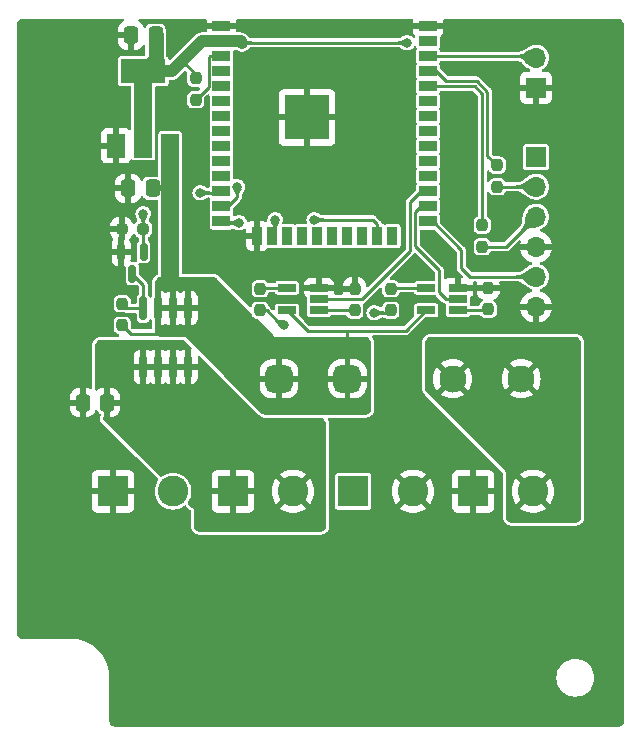
<source format=gtl>
%TF.GenerationSoftware,KiCad,Pcbnew,7.0.1*%
%TF.CreationDate,2023-05-02T23:50:35+02:00*%
%TF.ProjectId,espilepsy,65737069-6c65-4707-9379-2e6b69636164,rev?*%
%TF.SameCoordinates,Original*%
%TF.FileFunction,Copper,L1,Top*%
%TF.FilePolarity,Positive*%
%FSLAX46Y46*%
G04 Gerber Fmt 4.6, Leading zero omitted, Abs format (unit mm)*
G04 Created by KiCad (PCBNEW 7.0.1) date 2023-05-02 23:50:35*
%MOMM*%
%LPD*%
G01*
G04 APERTURE LIST*
G04 Aperture macros list*
%AMRoundRect*
0 Rectangle with rounded corners*
0 $1 Rounding radius*
0 $2 $3 $4 $5 $6 $7 $8 $9 X,Y pos of 4 corners*
0 Add a 4 corners polygon primitive as box body*
4,1,4,$2,$3,$4,$5,$6,$7,$8,$9,$2,$3,0*
0 Add four circle primitives for the rounded corners*
1,1,$1+$1,$2,$3*
1,1,$1+$1,$4,$5*
1,1,$1+$1,$6,$7*
1,1,$1+$1,$8,$9*
0 Add four rect primitives between the rounded corners*
20,1,$1+$1,$2,$3,$4,$5,0*
20,1,$1+$1,$4,$5,$6,$7,0*
20,1,$1+$1,$6,$7,$8,$9,0*
20,1,$1+$1,$8,$9,$2,$3,0*%
G04 Aperture macros list end*
%TA.AperFunction,SMDPad,CuDef*%
%ADD10RoundRect,0.150000X-0.150000X0.587500X-0.150000X-0.587500X0.150000X-0.587500X0.150000X0.587500X0*%
%TD*%
%TA.AperFunction,ComponentPad*%
%ADD11RoundRect,0.575000X-0.575000X-0.575000X0.575000X-0.575000X0.575000X0.575000X-0.575000X0.575000X0*%
%TD*%
%TA.AperFunction,ComponentPad*%
%ADD12C,2.300000*%
%TD*%
%TA.AperFunction,ComponentPad*%
%ADD13R,2.600000X2.600000*%
%TD*%
%TA.AperFunction,ComponentPad*%
%ADD14C,2.600000*%
%TD*%
%TA.AperFunction,SMDPad,CuDef*%
%ADD15RoundRect,0.237500X0.237500X-0.250000X0.237500X0.250000X-0.237500X0.250000X-0.237500X-0.250000X0*%
%TD*%
%TA.AperFunction,SMDPad,CuDef*%
%ADD16RoundRect,0.250000X0.337500X0.475000X-0.337500X0.475000X-0.337500X-0.475000X0.337500X-0.475000X0*%
%TD*%
%TA.AperFunction,SMDPad,CuDef*%
%ADD17RoundRect,0.237500X-0.237500X0.250000X-0.237500X-0.250000X0.237500X-0.250000X0.237500X0.250000X0*%
%TD*%
%TA.AperFunction,SMDPad,CuDef*%
%ADD18R,1.500000X0.900000*%
%TD*%
%TA.AperFunction,SMDPad,CuDef*%
%ADD19R,0.900000X1.500000*%
%TD*%
%TA.AperFunction,SMDPad,CuDef*%
%ADD20R,0.900000X0.900000*%
%TD*%
%TA.AperFunction,HeatsinkPad*%
%ADD21C,0.600000*%
%TD*%
%TA.AperFunction,SMDPad,CuDef*%
%ADD22R,3.800000X3.800000*%
%TD*%
%TA.AperFunction,SMDPad,CuDef*%
%ADD23R,1.500000X2.000000*%
%TD*%
%TA.AperFunction,SMDPad,CuDef*%
%ADD24R,3.800000X2.000000*%
%TD*%
%TA.AperFunction,ComponentPad*%
%ADD25R,1.700000X1.700000*%
%TD*%
%TA.AperFunction,ComponentPad*%
%ADD26O,1.700000X1.700000*%
%TD*%
%TA.AperFunction,SMDPad,CuDef*%
%ADD27R,1.560000X0.650000*%
%TD*%
%TA.AperFunction,SMDPad,CuDef*%
%ADD28RoundRect,0.237500X0.250000X0.237500X-0.250000X0.237500X-0.250000X-0.237500X0.250000X-0.237500X0*%
%TD*%
%TA.AperFunction,SMDPad,CuDef*%
%ADD29RoundRect,0.150000X-0.150000X0.825000X-0.150000X-0.825000X0.150000X-0.825000X0.150000X0.825000X0*%
%TD*%
%TA.AperFunction,ViaPad*%
%ADD30C,0.800000*%
%TD*%
%TA.AperFunction,Conductor*%
%ADD31C,1.250000*%
%TD*%
%TA.AperFunction,Conductor*%
%ADD32C,0.250000*%
%TD*%
%TA.AperFunction,Conductor*%
%ADD33C,1.000000*%
%TD*%
%TA.AperFunction,Conductor*%
%ADD34C,1.500000*%
%TD*%
%TA.AperFunction,Conductor*%
%ADD35C,0.500000*%
%TD*%
G04 APERTURE END LIST*
D10*
%TO.P,Q1,1,G*%
%TO.N,/LED_POWER*%
X57187500Y-77119000D03*
%TO.P,Q1,2,S*%
%TO.N,GND*%
X55287500Y-77119000D03*
%TO.P,Q1,3,D*%
%TO.N,Net-(Q1-D)*%
X56237500Y-78994000D03*
%TD*%
D11*
%TO.P,F1,1*%
%TO.N,+5V*%
X68655000Y-87884000D03*
X74455000Y-87884000D03*
D12*
%TO.P,F1,2*%
%TO.N,/VIN*%
X83355000Y-87884000D03*
X89155000Y-87884000D03*
%TD*%
D13*
%TO.P,J3,1,Pin_1*%
%TO.N,/LED_5V*%
X64765000Y-97409000D03*
D14*
%TO.P,J3,2,Pin_2*%
X69845000Y-97409000D03*
%TD*%
D15*
%TO.P,R9,1*%
%TO.N,Net-(R9-Pad1)*%
X86360000Y-82009000D03*
%TO.P,R9,2*%
%TO.N,GND*%
X86360000Y-80184000D03*
%TD*%
D13*
%TO.P,J2,1,Pin_1*%
%TO.N,GND*%
X54605000Y-97409000D03*
D14*
%TO.P,J2,2,Pin_2*%
%TO.N,/LED_DATA_0_OUT*%
X59685000Y-97409000D03*
%TD*%
D15*
%TO.P,R8,1*%
%TO.N,Net-(R8-Pad1)*%
X75057000Y-82089000D03*
%TO.P,R8,2*%
%TO.N,GND*%
X75057000Y-80264000D03*
%TD*%
D16*
%TO.P,C2,1*%
%TO.N,+5V*%
X57955000Y-71755000D03*
%TO.P,C2,2*%
%TO.N,GND*%
X55880000Y-71755000D03*
%TD*%
%TO.P,C1,1*%
%TO.N,+3.3V*%
X58209000Y-58801000D03*
%TO.P,C1,2*%
%TO.N,GND*%
X56134000Y-58801000D03*
%TD*%
D17*
%TO.P,R7,1*%
%TO.N,Net-(R7-Pad1)*%
X67056000Y-80264000D03*
%TO.P,R7,2*%
%TO.N,/LED_DATA_0_OUT*%
X67056000Y-82089000D03*
%TD*%
D18*
%TO.P,U3,1,GND*%
%TO.N,GND*%
X63780000Y-58039000D03*
%TO.P,U3,2,VDD*%
%TO.N,+3.3V*%
X63780000Y-59309000D03*
%TO.P,U3,3,EN*%
%TO.N,/EN*%
X63780000Y-60579000D03*
%TO.P,U3,4,SENSOR_VP*%
%TO.N,unconnected-(U3-SENSOR_VP-Pad4)*%
X63780000Y-61849000D03*
%TO.P,U3,5,SENSOR_VN*%
%TO.N,unconnected-(U3-SENSOR_VN-Pad5)*%
X63780000Y-63119000D03*
%TO.P,U3,6,IO34*%
%TO.N,unconnected-(U3-IO34-Pad6)*%
X63780000Y-64389000D03*
%TO.P,U3,7,IO35*%
%TO.N,unconnected-(U3-IO35-Pad7)*%
X63780000Y-65659000D03*
%TO.P,U3,8,IO32*%
%TO.N,unconnected-(U3-IO32-Pad8)*%
X63780000Y-66929000D03*
%TO.P,U3,9,IO33*%
%TO.N,unconnected-(U3-IO33-Pad9)*%
X63780000Y-68199000D03*
%TO.P,U3,10,IO25*%
%TO.N,unconnected-(U3-IO25-Pad10)*%
X63780000Y-69469000D03*
%TO.P,U3,11,IO26*%
%TO.N,unconnected-(U3-IO26-Pad11)*%
X63780000Y-70739000D03*
%TO.P,U3,12,IO27*%
%TO.N,/LED_POWER*%
X63780000Y-72009000D03*
%TO.P,U3,13,IO14*%
%TO.N,/TMS*%
X63780000Y-73279000D03*
%TO.P,U3,14,IO12*%
%TO.N,/TDI*%
X63780000Y-74549000D03*
D19*
%TO.P,U3,15,GND*%
%TO.N,GND*%
X66820000Y-75799000D03*
%TO.P,U3,16,IO13*%
%TO.N,/TCK*%
X68090000Y-75799000D03*
%TO.P,U3,17,SHD/SD2*%
%TO.N,unconnected-(U3-SHD{slash}SD2-Pad17)*%
X69360000Y-75799000D03*
%TO.P,U3,18,SWP/SD3*%
%TO.N,unconnected-(U3-SWP{slash}SD3-Pad18)*%
X70630000Y-75799000D03*
%TO.P,U3,19,SCS/CMD*%
%TO.N,unconnected-(U3-SCS{slash}CMD-Pad19)*%
X71900000Y-75799000D03*
%TO.P,U3,20,SCK/CLK*%
%TO.N,unconnected-(U3-SCK{slash}CLK-Pad20)*%
X73170000Y-75799000D03*
%TO.P,U3,21,SDO/SD0*%
%TO.N,unconnected-(U3-SDO{slash}SD0-Pad21)*%
X74440000Y-75799000D03*
%TO.P,U3,22,SDI/SD1*%
%TO.N,unconnected-(U3-SDI{slash}SD1-Pad22)*%
X75710000Y-75799000D03*
%TO.P,U3,23,IO15*%
%TO.N,/TDO*%
X76980000Y-75799000D03*
%TO.P,U3,24,IO2*%
%TO.N,unconnected-(U3-IO2-Pad24)*%
X78250000Y-75799000D03*
D18*
%TO.P,U3,25,IO0*%
%TO.N,/IO0*%
X81280000Y-74549000D03*
%TO.P,U3,26,IO4*%
%TO.N,/LED_DATA_1*%
X81280000Y-73279000D03*
%TO.P,U3,27,IO16*%
%TO.N,/LED_DATA_0*%
X81280000Y-72009000D03*
%TO.P,U3,28,IO17*%
%TO.N,unconnected-(U3-IO17-Pad28)*%
X81280000Y-70739000D03*
%TO.P,U3,29,IO5*%
%TO.N,unconnected-(U3-IO5-Pad29)*%
X81280000Y-69469000D03*
%TO.P,U3,30,IO18*%
%TO.N,unconnected-(U3-IO18-Pad30)*%
X81280000Y-68199000D03*
%TO.P,U3,31,IO19*%
%TO.N,unconnected-(U3-IO19-Pad31)*%
X81280000Y-66929000D03*
%TO.P,U3,32,NC*%
%TO.N,unconnected-(U3-NC-Pad32)*%
X81280000Y-65659000D03*
%TO.P,U3,33,IO21*%
%TO.N,unconnected-(U3-IO21-Pad33)*%
X81280000Y-64389000D03*
%TO.P,U3,34,RXD0/IO3*%
%TO.N,Net-(U3-RXD0{slash}IO3)*%
X81280000Y-63119000D03*
%TO.P,U3,35,TXD0/IO1*%
%TO.N,Net-(U3-TXD0{slash}IO1)*%
X81280000Y-61849000D03*
%TO.P,U3,36,IO22*%
%TO.N,/BTN_1*%
X81280000Y-60579000D03*
%TO.P,U3,37,IO23*%
%TO.N,unconnected-(U3-IO23-Pad37)*%
X81280000Y-59309000D03*
%TO.P,U3,38,GND*%
%TO.N,GND*%
X81280000Y-58039000D03*
D20*
%TO.P,U3,39,GND*%
X69630000Y-64359000D03*
D21*
X69630000Y-65059000D03*
D20*
X69630000Y-65759000D03*
D21*
X69630000Y-66459000D03*
D20*
X69630000Y-67159000D03*
D21*
X70330000Y-64359000D03*
X70330000Y-65759000D03*
X70330000Y-67159000D03*
X71005000Y-65059000D03*
X71005000Y-66459000D03*
D20*
X71030000Y-64359000D03*
X71030000Y-65759000D03*
D22*
X71030000Y-65759000D03*
D20*
X71030000Y-67159000D03*
D21*
X71730000Y-64359000D03*
X71730000Y-65759000D03*
X71730000Y-67159000D03*
D20*
X72430000Y-64359000D03*
D21*
X72430000Y-65059000D03*
D20*
X72430000Y-65759000D03*
D21*
X72430000Y-66459000D03*
D20*
X72430000Y-67159000D03*
%TD*%
D23*
%TO.P,U1,1,ADJ*%
%TO.N,GND*%
X54850000Y-68149000D03*
%TO.P,U1,2,VO*%
%TO.N,+3.3V*%
X57150000Y-68149000D03*
D24*
X57150000Y-61849000D03*
D23*
%TO.P,U1,3,VI*%
%TO.N,+5V*%
X59450000Y-68149000D03*
%TD*%
D25*
%TO.P,J1,1,Pin_1*%
%TO.N,+3.3V*%
X90424000Y-69088000D03*
D26*
%TO.P,J1,2,Pin_2*%
%TO.N,/UART_TX*%
X90424000Y-71628000D03*
%TO.P,J1,3,Pin_3*%
%TO.N,/UART_RX*%
X90424000Y-74168000D03*
%TO.P,J1,4,Pin_4*%
%TO.N,GND*%
X90424000Y-76708000D03*
%TO.P,J1,5,Pin_5*%
%TO.N,/IO0*%
X90424000Y-79248000D03*
%TO.P,J1,6,Pin_6*%
%TO.N,GND*%
X90424000Y-81788000D03*
%TD*%
D27*
%TO.P,U4,1*%
%TO.N,Net-(R8-Pad1)*%
X72042000Y-82089000D03*
%TO.P,U4,2*%
%TO.N,/LED_DATA_0*%
X72042000Y-81139000D03*
%TO.P,U4,3,GND*%
%TO.N,GND*%
X72042000Y-80189000D03*
%TO.P,U4,4*%
%TO.N,Net-(R7-Pad1)*%
X69342000Y-80189000D03*
%TO.P,U4,5,VCC*%
%TO.N,+5V*%
X69342000Y-82089000D03*
%TD*%
D28*
%TO.P,R4,1*%
%TO.N,/LED_POWER*%
X57150000Y-75184000D03*
%TO.P,R4,2*%
%TO.N,GND*%
X55325000Y-75184000D03*
%TD*%
D15*
%TO.P,R5,1*%
%TO.N,+5V*%
X55372000Y-83359000D03*
%TO.P,R5,2*%
%TO.N,Net-(Q1-D)*%
X55372000Y-81534000D03*
%TD*%
D16*
%TO.P,C3,1*%
%TO.N,/LED_5V*%
X54102000Y-89916000D03*
%TO.P,C3,2*%
%TO.N,GND*%
X52027000Y-89916000D03*
%TD*%
D13*
%TO.P,J5,1,Pin_1*%
%TO.N,GND*%
X85090000Y-97409000D03*
D14*
%TO.P,J5,2,Pin_2*%
%TO.N,/VIN*%
X90170000Y-97409000D03*
%TD*%
D15*
%TO.P,R1,1*%
%TO.N,/EN*%
X61595000Y-64262000D03*
%TO.P,R1,2*%
%TO.N,+3.3V*%
X61595000Y-62437000D03*
%TD*%
D27*
%TO.P,U2,1*%
%TO.N,Net-(R9-Pad1)*%
X83820000Y-82084000D03*
%TO.P,U2,2*%
%TO.N,/LED_DATA_1*%
X83820000Y-81134000D03*
%TO.P,U2,3,GND*%
%TO.N,GND*%
X83820000Y-80184000D03*
%TO.P,U2,4*%
%TO.N,Net-(R6-Pad1)*%
X81120000Y-80184000D03*
%TO.P,U2,5,VCC*%
%TO.N,+5V*%
X81120000Y-82084000D03*
%TD*%
D17*
%TO.P,R10,1*%
%TO.N,Net-(U3-RXD0{slash}IO3)*%
X85852000Y-74883000D03*
%TO.P,R10,2*%
%TO.N,/UART_RX*%
X85852000Y-76708000D03*
%TD*%
D29*
%TO.P,Q2,1,S*%
%TO.N,+5V*%
X60960000Y-81918000D03*
%TO.P,Q2,2,S*%
X59690000Y-81918000D03*
%TO.P,Q2,3,S*%
X58420000Y-81918000D03*
%TO.P,Q2,4,G*%
%TO.N,Net-(Q1-D)*%
X57150000Y-81918000D03*
%TO.P,Q2,5,D*%
%TO.N,/LED_5V*%
X57150000Y-86868000D03*
%TO.P,Q2,6,D*%
X58420000Y-86868000D03*
%TO.P,Q2,7,D*%
X59690000Y-86868000D03*
%TO.P,Q2,8,D*%
X60960000Y-86868000D03*
%TD*%
D13*
%TO.P,J4,1,Pin_1*%
%TO.N,/LED_DATA_1_OUT*%
X74925000Y-97409000D03*
D14*
%TO.P,J4,2,Pin_2*%
%TO.N,GND*%
X80005000Y-97409000D03*
%TD*%
D25*
%TO.P,J6,1,Pin_1*%
%TO.N,GND*%
X90424000Y-63246000D03*
D26*
%TO.P,J6,2,Pin_2*%
%TO.N,/BTN_1*%
X90424000Y-60706000D03*
%TD*%
D17*
%TO.P,R6,1*%
%TO.N,Net-(R6-Pad1)*%
X78105000Y-80264000D03*
%TO.P,R6,2*%
%TO.N,/LED_DATA_1_OUT*%
X78105000Y-82089000D03*
%TD*%
%TO.P,R11,1*%
%TO.N,Net-(U3-TXD0{slash}IO1)*%
X87122000Y-69803000D03*
%TO.P,R11,2*%
%TO.N,/UART_TX*%
X87122000Y-71628000D03*
%TD*%
D30*
%TO.N,+3.3V*%
X61468000Y-59944000D03*
X60452000Y-60960000D03*
X79502000Y-59436000D03*
X65532000Y-59436000D03*
%TO.N,/TMS*%
X65129502Y-71628000D03*
%TO.N,GND*%
X87884000Y-77978000D03*
X54864000Y-65024000D03*
X66802000Y-77978000D03*
X97028000Y-58166000D03*
X65532000Y-60706000D03*
X53848000Y-58166000D03*
X47244000Y-58166000D03*
X52027000Y-88138000D03*
X87884000Y-81280000D03*
X82804000Y-77470000D03*
X87884000Y-73406000D03*
X79502000Y-58166000D03*
X80010000Y-85090000D03*
X65278000Y-75946000D03*
X88392000Y-65532000D03*
X74676000Y-92837000D03*
X72390000Y-58166000D03*
X83566000Y-67056000D03*
X60960000Y-78232000D03*
X83058000Y-58166000D03*
X61214000Y-58166000D03*
X77597000Y-85090000D03*
X52027000Y-91694000D03*
X76962000Y-77978000D03*
X60452000Y-65024000D03*
X72390000Y-60706000D03*
X79502000Y-60706000D03*
X65532000Y-58166000D03*
X83566000Y-73406000D03*
X71882000Y-77978000D03*
X54610000Y-79756000D03*
X80264000Y-78740000D03*
X88392000Y-58166000D03*
X78232000Y-73914000D03*
%TO.N,/TCK*%
X68326000Y-74422000D03*
%TO.N,/TDO*%
X71628000Y-74422000D03*
%TO.N,/TDI*%
X65278000Y-74676000D03*
%TO.N,/LED_POWER*%
X57150000Y-73914000D03*
X61976000Y-72136000D03*
%TO.N,/LED_5V*%
X55626000Y-86106000D03*
X55626000Y-87503000D03*
X59055000Y-89662000D03*
X62484000Y-87630000D03*
%TO.N,/LED_DATA_0_OUT*%
X69088000Y-83312000D03*
%TO.N,/LED_DATA_1_OUT*%
X76708000Y-82296000D03*
%TD*%
D31*
%TO.N,+3.3V*%
X58209000Y-60790000D02*
X57150000Y-61849000D01*
D32*
X79502000Y-59436000D02*
X65532000Y-59436000D01*
D33*
X62103000Y-59309000D02*
X60452000Y-60960000D01*
D34*
X57150000Y-68149000D02*
X57150000Y-61849000D01*
D33*
X59563000Y-61849000D02*
X57150000Y-61849000D01*
X63780000Y-59309000D02*
X62103000Y-59309000D01*
X63780000Y-59309000D02*
X65405000Y-59309000D01*
D32*
X61595000Y-62103000D02*
X60452000Y-60960000D01*
D33*
X60452000Y-60960000D02*
X59563000Y-61849000D01*
D31*
X58209000Y-58801000D02*
X58209000Y-60790000D01*
D33*
X65405000Y-59309000D02*
X65532000Y-59436000D01*
D32*
X61595000Y-62437000D02*
X61595000Y-62103000D01*
%TO.N,/TMS*%
X64360000Y-73279000D02*
X63780000Y-73279000D01*
X65129502Y-72509498D02*
X64360000Y-73279000D01*
X65129502Y-71628000D02*
X65129502Y-72509498D01*
D33*
%TO.N,GND*%
X54850000Y-68149000D02*
X54657000Y-68342000D01*
D32*
%TO.N,/TCK*%
X68326000Y-75563000D02*
X68090000Y-75799000D01*
X68326000Y-74422000D02*
X68326000Y-75563000D01*
%TO.N,/TDO*%
X76980000Y-74799000D02*
X76980000Y-75799000D01*
X76603000Y-74422000D02*
X76980000Y-74799000D01*
X71628000Y-74422000D02*
X76603000Y-74422000D01*
%TO.N,/TDI*%
X63907000Y-74676000D02*
X63780000Y-74549000D01*
X65278000Y-74676000D02*
X63907000Y-74676000D01*
%TO.N,/EN*%
X62705000Y-63152000D02*
X62705000Y-60654000D01*
X61595000Y-64262000D02*
X62705000Y-63152000D01*
X62705000Y-60654000D02*
X62780000Y-60579000D01*
X62780000Y-60579000D02*
X63780000Y-60579000D01*
%TO.N,+5V*%
X74455000Y-83853000D02*
X74422000Y-83820000D01*
D34*
X59450000Y-68149000D02*
X59450000Y-71755000D01*
D32*
X56087000Y-84074000D02*
X58674000Y-84074000D01*
D35*
X57955000Y-71755000D02*
X59450000Y-71755000D01*
D32*
X81120000Y-82084000D02*
X79384000Y-83820000D01*
D34*
X59450000Y-71755000D02*
X59450000Y-79770000D01*
D32*
X71073000Y-83820000D02*
X74422000Y-83820000D01*
X55372000Y-83359000D02*
X56087000Y-84074000D01*
X69342000Y-82089000D02*
X71073000Y-83820000D01*
X79384000Y-83820000D02*
X77724000Y-83820000D01*
X74422000Y-83820000D02*
X76327000Y-83820000D01*
X74455000Y-87884000D02*
X74455000Y-83853000D01*
X76327000Y-83820000D02*
X77724000Y-83820000D01*
%TO.N,/BTN_1*%
X81280000Y-60579000D02*
X90297000Y-60579000D01*
X90297000Y-60579000D02*
X90424000Y-60706000D01*
%TO.N,/IO0*%
X84074000Y-76962000D02*
X84074000Y-78486000D01*
X81280000Y-74549000D02*
X81661000Y-74549000D01*
X84074000Y-78486000D02*
X84836000Y-79248000D01*
X81661000Y-74549000D02*
X84074000Y-76962000D01*
X84836000Y-79248000D02*
X90424000Y-79248000D01*
%TO.N,/LED_POWER*%
X63653000Y-72136000D02*
X63780000Y-72009000D01*
X61976000Y-72136000D02*
X63653000Y-72136000D01*
X57150000Y-75184000D02*
X57150000Y-77081500D01*
X57150000Y-77081500D02*
X57187500Y-77119000D01*
X57150000Y-73914000D02*
X57150000Y-75184000D01*
%TO.N,/UART_TX*%
X87122000Y-71628000D02*
X90424000Y-71628000D01*
%TO.N,/UART_RX*%
X87884000Y-76708000D02*
X85852000Y-76708000D01*
X90424000Y-74168000D02*
X87884000Y-76708000D01*
%TO.N,/LED_DATA_0_OUT*%
X68834000Y-83312000D02*
X69088000Y-83312000D01*
X67056000Y-82089000D02*
X67611000Y-82089000D01*
X67611000Y-82089000D02*
X68834000Y-83312000D01*
%TO.N,Net-(R6-Pad1)*%
X78185000Y-80184000D02*
X81120000Y-80184000D01*
X78105000Y-80264000D02*
X78185000Y-80184000D01*
%TO.N,/LED_DATA_1_OUT*%
X77898000Y-82296000D02*
X78105000Y-82089000D01*
X76708000Y-82296000D02*
X77898000Y-82296000D01*
%TO.N,/LED_DATA_0*%
X79755000Y-72954000D02*
X80700000Y-72009000D01*
X72042000Y-81139000D02*
X75704604Y-81139000D01*
X80700000Y-72009000D02*
X81280000Y-72009000D01*
X79755000Y-77088604D02*
X79755000Y-76200000D01*
X79755000Y-76144000D02*
X79755000Y-72954000D01*
X75704604Y-81139000D02*
X79755000Y-77088604D01*
%TO.N,Net-(R7-Pad1)*%
X69342000Y-80189000D02*
X67131000Y-80189000D01*
X67131000Y-80189000D02*
X67056000Y-80264000D01*
%TO.N,Net-(R8-Pad1)*%
X72042000Y-82089000D02*
X75057000Y-82089000D01*
%TO.N,Net-(R9-Pad1)*%
X86285000Y-82084000D02*
X86360000Y-82009000D01*
X83820000Y-82084000D02*
X86285000Y-82084000D01*
%TO.N,/LED_DATA_1*%
X82790000Y-81134000D02*
X83820000Y-81134000D01*
X80625000Y-73354000D02*
X80205000Y-73774000D01*
X81280000Y-73279000D02*
X81205000Y-73354000D01*
X80205000Y-76649000D02*
X82225000Y-78669000D01*
X81205000Y-73354000D02*
X80625000Y-73354000D01*
X80205000Y-73774000D02*
X80205000Y-76649000D01*
X82225000Y-78669000D02*
X82225000Y-80569000D01*
X82225000Y-80569000D02*
X82790000Y-81134000D01*
%TO.N,Net-(Q1-D)*%
X57150000Y-79906500D02*
X57150000Y-81918000D01*
X57150000Y-81918000D02*
X55756000Y-81918000D01*
X56237500Y-78994000D02*
X57150000Y-79906500D01*
X55756000Y-81918000D02*
X55372000Y-81534000D01*
%TO.N,Net-(U3-RXD0{slash}IO3)*%
X81280000Y-63119000D02*
X85217000Y-63119000D01*
X85852000Y-63754000D02*
X85852000Y-74883000D01*
X85217000Y-63119000D02*
X85852000Y-63754000D01*
%TO.N,Net-(U3-TXD0{slash}IO1)*%
X82804000Y-62669000D02*
X85403396Y-62669000D01*
X86302000Y-63567604D02*
X86302000Y-68983000D01*
X86302000Y-68983000D02*
X87122000Y-69803000D01*
X81984000Y-61849000D02*
X82804000Y-62669000D01*
X81280000Y-61849000D02*
X81984000Y-61849000D01*
X85403396Y-62669000D02*
X86302000Y-63567604D01*
%TD*%
%TA.AperFunction,Conductor*%
%TO.N,/VIN*%
G36*
X93742059Y-84329061D02*
G01*
X93847223Y-84342906D01*
X93878491Y-84351284D01*
X93968918Y-84388740D01*
X93996952Y-84404925D01*
X94074602Y-84464509D01*
X94097491Y-84487398D01*
X94157074Y-84565048D01*
X94173259Y-84593081D01*
X94210715Y-84683508D01*
X94219093Y-84714775D01*
X94232939Y-84819940D01*
X94234000Y-84836126D01*
X94234000Y-99567874D01*
X94232939Y-99584060D01*
X94219093Y-99689224D01*
X94210715Y-99720491D01*
X94173259Y-99810918D01*
X94157074Y-99838951D01*
X94097491Y-99916601D01*
X94074601Y-99939491D01*
X93996951Y-99999074D01*
X93968918Y-100015259D01*
X93878491Y-100052715D01*
X93847224Y-100061093D01*
X93753398Y-100073446D01*
X93742058Y-100074939D01*
X93725874Y-100076000D01*
X88392126Y-100076000D01*
X88375941Y-100074939D01*
X88362917Y-100073224D01*
X88270775Y-100061093D01*
X88239508Y-100052715D01*
X88149081Y-100015259D01*
X88121048Y-99999074D01*
X88043398Y-99939491D01*
X88020508Y-99916601D01*
X87960925Y-99838951D01*
X87944740Y-99810918D01*
X87907284Y-99720491D01*
X87898906Y-99689223D01*
X87885061Y-99584059D01*
X87884000Y-99567874D01*
X87884000Y-98847702D01*
X89084848Y-98847702D01*
X89267479Y-98972217D01*
X89510542Y-99089270D01*
X89768339Y-99168791D01*
X90035109Y-99209000D01*
X90304891Y-99209000D01*
X90571660Y-99168791D01*
X90829460Y-99089270D01*
X91072523Y-98972217D01*
X91255150Y-98847702D01*
X90170000Y-97762553D01*
X89084848Y-98847702D01*
X87884000Y-98847702D01*
X87884000Y-97408999D01*
X88364952Y-97408999D01*
X88385113Y-97678026D01*
X88445146Y-97941049D01*
X88543708Y-98192178D01*
X88678598Y-98425816D01*
X88732295Y-98493150D01*
X89816447Y-97409001D01*
X89816447Y-97409000D01*
X90523553Y-97409000D01*
X91607703Y-98493151D01*
X91607704Y-98493150D01*
X91661400Y-98425818D01*
X91796291Y-98192178D01*
X91894853Y-97941049D01*
X91954886Y-97678026D01*
X91975047Y-97408999D01*
X91954886Y-97139973D01*
X91894853Y-96876950D01*
X91796291Y-96625821D01*
X91661398Y-96392178D01*
X91607704Y-96324847D01*
X90523553Y-97409000D01*
X89816447Y-97409000D01*
X88732295Y-96324848D01*
X88678598Y-96392182D01*
X88543708Y-96625821D01*
X88445146Y-96876950D01*
X88385113Y-97139973D01*
X88364952Y-97408999D01*
X87884000Y-97408999D01*
X87884000Y-95970296D01*
X89084848Y-95970296D01*
X90170000Y-97055447D01*
X90170001Y-97055447D01*
X91255150Y-95970296D01*
X91072519Y-95845780D01*
X90829460Y-95728729D01*
X90571660Y-95649208D01*
X90304891Y-95609000D01*
X90035109Y-95609000D01*
X89768339Y-95649208D01*
X89510542Y-95728729D01*
X89267476Y-95845783D01*
X89084848Y-95970296D01*
X87884000Y-95970296D01*
X87884000Y-95965106D01*
X87884000Y-95758000D01*
X81343198Y-89217198D01*
X82375354Y-89217198D01*
X82382155Y-89223006D01*
X82603597Y-89358705D01*
X82843544Y-89458096D01*
X83096083Y-89518724D01*
X83355000Y-89539101D01*
X83613916Y-89518724D01*
X83866455Y-89458096D01*
X84106397Y-89358707D01*
X84327849Y-89223003D01*
X84334645Y-89217198D01*
X88175354Y-89217198D01*
X88182155Y-89223006D01*
X88403597Y-89358705D01*
X88643544Y-89458096D01*
X88896083Y-89518724D01*
X89155000Y-89539101D01*
X89413916Y-89518724D01*
X89666455Y-89458096D01*
X89906397Y-89358707D01*
X90127849Y-89223003D01*
X90134645Y-89217198D01*
X89155000Y-88237553D01*
X88175354Y-89217198D01*
X84334645Y-89217198D01*
X83355000Y-88237553D01*
X82375354Y-89217198D01*
X81343198Y-89217198D01*
X81178197Y-89052197D01*
X81167503Y-89040003D01*
X81102924Y-88955842D01*
X81086739Y-88927808D01*
X81049284Y-88837383D01*
X81040906Y-88806116D01*
X81027061Y-88700952D01*
X81026000Y-88684767D01*
X81026000Y-87884000D01*
X81699898Y-87884000D01*
X81720275Y-88142916D01*
X81780903Y-88395455D01*
X81880294Y-88635402D01*
X82015993Y-88856843D01*
X82021801Y-88863644D01*
X83001447Y-87884001D01*
X83708553Y-87884001D01*
X84688198Y-88863645D01*
X84694003Y-88856849D01*
X84829707Y-88635397D01*
X84929096Y-88395455D01*
X84989724Y-88142916D01*
X85010101Y-87884000D01*
X87499898Y-87884000D01*
X87520275Y-88142916D01*
X87580903Y-88395455D01*
X87680294Y-88635402D01*
X87815993Y-88856843D01*
X87821801Y-88863644D01*
X88801447Y-87884001D01*
X89508553Y-87884001D01*
X90488198Y-88863645D01*
X90494003Y-88856849D01*
X90629707Y-88635397D01*
X90729096Y-88395455D01*
X90789724Y-88142916D01*
X90810101Y-87884000D01*
X90789724Y-87625083D01*
X90729096Y-87372544D01*
X90629705Y-87132597D01*
X90494006Y-86911155D01*
X90488198Y-86904354D01*
X89508553Y-87884000D01*
X89508553Y-87884001D01*
X88801447Y-87884001D01*
X88801447Y-87884000D01*
X87821801Y-86904354D01*
X87815992Y-86911156D01*
X87680294Y-87132597D01*
X87580903Y-87372544D01*
X87520275Y-87625083D01*
X87499898Y-87884000D01*
X85010101Y-87884000D01*
X84989724Y-87625083D01*
X84929096Y-87372544D01*
X84829705Y-87132597D01*
X84694006Y-86911155D01*
X84688198Y-86904354D01*
X83708553Y-87884000D01*
X83708553Y-87884001D01*
X83001447Y-87884001D01*
X83001447Y-87884000D01*
X82021801Y-86904354D01*
X82015992Y-86911156D01*
X81880294Y-87132597D01*
X81780903Y-87372544D01*
X81720275Y-87625083D01*
X81699898Y-87884000D01*
X81026000Y-87884000D01*
X81026000Y-86550801D01*
X82375354Y-86550801D01*
X83355000Y-87530447D01*
X83355001Y-87530447D01*
X84334645Y-86550801D01*
X88175354Y-86550801D01*
X89155000Y-87530447D01*
X89155001Y-87530447D01*
X90134645Y-86550801D01*
X90127843Y-86544993D01*
X89906402Y-86409294D01*
X89666455Y-86309903D01*
X89413916Y-86249275D01*
X89155000Y-86228898D01*
X88896083Y-86249275D01*
X88643544Y-86309903D01*
X88403597Y-86409294D01*
X88182156Y-86544992D01*
X88175354Y-86550801D01*
X84334645Y-86550801D01*
X84327843Y-86544993D01*
X84106402Y-86409294D01*
X83866455Y-86309903D01*
X83613916Y-86249275D01*
X83355000Y-86228898D01*
X83096083Y-86249275D01*
X82843544Y-86309903D01*
X82603597Y-86409294D01*
X82382156Y-86544992D01*
X82375354Y-86550801D01*
X81026000Y-86550801D01*
X81026000Y-84836126D01*
X81027061Y-84819941D01*
X81040906Y-84714776D01*
X81049284Y-84683508D01*
X81086740Y-84593081D01*
X81102923Y-84565050D01*
X81162513Y-84487392D01*
X81185392Y-84464513D01*
X81263050Y-84404923D01*
X81291079Y-84388740D01*
X81381509Y-84351283D01*
X81412775Y-84342906D01*
X81517940Y-84329061D01*
X81534126Y-84328000D01*
X93725874Y-84328000D01*
X93742059Y-84329061D01*
G37*
%TD.AperFunction*%
%TD*%
%TA.AperFunction,Conductor*%
%TO.N,+5V*%
G36*
X63046952Y-79249061D02*
G01*
X63152116Y-79262906D01*
X63183383Y-79271284D01*
X63273808Y-79308739D01*
X63301842Y-79324924D01*
X63386003Y-79389503D01*
X63398198Y-79400198D01*
X66294181Y-82296181D01*
X66321061Y-82336409D01*
X66329551Y-82379091D01*
X66329790Y-82379066D01*
X66330076Y-82381735D01*
X66330500Y-82383862D01*
X66330500Y-82385674D01*
X66336749Y-82443799D01*
X66385788Y-82575278D01*
X66469884Y-82687616D01*
X66582222Y-82771712D01*
X66713701Y-82820751D01*
X66771826Y-82827000D01*
X66771830Y-82827000D01*
X66773638Y-82827000D01*
X66775764Y-82827423D01*
X66778434Y-82827710D01*
X66778408Y-82827948D01*
X66821091Y-82836439D01*
X66861319Y-82863319D01*
X68176855Y-84178856D01*
X68176859Y-84178859D01*
X68323236Y-84325236D01*
X75946047Y-84327827D01*
X75962223Y-84328892D01*
X76067367Y-84342768D01*
X76098622Y-84351153D01*
X76189020Y-84388624D01*
X76217044Y-84404812D01*
X76294667Y-84464399D01*
X76317547Y-84487287D01*
X76377106Y-84564928D01*
X76393285Y-84592958D01*
X76430724Y-84683366D01*
X76439099Y-84714626D01*
X76452940Y-84819776D01*
X76454000Y-84835959D01*
X76454000Y-90423874D01*
X76452939Y-90440060D01*
X76439093Y-90545224D01*
X76430715Y-90576491D01*
X76393259Y-90666918D01*
X76377074Y-90694951D01*
X76317491Y-90772601D01*
X76294601Y-90795491D01*
X76216951Y-90855074D01*
X76188918Y-90871259D01*
X76098491Y-90908715D01*
X76067224Y-90917093D01*
X75973398Y-90929446D01*
X75962058Y-90930939D01*
X75945874Y-90932000D01*
X67525233Y-90932000D01*
X67509048Y-90930939D01*
X67496024Y-90929224D01*
X67403882Y-90917093D01*
X67372616Y-90908715D01*
X67282191Y-90871260D01*
X67254157Y-90855075D01*
X67169996Y-90790496D01*
X67157801Y-90779801D01*
X64512000Y-88134000D01*
X67005000Y-88134000D01*
X67005000Y-88541082D01*
X67007747Y-88587207D01*
X67051387Y-88787813D01*
X67132200Y-88976531D01*
X67247278Y-89146558D01*
X67392441Y-89291721D01*
X67562468Y-89406799D01*
X67751186Y-89487612D01*
X67951792Y-89531252D01*
X67997918Y-89534000D01*
X68405000Y-89534000D01*
X68405000Y-88134000D01*
X68905000Y-88134000D01*
X68905000Y-89534000D01*
X69312082Y-89534000D01*
X69358207Y-89531252D01*
X69558813Y-89487612D01*
X69747531Y-89406799D01*
X69917558Y-89291721D01*
X70062721Y-89146558D01*
X70177799Y-88976531D01*
X70258612Y-88787813D01*
X70302252Y-88587207D01*
X70305000Y-88541082D01*
X70305000Y-88134000D01*
X72805000Y-88134000D01*
X72805000Y-88541082D01*
X72807747Y-88587207D01*
X72851387Y-88787813D01*
X72932200Y-88976531D01*
X73047278Y-89146558D01*
X73192441Y-89291721D01*
X73362468Y-89406799D01*
X73551186Y-89487612D01*
X73751792Y-89531252D01*
X73797918Y-89534000D01*
X74205000Y-89534000D01*
X74205000Y-88134000D01*
X74705000Y-88134000D01*
X74705000Y-89534000D01*
X75112082Y-89534000D01*
X75158207Y-89531252D01*
X75358813Y-89487612D01*
X75547531Y-89406799D01*
X75717558Y-89291721D01*
X75862721Y-89146558D01*
X75977799Y-88976531D01*
X76058612Y-88787813D01*
X76102252Y-88587207D01*
X76105000Y-88541082D01*
X76105000Y-88134000D01*
X74705000Y-88134000D01*
X74205000Y-88134000D01*
X72805000Y-88134000D01*
X70305000Y-88134000D01*
X68905000Y-88134000D01*
X68405000Y-88134000D01*
X67005000Y-88134000D01*
X64512000Y-88134000D01*
X64012000Y-87634000D01*
X67005000Y-87634000D01*
X68405000Y-87634000D01*
X68405000Y-86234000D01*
X68905000Y-86234000D01*
X68905000Y-87634000D01*
X70305000Y-87634000D01*
X72805000Y-87634000D01*
X74205000Y-87634000D01*
X74205000Y-86234000D01*
X74705000Y-86234000D01*
X74705000Y-87634000D01*
X76105000Y-87634000D01*
X76105000Y-87226918D01*
X76102252Y-87180792D01*
X76058612Y-86980186D01*
X75977799Y-86791468D01*
X75862721Y-86621441D01*
X75717558Y-86476278D01*
X75547531Y-86361200D01*
X75358813Y-86280387D01*
X75158207Y-86236747D01*
X75112082Y-86234000D01*
X74705000Y-86234000D01*
X74205000Y-86234000D01*
X73797918Y-86234000D01*
X73751792Y-86236747D01*
X73551186Y-86280387D01*
X73362468Y-86361200D01*
X73192441Y-86476278D01*
X73047278Y-86621441D01*
X72932200Y-86791468D01*
X72851387Y-86980186D01*
X72807747Y-87180792D01*
X72805000Y-87226918D01*
X72805000Y-87634000D01*
X70305000Y-87634000D01*
X70305000Y-87226918D01*
X70302252Y-87180792D01*
X70258612Y-86980186D01*
X70177799Y-86791468D01*
X70062721Y-86621441D01*
X69917558Y-86476278D01*
X69747531Y-86361200D01*
X69558813Y-86280387D01*
X69358207Y-86236747D01*
X69312082Y-86234000D01*
X68905000Y-86234000D01*
X68405000Y-86234000D01*
X67997918Y-86234000D01*
X67951792Y-86236747D01*
X67751186Y-86280387D01*
X67562468Y-86361200D01*
X67392441Y-86476278D01*
X67247278Y-86621441D01*
X67132200Y-86791468D01*
X67051387Y-86980186D01*
X67007747Y-87180792D01*
X67005000Y-87226918D01*
X67005000Y-87634000D01*
X64012000Y-87634000D01*
X60852446Y-84474446D01*
X60706000Y-84328000D01*
X60498894Y-84328000D01*
X58674126Y-84328000D01*
X58657941Y-84326939D01*
X58644917Y-84325224D01*
X58552775Y-84313093D01*
X58521508Y-84304715D01*
X58431081Y-84267259D01*
X58403048Y-84251074D01*
X58325398Y-84191491D01*
X58302508Y-84168601D01*
X58242925Y-84090951D01*
X58226740Y-84062918D01*
X58189284Y-83972491D01*
X58180906Y-83941223D01*
X58167061Y-83836059D01*
X58166000Y-83819874D01*
X58166000Y-83448232D01*
X58170000Y-83429104D01*
X58170000Y-82168000D01*
X58670000Y-82168000D01*
X58670000Y-83390295D01*
X58672488Y-83390099D01*
X58830200Y-83344280D01*
X58985040Y-83252709D01*
X58985913Y-83254186D01*
X59022894Y-83232829D01*
X59087087Y-83232825D01*
X59124086Y-83254185D01*
X59124960Y-83252709D01*
X59279799Y-83344280D01*
X59437511Y-83390099D01*
X59439999Y-83390295D01*
X59440000Y-83390295D01*
X59440000Y-82168000D01*
X59940000Y-82168000D01*
X59940000Y-83390295D01*
X59942488Y-83390099D01*
X60100200Y-83344280D01*
X60255040Y-83252709D01*
X60255913Y-83254186D01*
X60292894Y-83232829D01*
X60357087Y-83232825D01*
X60394086Y-83254185D01*
X60394960Y-83252709D01*
X60549799Y-83344280D01*
X60707511Y-83390099D01*
X60709999Y-83390295D01*
X60710000Y-83390295D01*
X60710000Y-82168000D01*
X61210000Y-82168000D01*
X61210000Y-83390295D01*
X61212488Y-83390099D01*
X61370200Y-83344280D01*
X61511557Y-83260682D01*
X61627682Y-83144557D01*
X61711282Y-83003197D01*
X61757099Y-82845493D01*
X61760000Y-82808639D01*
X61760000Y-82168000D01*
X61210000Y-82168000D01*
X60710000Y-82168000D01*
X59940000Y-82168000D01*
X59440000Y-82168000D01*
X58670000Y-82168000D01*
X58170000Y-82168000D01*
X58170000Y-81668000D01*
X58670000Y-81668000D01*
X59440000Y-81668000D01*
X59940000Y-81668000D01*
X60710000Y-81668000D01*
X60710000Y-80445705D01*
X60709999Y-80445704D01*
X61210000Y-80445704D01*
X61210000Y-81668000D01*
X61760000Y-81668000D01*
X61760000Y-81027361D01*
X61757099Y-80990506D01*
X61711282Y-80832802D01*
X61627682Y-80691442D01*
X61511557Y-80575317D01*
X61370200Y-80491719D01*
X61212488Y-80445900D01*
X61210000Y-80445704D01*
X60709999Y-80445704D01*
X60707511Y-80445900D01*
X60549799Y-80491719D01*
X60394960Y-80583291D01*
X60394086Y-80581814D01*
X60357094Y-80603173D01*
X60292906Y-80603173D01*
X60255913Y-80581814D01*
X60255040Y-80583291D01*
X60100200Y-80491719D01*
X59942488Y-80445900D01*
X59940000Y-80445704D01*
X59940000Y-81668000D01*
X59440000Y-81668000D01*
X59440000Y-80445705D01*
X59439999Y-80445704D01*
X59437511Y-80445900D01*
X59279799Y-80491719D01*
X59124960Y-80583291D01*
X59124086Y-80581814D01*
X59087094Y-80603173D01*
X59022906Y-80603173D01*
X58985913Y-80581814D01*
X58985040Y-80583291D01*
X58830200Y-80491719D01*
X58672488Y-80445900D01*
X58670000Y-80445704D01*
X58670000Y-81668000D01*
X58170000Y-81668000D01*
X58170000Y-80406896D01*
X58166000Y-80387768D01*
X58166000Y-79756126D01*
X58167061Y-79739941D01*
X58180906Y-79634776D01*
X58189284Y-79603508D01*
X58226740Y-79513081D01*
X58242923Y-79485050D01*
X58302513Y-79407392D01*
X58325392Y-79384513D01*
X58403050Y-79324923D01*
X58431079Y-79308740D01*
X58521509Y-79271283D01*
X58552775Y-79262906D01*
X58657940Y-79249061D01*
X58674126Y-79248000D01*
X63030767Y-79248000D01*
X63046952Y-79249061D01*
G37*
%TD.AperFunction*%
%TD*%
%TA.AperFunction,Conductor*%
%TO.N,/LED_5V*%
G36*
X58646933Y-84582266D02*
G01*
X58657413Y-84582953D01*
X58674126Y-84583500D01*
X60502161Y-84583500D01*
X60518344Y-84584561D01*
X60535469Y-84586815D01*
X60572063Y-84591632D01*
X60610720Y-84603358D01*
X60643558Y-84626890D01*
X61223967Y-85207299D01*
X61256470Y-85264456D01*
X61255180Y-85330196D01*
X61220459Y-85386034D01*
X61210000Y-85395703D01*
X61210000Y-86618000D01*
X61760000Y-86618000D01*
X61760000Y-86042694D01*
X61773515Y-85986399D01*
X61811115Y-85942376D01*
X61864602Y-85920221D01*
X61922318Y-85924763D01*
X61971681Y-85955013D01*
X64406168Y-88389500D01*
X66977133Y-90960466D01*
X66989331Y-90971890D01*
X67001535Y-90982593D01*
X67014435Y-90993181D01*
X67014454Y-90993196D01*
X67014457Y-90993198D01*
X67098618Y-91057777D01*
X67098624Y-91057781D01*
X67098628Y-91057784D01*
X67126408Y-91076346D01*
X67154434Y-91092526D01*
X67154443Y-91092530D01*
X67154444Y-91092531D01*
X67184416Y-91107311D01*
X67264470Y-91140470D01*
X67310000Y-91186000D01*
X67493982Y-91186000D01*
X67508520Y-91186953D01*
X67525233Y-91187500D01*
X67525246Y-91187500D01*
X72147268Y-91187500D01*
X72163453Y-91188561D01*
X72257223Y-91200906D01*
X72288491Y-91209284D01*
X72378918Y-91246740D01*
X72406952Y-91262925D01*
X72484602Y-91322509D01*
X72507491Y-91345398D01*
X72567074Y-91423048D01*
X72583259Y-91451081D01*
X72620715Y-91541508D01*
X72629093Y-91572775D01*
X72642939Y-91677940D01*
X72644000Y-91694126D01*
X72644000Y-100329874D01*
X72642939Y-100346060D01*
X72629093Y-100451224D01*
X72620715Y-100482491D01*
X72583259Y-100572918D01*
X72567074Y-100600951D01*
X72507491Y-100678601D01*
X72484601Y-100701491D01*
X72406951Y-100761074D01*
X72378918Y-100777259D01*
X72288491Y-100814715D01*
X72257224Y-100823093D01*
X72163398Y-100835446D01*
X72152058Y-100836939D01*
X72135874Y-100838000D01*
X61976126Y-100838000D01*
X61959941Y-100836939D01*
X61946917Y-100835224D01*
X61854775Y-100823093D01*
X61823508Y-100814715D01*
X61733081Y-100777259D01*
X61705048Y-100761074D01*
X61627398Y-100701491D01*
X61604508Y-100678601D01*
X61544925Y-100600951D01*
X61528740Y-100572918D01*
X61491284Y-100482491D01*
X61482906Y-100451223D01*
X61469061Y-100346059D01*
X61468000Y-100329874D01*
X61468000Y-99144303D01*
X61468000Y-98933000D01*
X61316470Y-98785741D01*
X61316464Y-98785733D01*
X60976041Y-98454905D01*
X60945972Y-98408484D01*
X60939079Y-98353606D01*
X60956731Y-98301194D01*
X61070777Y-98115089D01*
X61142867Y-97941049D01*
X61164171Y-97889615D01*
X61164172Y-97889612D01*
X61219538Y-97659000D01*
X62965000Y-97659000D01*
X62965000Y-98756824D01*
X62971402Y-98816375D01*
X63021647Y-98951089D01*
X63107811Y-99066188D01*
X63222910Y-99152352D01*
X63357624Y-99202597D01*
X63417176Y-99209000D01*
X64515000Y-99209000D01*
X64515000Y-97659000D01*
X65015000Y-97659000D01*
X65015000Y-99209000D01*
X66112824Y-99209000D01*
X66172375Y-99202597D01*
X66307089Y-99152352D01*
X66422188Y-99066188D01*
X66508352Y-98951089D01*
X66546913Y-98847702D01*
X68759848Y-98847702D01*
X68942479Y-98972217D01*
X69185542Y-99089270D01*
X69443339Y-99168791D01*
X69710109Y-99209000D01*
X69979891Y-99209000D01*
X70246660Y-99168791D01*
X70504460Y-99089270D01*
X70747523Y-98972217D01*
X70930150Y-98847702D01*
X69845000Y-97762553D01*
X68759848Y-98847702D01*
X66546913Y-98847702D01*
X66558597Y-98816375D01*
X66565000Y-98756824D01*
X66565000Y-97659000D01*
X65015000Y-97659000D01*
X64515000Y-97659000D01*
X62965000Y-97659000D01*
X61219538Y-97659000D01*
X61221146Y-97652302D01*
X61240294Y-97409000D01*
X61240294Y-97408999D01*
X68039952Y-97408999D01*
X68060113Y-97678026D01*
X68120146Y-97941049D01*
X68218708Y-98192178D01*
X68353598Y-98425816D01*
X68407295Y-98493150D01*
X69491447Y-97409001D01*
X69491447Y-97409000D01*
X70198553Y-97409000D01*
X71282703Y-98493151D01*
X71282704Y-98493150D01*
X71336400Y-98425818D01*
X71471291Y-98192178D01*
X71569853Y-97941049D01*
X71629886Y-97678026D01*
X71650047Y-97409000D01*
X71629886Y-97139973D01*
X71569853Y-96876950D01*
X71471291Y-96625821D01*
X71336398Y-96392178D01*
X71282704Y-96324847D01*
X70198553Y-97409000D01*
X69491447Y-97409000D01*
X68407295Y-96324848D01*
X68353598Y-96392182D01*
X68218708Y-96625821D01*
X68120146Y-96876950D01*
X68060113Y-97139973D01*
X68039952Y-97408999D01*
X61240294Y-97408999D01*
X61221146Y-97165698D01*
X61219538Y-97159000D01*
X62965000Y-97159000D01*
X64515000Y-97159000D01*
X64515000Y-95609000D01*
X65015000Y-95609000D01*
X65015000Y-97159000D01*
X66565000Y-97159000D01*
X66565000Y-96061176D01*
X66558597Y-96001624D01*
X66546912Y-95970296D01*
X68759848Y-95970296D01*
X69845000Y-97055447D01*
X69845001Y-97055447D01*
X70930150Y-95970296D01*
X70747519Y-95845780D01*
X70504460Y-95728729D01*
X70246660Y-95649208D01*
X69979891Y-95609000D01*
X69710109Y-95609000D01*
X69443339Y-95649208D01*
X69185542Y-95728729D01*
X68942476Y-95845783D01*
X68759848Y-95970296D01*
X66546912Y-95970296D01*
X66508352Y-95866910D01*
X66422188Y-95751811D01*
X66307089Y-95665647D01*
X66172375Y-95615402D01*
X66112824Y-95609000D01*
X65015000Y-95609000D01*
X64515000Y-95609000D01*
X63417176Y-95609000D01*
X63357624Y-95615402D01*
X63222910Y-95665647D01*
X63107811Y-95751811D01*
X63021647Y-95866910D01*
X62971402Y-96001624D01*
X62965000Y-96061176D01*
X62965000Y-97159000D01*
X61219538Y-97159000D01*
X61164172Y-96928388D01*
X61164171Y-96928387D01*
X61164171Y-96928384D01*
X61070778Y-96702911D01*
X60991711Y-96573887D01*
X60943259Y-96494821D01*
X60784759Y-96309241D01*
X60599179Y-96150741D01*
X60570068Y-96132902D01*
X60391088Y-96023221D01*
X60165615Y-95929828D01*
X59928303Y-95872854D01*
X59685000Y-95853706D01*
X59441696Y-95872854D01*
X59204384Y-95929828D01*
X58978911Y-96023221D01*
X58770819Y-96150742D01*
X58768506Y-96152718D01*
X58763728Y-96155087D01*
X58762501Y-96155840D01*
X58762433Y-96155730D01*
X58714334Y-96179589D01*
X58653895Y-96177644D01*
X58601565Y-96147347D01*
X56766113Y-94363622D01*
X56763619Y-94361180D01*
X56763234Y-94360800D01*
X56760756Y-94358337D01*
X56760755Y-94358336D01*
X53759593Y-91352615D01*
X53729387Y-91303246D01*
X53724876Y-91245546D01*
X53747045Y-91192084D01*
X53791063Y-91154507D01*
X53847341Y-91141000D01*
X53852000Y-91141000D01*
X53852000Y-90166000D01*
X54352000Y-90166000D01*
X54352000Y-91140999D01*
X54489479Y-91140999D01*
X54592195Y-91130506D01*
X54758622Y-91075357D01*
X54907845Y-90983316D01*
X55031816Y-90859345D01*
X55123857Y-90710122D01*
X55179006Y-90543696D01*
X55189500Y-90440979D01*
X55189500Y-90166000D01*
X54352000Y-90166000D01*
X53852000Y-90166000D01*
X53852000Y-88691001D01*
X53714521Y-88691001D01*
X53611804Y-88701493D01*
X53445377Y-88756642D01*
X53283819Y-88856292D01*
X53283532Y-88855827D01*
X53248318Y-88877407D01*
X53190602Y-88881949D01*
X53137115Y-88859794D01*
X53099515Y-88815771D01*
X53086000Y-88759476D01*
X53086000Y-88691000D01*
X54352000Y-88691000D01*
X54352000Y-89666000D01*
X55189499Y-89666000D01*
X55189499Y-89391021D01*
X55179006Y-89288304D01*
X55123857Y-89121877D01*
X55031816Y-88972654D01*
X54907845Y-88848683D01*
X54758622Y-88756642D01*
X54592196Y-88701493D01*
X54489479Y-88691000D01*
X54352000Y-88691000D01*
X53086000Y-88691000D01*
X53086000Y-87118000D01*
X56350000Y-87118000D01*
X56350000Y-87758639D01*
X56352900Y-87795493D01*
X56398717Y-87953197D01*
X56482317Y-88094557D01*
X56598442Y-88210682D01*
X56739799Y-88294280D01*
X56897511Y-88340099D01*
X56899999Y-88340295D01*
X56900000Y-88340295D01*
X56900000Y-87118000D01*
X57400000Y-87118000D01*
X57400000Y-88340295D01*
X57402488Y-88340099D01*
X57560200Y-88294280D01*
X57715040Y-88202709D01*
X57715913Y-88204185D01*
X57752904Y-88182827D01*
X57817096Y-88182827D01*
X57854086Y-88204185D01*
X57854960Y-88202709D01*
X58009799Y-88294280D01*
X58167511Y-88340099D01*
X58169999Y-88340295D01*
X58170000Y-88340295D01*
X58170000Y-87118000D01*
X58670000Y-87118000D01*
X58670000Y-88340295D01*
X58672488Y-88340099D01*
X58830200Y-88294280D01*
X58985040Y-88202709D01*
X58985913Y-88204185D01*
X59022904Y-88182827D01*
X59087096Y-88182827D01*
X59124086Y-88204185D01*
X59124960Y-88202709D01*
X59279799Y-88294280D01*
X59437511Y-88340099D01*
X59439999Y-88340295D01*
X59440000Y-88340295D01*
X59440000Y-87118000D01*
X59940000Y-87118000D01*
X59940000Y-88340295D01*
X59942488Y-88340099D01*
X60100200Y-88294280D01*
X60255040Y-88202709D01*
X60255913Y-88204185D01*
X60292904Y-88182827D01*
X60357096Y-88182827D01*
X60394086Y-88204185D01*
X60394960Y-88202709D01*
X60549799Y-88294280D01*
X60707511Y-88340099D01*
X60709999Y-88340295D01*
X60710000Y-88340295D01*
X60710000Y-87118000D01*
X61210000Y-87118000D01*
X61210000Y-88340295D01*
X61212488Y-88340099D01*
X61370200Y-88294280D01*
X61511557Y-88210682D01*
X61627682Y-88094557D01*
X61711282Y-87953197D01*
X61757099Y-87795493D01*
X61760000Y-87758639D01*
X61760000Y-87118000D01*
X61210000Y-87118000D01*
X60710000Y-87118000D01*
X59940000Y-87118000D01*
X59440000Y-87118000D01*
X58670000Y-87118000D01*
X58170000Y-87118000D01*
X57400000Y-87118000D01*
X56900000Y-87118000D01*
X56350000Y-87118000D01*
X53086000Y-87118000D01*
X53086000Y-86618000D01*
X56350000Y-86618000D01*
X56900000Y-86618000D01*
X57400000Y-86618000D01*
X58170000Y-86618000D01*
X58670000Y-86618000D01*
X59440000Y-86618000D01*
X59940000Y-86618000D01*
X60710000Y-86618000D01*
X60710000Y-85395705D01*
X60709999Y-85395704D01*
X60707511Y-85395900D01*
X60549799Y-85441719D01*
X60394960Y-85533291D01*
X60394086Y-85531814D01*
X60357094Y-85553173D01*
X60292906Y-85553173D01*
X60255913Y-85531814D01*
X60255040Y-85533291D01*
X60100200Y-85441719D01*
X59942488Y-85395900D01*
X59940000Y-85395704D01*
X59940000Y-86618000D01*
X59440000Y-86618000D01*
X59440000Y-85395705D01*
X59439999Y-85395704D01*
X59437511Y-85395900D01*
X59279799Y-85441719D01*
X59124960Y-85533291D01*
X59124086Y-85531814D01*
X59087094Y-85553173D01*
X59022906Y-85553173D01*
X58985913Y-85531814D01*
X58985040Y-85533291D01*
X58830200Y-85441719D01*
X58672488Y-85395900D01*
X58670000Y-85395704D01*
X58670000Y-86618000D01*
X58170000Y-86618000D01*
X58170000Y-85395705D01*
X58169999Y-85395704D01*
X58167511Y-85395900D01*
X58009799Y-85441719D01*
X57854960Y-85533291D01*
X57854086Y-85531814D01*
X57817094Y-85553173D01*
X57752906Y-85553173D01*
X57715913Y-85531814D01*
X57715040Y-85533291D01*
X57560200Y-85441719D01*
X57402488Y-85395900D01*
X57400000Y-85395704D01*
X57400000Y-86618000D01*
X56900000Y-86618000D01*
X56900000Y-85395705D01*
X56899999Y-85395704D01*
X56897511Y-85395900D01*
X56739799Y-85441719D01*
X56598442Y-85525317D01*
X56482317Y-85641442D01*
X56398717Y-85782802D01*
X56352900Y-85940506D01*
X56350000Y-85977361D01*
X56350000Y-86618000D01*
X53086000Y-86618000D01*
X53086000Y-85090126D01*
X53087061Y-85073941D01*
X53100906Y-84968776D01*
X53109284Y-84937508D01*
X53146740Y-84847081D01*
X53162923Y-84819050D01*
X53222513Y-84741392D01*
X53245392Y-84718513D01*
X53323050Y-84658923D01*
X53351079Y-84642740D01*
X53441509Y-84605283D01*
X53472775Y-84596906D01*
X53577940Y-84583061D01*
X53594126Y-84582000D01*
X58638821Y-84582000D01*
X58646933Y-84582266D01*
G37*
%TD.AperFunction*%
%TD*%
%TA.AperFunction,Conductor*%
%TO.N,GND*%
G36*
X55492432Y-57423227D02*
G01*
X55538187Y-57474944D01*
X55549186Y-57543114D01*
X55522019Y-57606598D01*
X55487445Y-57630357D01*
X55489713Y-57634034D01*
X55328154Y-57733683D01*
X55204183Y-57857654D01*
X55112142Y-58006877D01*
X55056993Y-58173303D01*
X55046500Y-58276021D01*
X55046500Y-58551000D01*
X56260000Y-58551000D01*
X56322000Y-58567613D01*
X56367387Y-58613000D01*
X56384000Y-58675000D01*
X56384000Y-60025999D01*
X56521479Y-60025999D01*
X56624195Y-60015506D01*
X56790622Y-59960357D01*
X56939845Y-59868316D01*
X57063815Y-59744346D01*
X57103961Y-59679260D01*
X57150015Y-59635556D01*
X57211664Y-59620376D01*
X57272745Y-59637698D01*
X57317246Y-59682983D01*
X57333500Y-59744357D01*
X57333500Y-60375994D01*
X57324061Y-60423447D01*
X57297181Y-60463675D01*
X57198675Y-60562181D01*
X57158447Y-60589061D01*
X57110994Y-60598500D01*
X55225325Y-60598500D01*
X55152261Y-60613033D01*
X55069399Y-60668399D01*
X55014033Y-60751261D01*
X54999500Y-60824325D01*
X54999500Y-62873675D01*
X55014033Y-62946738D01*
X55014033Y-62946739D01*
X55014034Y-62946740D01*
X55069399Y-63029601D01*
X55152260Y-63084966D01*
X55188792Y-63092232D01*
X55225325Y-63099500D01*
X55225326Y-63099500D01*
X56025500Y-63099500D01*
X56087500Y-63116113D01*
X56132887Y-63161500D01*
X56149500Y-63223500D01*
X56149500Y-66688052D01*
X56130995Y-66753219D01*
X56081004Y-66798936D01*
X56014448Y-66811558D01*
X55951190Y-66787319D01*
X55842091Y-66705648D01*
X55707375Y-66655402D01*
X55647824Y-66649000D01*
X55100000Y-66649000D01*
X55100000Y-69649000D01*
X55647824Y-69649000D01*
X55707375Y-69642597D01*
X55842089Y-69592352D01*
X55957188Y-69506188D01*
X56051547Y-69380141D01*
X56072542Y-69348260D01*
X56120137Y-69319874D01*
X56175345Y-69315057D01*
X56227132Y-69334768D01*
X56302260Y-69384966D01*
X56333042Y-69391089D01*
X56375325Y-69399500D01*
X56375326Y-69399500D01*
X57924674Y-69399500D01*
X57924675Y-69399500D01*
X57949029Y-69394655D01*
X57997740Y-69384966D01*
X58080601Y-69329601D01*
X58135966Y-69246740D01*
X58150500Y-69173674D01*
X58150500Y-67124326D01*
X58150500Y-63223500D01*
X58167113Y-63161500D01*
X58212500Y-63116113D01*
X58274500Y-63099500D01*
X59074675Y-63099500D01*
X59099029Y-63094655D01*
X59147740Y-63084966D01*
X59230601Y-63029601D01*
X59285966Y-62946740D01*
X59300500Y-62873674D01*
X59300500Y-62723500D01*
X59317113Y-62661500D01*
X59362500Y-62616113D01*
X59424500Y-62599500D01*
X59499294Y-62599500D01*
X59517264Y-62600809D01*
X59521320Y-62601402D01*
X59541023Y-62604289D01*
X59590368Y-62599972D01*
X59601176Y-62599500D01*
X59606706Y-62599500D01*
X59606709Y-62599500D01*
X59637550Y-62595894D01*
X59641031Y-62595539D01*
X59715797Y-62588999D01*
X59715797Y-62588998D01*
X59717052Y-62588889D01*
X59736062Y-62584674D01*
X59737250Y-62584241D01*
X59737255Y-62584241D01*
X59807820Y-62558557D01*
X59811095Y-62557419D01*
X59882334Y-62533814D01*
X59882336Y-62533812D01*
X59883536Y-62533415D01*
X59901063Y-62524929D01*
X59902112Y-62524238D01*
X59902117Y-62524237D01*
X59964806Y-62483005D01*
X59967798Y-62481099D01*
X60031656Y-62441712D01*
X60031656Y-62441711D01*
X60032729Y-62441050D01*
X60047824Y-62428753D01*
X60048692Y-62427832D01*
X60048696Y-62427830D01*
X60100184Y-62373254D01*
X60102630Y-62370736D01*
X60629483Y-61843883D01*
X60685072Y-61811789D01*
X60749259Y-61811789D01*
X60804846Y-61843883D01*
X60864878Y-61903915D01*
X60898363Y-61965237D01*
X60893380Y-62034927D01*
X60875749Y-62082199D01*
X60875748Y-62082201D01*
X60875749Y-62082201D01*
X60869500Y-62140326D01*
X60869500Y-62733674D01*
X60875749Y-62791799D01*
X60924788Y-62923278D01*
X61008884Y-63035616D01*
X61121222Y-63119712D01*
X61252701Y-63168751D01*
X61310826Y-63175000D01*
X61310830Y-63175000D01*
X61851600Y-63175000D01*
X61907895Y-63188515D01*
X61951918Y-63226115D01*
X61974073Y-63279602D01*
X61969531Y-63337318D01*
X61939281Y-63386681D01*
X61838281Y-63487681D01*
X61798053Y-63514561D01*
X61750600Y-63524000D01*
X61310826Y-63524000D01*
X61264325Y-63528999D01*
X61252700Y-63530249D01*
X61121222Y-63579288D01*
X61008884Y-63663384D01*
X60924788Y-63775722D01*
X60900343Y-63841263D01*
X60875749Y-63907201D01*
X60869500Y-63965326D01*
X60869500Y-64558674D01*
X60875749Y-64616799D01*
X60924788Y-64748278D01*
X61008884Y-64860616D01*
X61121222Y-64944712D01*
X61252701Y-64993751D01*
X61310826Y-65000000D01*
X61879170Y-65000000D01*
X61879174Y-65000000D01*
X61937299Y-64993751D01*
X62068778Y-64944712D01*
X62181116Y-64860616D01*
X62265212Y-64748278D01*
X62314251Y-64616799D01*
X62320500Y-64558674D01*
X62320500Y-64118899D01*
X62329939Y-64071446D01*
X62356819Y-64031218D01*
X62427138Y-63960899D01*
X62567820Y-63820216D01*
X62617182Y-63789967D01*
X62674898Y-63785425D01*
X62728385Y-63807580D01*
X62765985Y-63851603D01*
X62779500Y-63907898D01*
X62779500Y-64863675D01*
X62794034Y-64936740D01*
X62806309Y-64955112D01*
X62824823Y-64999810D01*
X62824823Y-65048190D01*
X62806309Y-65092888D01*
X62794034Y-65111259D01*
X62779500Y-65184325D01*
X62779500Y-66133675D01*
X62794034Y-66206740D01*
X62806308Y-66225110D01*
X62824822Y-66269807D01*
X62824823Y-66318188D01*
X62806310Y-66362886D01*
X62794034Y-66381259D01*
X62779500Y-66454325D01*
X62779500Y-67403675D01*
X62794034Y-67476740D01*
X62806309Y-67495112D01*
X62824823Y-67539810D01*
X62824823Y-67588190D01*
X62806309Y-67632888D01*
X62794034Y-67651259D01*
X62779500Y-67724325D01*
X62779500Y-68673675D01*
X62794034Y-68746740D01*
X62806309Y-68765112D01*
X62824823Y-68809810D01*
X62824823Y-68858190D01*
X62806309Y-68902888D01*
X62794034Y-68921259D01*
X62779500Y-68994325D01*
X62779500Y-69943675D01*
X62794034Y-70016740D01*
X62806308Y-70035110D01*
X62824822Y-70079807D01*
X62824823Y-70128188D01*
X62806310Y-70172886D01*
X62794034Y-70191259D01*
X62779500Y-70264325D01*
X62779500Y-71213675D01*
X62794034Y-71286740D01*
X62806309Y-71305112D01*
X62824823Y-71349810D01*
X62824823Y-71398190D01*
X62806309Y-71442888D01*
X62794034Y-71461259D01*
X62779500Y-71534325D01*
X62779500Y-71618639D01*
X62765201Y-71676447D01*
X62725601Y-71720922D01*
X62669834Y-71741808D01*
X62610761Y-71734287D01*
X62594343Y-71727935D01*
X62578314Y-71720375D01*
X62542185Y-71700059D01*
X62537028Y-71696992D01*
X62472659Y-71656573D01*
X62472632Y-71656556D01*
X62471147Y-71655643D01*
X62468566Y-71654055D01*
X62468396Y-71653953D01*
X62468132Y-71653794D01*
X62463443Y-71651039D01*
X62374866Y-71600253D01*
X62368392Y-71596717D01*
X62365566Y-71595173D01*
X62364766Y-71594758D01*
X62364754Y-71594752D01*
X62364725Y-71594737D01*
X62354986Y-71589936D01*
X62354976Y-71589931D01*
X62354949Y-71589918D01*
X62248193Y-71540086D01*
X62239579Y-71537399D01*
X62218882Y-71528823D01*
X62208365Y-71523303D01*
X62054985Y-71485500D01*
X61897015Y-71485500D01*
X61743635Y-71523303D01*
X61603761Y-71596716D01*
X61485515Y-71701471D01*
X61395780Y-71831476D01*
X61339763Y-71979181D01*
X61320721Y-72136000D01*
X61339763Y-72292818D01*
X61395780Y-72440523D01*
X61485515Y-72570528D01*
X61485516Y-72570529D01*
X61485517Y-72570530D01*
X61603760Y-72675283D01*
X61743635Y-72748696D01*
X61897015Y-72786500D01*
X62054985Y-72786500D01*
X62208365Y-72748696D01*
X62218886Y-72743173D01*
X62239583Y-72734596D01*
X62248201Y-72731909D01*
X62354985Y-72682061D01*
X62364704Y-72677271D01*
X62365574Y-72676819D01*
X62374864Y-72671745D01*
X62463423Y-72620970D01*
X62467472Y-72618598D01*
X62467875Y-72618357D01*
X62472611Y-72615455D01*
X62537037Y-72574999D01*
X62542161Y-72571952D01*
X62578322Y-72551617D01*
X62594348Y-72544058D01*
X62613416Y-72536682D01*
X62634312Y-72530645D01*
X62662623Y-72525099D01*
X62670697Y-72523517D01*
X62688125Y-72521371D01*
X62696302Y-72520950D01*
X62762273Y-72536044D01*
X62810496Y-72583534D01*
X62826599Y-72649271D01*
X62805785Y-72713672D01*
X62794034Y-72731259D01*
X62779500Y-72804325D01*
X62779500Y-73753675D01*
X62794034Y-73826740D01*
X62806309Y-73845112D01*
X62824823Y-73889810D01*
X62824823Y-73938190D01*
X62806309Y-73982888D01*
X62794034Y-74001259D01*
X62779500Y-74074325D01*
X62779500Y-75023675D01*
X62794033Y-75096738D01*
X62794033Y-75096739D01*
X62794034Y-75096740D01*
X62849399Y-75179601D01*
X62932260Y-75234966D01*
X62963369Y-75241154D01*
X63005325Y-75249500D01*
X63005326Y-75249500D01*
X64554674Y-75249500D01*
X64554675Y-75249500D01*
X64596631Y-75241154D01*
X64627740Y-75234966D01*
X64698644Y-75187589D01*
X64763289Y-75166766D01*
X64829208Y-75183120D01*
X64879131Y-75211744D01*
X64888529Y-75216874D01*
X64889400Y-75217326D01*
X64897984Y-75221554D01*
X64899024Y-75222067D01*
X64978013Y-75258939D01*
X65005800Y-75271910D01*
X65014417Y-75274598D01*
X65035119Y-75283177D01*
X65045634Y-75288696D01*
X65199015Y-75326500D01*
X65356985Y-75326500D01*
X65510365Y-75288696D01*
X65650240Y-75215283D01*
X65663774Y-75203292D01*
X65713425Y-75176464D01*
X65769825Y-75174419D01*
X65821289Y-75197582D01*
X65857157Y-75241154D01*
X65870000Y-75296109D01*
X65870000Y-75549000D01*
X66570000Y-75549000D01*
X66570000Y-74549000D01*
X66322176Y-74549000D01*
X66262624Y-74555402D01*
X66127908Y-74605648D01*
X66113236Y-74616632D01*
X66053703Y-74640480D01*
X65990218Y-74631397D01*
X65939762Y-74591810D01*
X65915831Y-74532311D01*
X65915332Y-74528200D01*
X65914237Y-74519182D01*
X65858220Y-74371477D01*
X65798104Y-74284384D01*
X65768484Y-74241471D01*
X65743478Y-74219318D01*
X65650240Y-74136717D01*
X65636994Y-74129764D01*
X65510364Y-74063303D01*
X65356985Y-74025500D01*
X65199015Y-74025500D01*
X65045633Y-74063304D01*
X65035115Y-74068824D01*
X65014422Y-74077399D01*
X65005802Y-74080087D01*
X64943917Y-74108974D01*
X64889476Y-74120596D01*
X64835437Y-74107230D01*
X64792691Y-74071570D01*
X64769853Y-74020803D01*
X64767849Y-74010730D01*
X64765966Y-74001260D01*
X64753687Y-73982883D01*
X64735176Y-73938192D01*
X64735176Y-73889808D01*
X64753687Y-73845116D01*
X64765966Y-73826740D01*
X64779802Y-73757182D01*
X64780500Y-73753675D01*
X64780500Y-73440899D01*
X64789939Y-73393446D01*
X64816819Y-73353218D01*
X64906537Y-73263500D01*
X65358391Y-72811644D01*
X65378243Y-72795523D01*
X65387338Y-72789582D01*
X65406775Y-72764608D01*
X65416955Y-72753081D01*
X65417021Y-72753016D01*
X65429126Y-72736059D01*
X65432129Y-72732032D01*
X65464311Y-72690687D01*
X65464312Y-72690683D01*
X65469168Y-72684445D01*
X65469255Y-72684276D01*
X65471510Y-72676698D01*
X65471512Y-72676697D01*
X65486453Y-72626507D01*
X65487981Y-72621736D01*
X65505002Y-72572158D01*
X65505002Y-72572154D01*
X65507562Y-72564697D01*
X65507595Y-72564467D01*
X65507269Y-72556588D01*
X65507270Y-72556586D01*
X65505107Y-72504304D01*
X65505002Y-72499182D01*
X65505002Y-72466363D01*
X65508598Y-72436717D01*
X65510236Y-72430063D01*
X65513015Y-72376190D01*
X65514874Y-72340139D01*
X65517021Y-72322696D01*
X65519436Y-72310361D01*
X65524146Y-72286314D01*
X65530183Y-72265419D01*
X65537558Y-72246353D01*
X65545119Y-72230322D01*
X65565459Y-72194152D01*
X65568484Y-72189066D01*
X65608958Y-72124610D01*
X65611859Y-72119875D01*
X65612100Y-72119472D01*
X65614472Y-72115423D01*
X65665247Y-72026864D01*
X65670321Y-72017574D01*
X65670773Y-72016704D01*
X65675563Y-72006985D01*
X65725411Y-71900201D01*
X65740206Y-71852771D01*
X65742632Y-71845745D01*
X65748043Y-71831477D01*
X65765739Y-71784818D01*
X65784780Y-71628000D01*
X65765739Y-71471182D01*
X65709722Y-71323477D01*
X65634204Y-71214070D01*
X65619986Y-71193471D01*
X65615918Y-71189867D01*
X65501742Y-71088717D01*
X65463748Y-71068776D01*
X65361866Y-71015303D01*
X65208487Y-70977500D01*
X65050517Y-70977500D01*
X64934174Y-71006175D01*
X64878474Y-71007016D01*
X64828027Y-70983388D01*
X64793013Y-70940061D01*
X64780500Y-70885778D01*
X64780500Y-70264325D01*
X64765966Y-70191261D01*
X64765966Y-70191260D01*
X64753689Y-70172886D01*
X64735177Y-70128191D01*
X64735177Y-70079809D01*
X64753689Y-70035113D01*
X64765966Y-70016740D01*
X64780500Y-69943674D01*
X64780500Y-68994326D01*
X64765966Y-68921260D01*
X64753687Y-68902883D01*
X64735176Y-68858192D01*
X64735176Y-68809808D01*
X64753687Y-68765116D01*
X64765966Y-68746740D01*
X64780500Y-68673674D01*
X64780500Y-67724326D01*
X64765966Y-67651260D01*
X64753690Y-67632888D01*
X64735175Y-67588189D01*
X64735176Y-67539806D01*
X64753690Y-67495112D01*
X64765966Y-67476740D01*
X64780500Y-67403674D01*
X64780500Y-66454326D01*
X64765966Y-66381260D01*
X64753689Y-66362886D01*
X64735177Y-66318191D01*
X64735177Y-66269809D01*
X64753689Y-66225113D01*
X64765966Y-66206740D01*
X64780500Y-66133674D01*
X64780500Y-66009000D01*
X68630000Y-66009000D01*
X68630000Y-67706824D01*
X68636402Y-67766375D01*
X68686647Y-67901089D01*
X68772811Y-68016188D01*
X68887910Y-68102352D01*
X69022624Y-68152597D01*
X69082176Y-68159000D01*
X70780000Y-68159000D01*
X71280000Y-68159000D01*
X72977824Y-68159000D01*
X73037375Y-68152597D01*
X73172089Y-68102352D01*
X73287188Y-68016188D01*
X73373352Y-67901089D01*
X73423597Y-67766375D01*
X73430000Y-67706824D01*
X73430000Y-66009000D01*
X72680000Y-66009000D01*
X72680000Y-66355447D01*
X72695872Y-66371319D01*
X72727966Y-66426906D01*
X72727966Y-66491094D01*
X72695872Y-66546681D01*
X72680000Y-66562552D01*
X72680000Y-67285000D01*
X72663387Y-67347000D01*
X72618000Y-67392387D01*
X72556000Y-67409000D01*
X71833552Y-67409000D01*
X71817681Y-67424872D01*
X71762094Y-67456966D01*
X71697906Y-67456966D01*
X71642319Y-67424872D01*
X71626447Y-67409000D01*
X71280000Y-67409000D01*
X71280000Y-68159000D01*
X70780000Y-68159000D01*
X70780000Y-67409000D01*
X70433552Y-67409000D01*
X70417681Y-67424872D01*
X70362094Y-67456966D01*
X70297906Y-67456966D01*
X70242319Y-67424872D01*
X70226447Y-67409000D01*
X69504000Y-67409000D01*
X69442000Y-67392387D01*
X69396613Y-67347000D01*
X69380000Y-67285000D01*
X69380000Y-66562554D01*
X69379999Y-66562552D01*
X69364128Y-66546681D01*
X69332034Y-66491094D01*
X69332034Y-66459000D01*
X69983553Y-66459000D01*
X70317500Y-66792947D01*
X70651447Y-66459000D01*
X71383553Y-66459000D01*
X71730000Y-66805447D01*
X72076447Y-66459000D01*
X71730000Y-66112553D01*
X71383553Y-66459000D01*
X70651447Y-66459000D01*
X70317500Y-66125053D01*
X69983553Y-66459000D01*
X69332034Y-66459000D01*
X69332034Y-66426906D01*
X69364128Y-66371319D01*
X69379999Y-66355447D01*
X69380000Y-66355447D01*
X69380000Y-66009000D01*
X68630000Y-66009000D01*
X64780500Y-66009000D01*
X64780500Y-65509000D01*
X68630000Y-65509000D01*
X69380000Y-65509000D01*
X69380000Y-65162554D01*
X69379999Y-65162552D01*
X69364128Y-65146681D01*
X69332034Y-65091094D01*
X69332034Y-65059000D01*
X69983553Y-65059000D01*
X70317500Y-65392947D01*
X70651447Y-65059000D01*
X71383553Y-65059000D01*
X71730000Y-65405447D01*
X72076447Y-65059000D01*
X71730000Y-64712553D01*
X71383553Y-65059000D01*
X70651447Y-65059000D01*
X70317500Y-64725053D01*
X69983553Y-65059000D01*
X69332034Y-65059000D01*
X69332034Y-65026906D01*
X69364128Y-64971319D01*
X69379999Y-64955447D01*
X69380000Y-64955447D01*
X69380000Y-64233000D01*
X69396613Y-64171000D01*
X69442000Y-64125613D01*
X69504000Y-64109000D01*
X70226447Y-64109000D01*
X70226447Y-64108999D01*
X70242319Y-64093128D01*
X70297906Y-64061034D01*
X70362094Y-64061034D01*
X70417681Y-64093128D01*
X70433553Y-64109000D01*
X70780000Y-64109000D01*
X70780000Y-63359000D01*
X71280000Y-63359000D01*
X71280000Y-64109000D01*
X71626447Y-64109000D01*
X71626447Y-64108999D01*
X71642319Y-64093128D01*
X71697906Y-64061034D01*
X71762094Y-64061034D01*
X71817681Y-64093128D01*
X71833553Y-64109000D01*
X72556000Y-64109000D01*
X72618000Y-64125613D01*
X72663387Y-64171000D01*
X72680000Y-64233000D01*
X72680000Y-64955447D01*
X72695872Y-64971319D01*
X72727966Y-65026906D01*
X72727966Y-65091094D01*
X72695872Y-65146681D01*
X72680000Y-65162552D01*
X72680000Y-65509000D01*
X73430000Y-65509000D01*
X73430000Y-63811176D01*
X73423597Y-63751624D01*
X73373352Y-63616910D01*
X73287188Y-63501811D01*
X73172089Y-63415647D01*
X73037375Y-63365402D01*
X72977824Y-63359000D01*
X71280000Y-63359000D01*
X70780000Y-63359000D01*
X69082176Y-63359000D01*
X69022624Y-63365402D01*
X68887910Y-63415647D01*
X68772811Y-63501811D01*
X68686647Y-63616910D01*
X68636402Y-63751624D01*
X68630000Y-63811176D01*
X68630000Y-65509000D01*
X64780500Y-65509000D01*
X64780500Y-65184326D01*
X64765966Y-65111260D01*
X64753689Y-65092886D01*
X64735177Y-65048191D01*
X64735177Y-64999809D01*
X64753690Y-64955112D01*
X64765966Y-64936740D01*
X64780500Y-64863674D01*
X64780500Y-63914326D01*
X64779547Y-63909537D01*
X64768023Y-63851603D01*
X64765966Y-63841260D01*
X64753687Y-63822883D01*
X64735176Y-63778192D01*
X64735176Y-63729808D01*
X64753687Y-63685116D01*
X64765966Y-63666740D01*
X64780500Y-63593674D01*
X64780500Y-62644326D01*
X64765966Y-62571260D01*
X64753689Y-62552886D01*
X64735177Y-62508191D01*
X64735177Y-62459809D01*
X64753690Y-62415112D01*
X64765966Y-62396740D01*
X64779372Y-62329346D01*
X64780500Y-62323675D01*
X64780500Y-61374325D01*
X64765966Y-61301261D01*
X64765966Y-61301260D01*
X64753689Y-61282886D01*
X64735177Y-61238191D01*
X64735177Y-61189809D01*
X64753690Y-61145112D01*
X64765966Y-61126740D01*
X64780500Y-61053674D01*
X64780500Y-60183500D01*
X64797113Y-60121500D01*
X64842500Y-60076113D01*
X64904500Y-60059500D01*
X65067420Y-60059500D01*
X65108137Y-60066376D01*
X65121778Y-60073861D01*
X65122187Y-60072986D01*
X65294328Y-60153258D01*
X65466139Y-60188732D01*
X65466144Y-60188733D01*
X65641512Y-60183631D01*
X65810975Y-60138223D01*
X65965400Y-60054959D01*
X66096459Y-59938326D01*
X66140248Y-59875786D01*
X66174211Y-59842964D01*
X66217986Y-59825224D01*
X66226704Y-59823516D01*
X66244134Y-59821371D01*
X66334067Y-59816733D01*
X66334067Y-59816732D01*
X66340722Y-59815095D01*
X66370363Y-59811500D01*
X78663637Y-59811500D01*
X78693283Y-59815096D01*
X78695956Y-59815754D01*
X78699932Y-59816733D01*
X78789860Y-59821371D01*
X78807289Y-59823515D01*
X78843687Y-59830645D01*
X78864582Y-59836683D01*
X78883639Y-59844055D01*
X78899672Y-59851615D01*
X78933309Y-59870530D01*
X78935836Y-59871951D01*
X78940985Y-59875014D01*
X79005365Y-59915441D01*
X79009463Y-59917961D01*
X79009865Y-59918203D01*
X79014554Y-59920958D01*
X79103131Y-59971744D01*
X79112529Y-59976874D01*
X79113400Y-59977326D01*
X79121984Y-59981554D01*
X79123024Y-59982067D01*
X79189046Y-60012886D01*
X79229800Y-60031910D01*
X79238417Y-60034598D01*
X79259119Y-60043177D01*
X79269634Y-60048696D01*
X79423015Y-60086500D01*
X79580985Y-60086500D01*
X79734365Y-60048696D01*
X79874240Y-59975283D01*
X79992483Y-59870530D01*
X80062215Y-59769504D01*
X80104986Y-59731033D01*
X80160518Y-59716003D01*
X80216856Y-59727652D01*
X80261874Y-59763472D01*
X80285881Y-59815754D01*
X80294034Y-59856740D01*
X80306308Y-59875110D01*
X80324822Y-59919807D01*
X80324823Y-59968188D01*
X80306310Y-60012886D01*
X80294034Y-60031259D01*
X80279500Y-60104325D01*
X80279500Y-61053675D01*
X80294034Y-61126740D01*
X80306309Y-61145112D01*
X80324823Y-61189810D01*
X80324823Y-61238190D01*
X80306309Y-61282888D01*
X80294034Y-61301259D01*
X80279500Y-61374325D01*
X80279500Y-62323675D01*
X80294034Y-62396740D01*
X80306309Y-62415112D01*
X80324823Y-62459810D01*
X80324823Y-62508190D01*
X80306309Y-62552888D01*
X80294034Y-62571259D01*
X80279500Y-62644325D01*
X80279500Y-63593675D01*
X80294034Y-63666740D01*
X80306309Y-63685112D01*
X80324823Y-63729810D01*
X80324823Y-63778190D01*
X80306309Y-63822888D01*
X80294034Y-63841259D01*
X80279500Y-63914325D01*
X80279500Y-64863675D01*
X80294034Y-64936740D01*
X80306309Y-64955112D01*
X80324823Y-64999810D01*
X80324823Y-65048190D01*
X80306309Y-65092888D01*
X80294034Y-65111259D01*
X80279500Y-65184325D01*
X80279500Y-66133675D01*
X80294034Y-66206740D01*
X80306308Y-66225110D01*
X80324822Y-66269807D01*
X80324823Y-66318188D01*
X80306310Y-66362886D01*
X80294034Y-66381259D01*
X80279500Y-66454325D01*
X80279500Y-67403675D01*
X80294034Y-67476740D01*
X80306309Y-67495112D01*
X80324823Y-67539810D01*
X80324823Y-67588190D01*
X80306309Y-67632888D01*
X80294034Y-67651259D01*
X80279500Y-67724325D01*
X80279500Y-68673675D01*
X80294034Y-68746740D01*
X80306309Y-68765112D01*
X80324823Y-68809810D01*
X80324823Y-68858190D01*
X80306309Y-68902888D01*
X80294034Y-68921259D01*
X80279500Y-68994325D01*
X80279500Y-69943675D01*
X80294034Y-70016740D01*
X80306308Y-70035110D01*
X80324822Y-70079807D01*
X80324823Y-70128188D01*
X80306310Y-70172886D01*
X80294034Y-70191259D01*
X80279500Y-70264325D01*
X80279500Y-71213675D01*
X80294034Y-71286740D01*
X80306309Y-71305112D01*
X80324823Y-71349810D01*
X80324823Y-71398190D01*
X80306309Y-71442888D01*
X80294034Y-71461259D01*
X80279500Y-71534325D01*
X80279500Y-71847101D01*
X80270061Y-71894554D01*
X80243181Y-71934782D01*
X79526108Y-72651852D01*
X79506254Y-72667976D01*
X79497165Y-72673914D01*
X79477722Y-72698894D01*
X79467563Y-72710398D01*
X79467484Y-72710476D01*
X79467479Y-72710482D01*
X79467480Y-72710482D01*
X79455390Y-72727414D01*
X79452341Y-72731504D01*
X79415354Y-72779024D01*
X79415237Y-72779253D01*
X79398057Y-72836955D01*
X79396495Y-72841831D01*
X79376940Y-72898795D01*
X79376906Y-72899030D01*
X79379394Y-72959192D01*
X79379500Y-72964316D01*
X79379500Y-76881705D01*
X79370061Y-76929158D01*
X79343181Y-76969386D01*
X76243680Y-80068885D01*
X76194317Y-80099135D01*
X76136601Y-80103677D01*
X76083114Y-80081522D01*
X76045514Y-80037499D01*
X76031999Y-79981204D01*
X76031999Y-79964853D01*
X76021681Y-79863849D01*
X75967453Y-79700198D01*
X75876943Y-79553459D01*
X75755040Y-79431556D01*
X75608301Y-79341046D01*
X75444651Y-79286818D01*
X75343647Y-79276500D01*
X75307000Y-79276500D01*
X75307000Y-80390000D01*
X75290387Y-80452000D01*
X75245000Y-80497387D01*
X75183000Y-80514000D01*
X74082001Y-80514000D01*
X74082001Y-80563147D01*
X74088513Y-80626899D01*
X74076499Y-80694075D01*
X74030762Y-80744722D01*
X73965155Y-80763500D01*
X73438364Y-80763500D01*
X73372571Y-80744606D01*
X73326827Y-80693681D01*
X73315074Y-80626245D01*
X73322000Y-80561823D01*
X73322000Y-80439000D01*
X70762000Y-80439000D01*
X70762000Y-80561824D01*
X70768402Y-80621375D01*
X70818647Y-80756089D01*
X70904811Y-80871189D01*
X70961811Y-80913859D01*
X70998384Y-80957622D01*
X71011500Y-81013126D01*
X71011500Y-81488675D01*
X71029935Y-81581354D01*
X71033438Y-81589810D01*
X71033438Y-81638190D01*
X71029935Y-81646645D01*
X71011500Y-81739325D01*
X71011500Y-82438675D01*
X71026033Y-82511738D01*
X71026033Y-82511739D01*
X71026034Y-82511740D01*
X71081399Y-82594601D01*
X71164260Y-82649966D01*
X71200792Y-82657232D01*
X71237325Y-82664500D01*
X71237326Y-82664500D01*
X72846674Y-82664500D01*
X72846675Y-82664500D01*
X72873917Y-82659081D01*
X72919740Y-82649966D01*
X73002601Y-82594601D01*
X73052708Y-82519608D01*
X73097356Y-82479142D01*
X73155810Y-82464500D01*
X74259375Y-82464500D01*
X74308187Y-82474512D01*
X74349117Y-82502930D01*
X74375556Y-82545165D01*
X74380638Y-82558790D01*
X74386788Y-82575278D01*
X74470884Y-82687616D01*
X74583222Y-82771712D01*
X74714701Y-82820751D01*
X74772826Y-82827000D01*
X75341170Y-82827000D01*
X75341174Y-82827000D01*
X75399299Y-82820751D01*
X75530778Y-82771712D01*
X75643116Y-82687616D01*
X75727212Y-82575278D01*
X75776251Y-82443799D01*
X75782500Y-82385674D01*
X75782500Y-82295999D01*
X76052721Y-82295999D01*
X76071763Y-82452818D01*
X76127780Y-82600523D01*
X76217515Y-82730528D01*
X76217516Y-82730529D01*
X76217517Y-82730530D01*
X76335760Y-82835283D01*
X76475635Y-82908696D01*
X76629015Y-82946500D01*
X76786985Y-82946500D01*
X76940365Y-82908696D01*
X76950886Y-82903173D01*
X76971583Y-82894596D01*
X76980201Y-82891909D01*
X77086985Y-82842061D01*
X77096704Y-82837271D01*
X77097574Y-82836819D01*
X77106864Y-82831745D01*
X77195423Y-82780970D01*
X77199472Y-82778598D01*
X77199875Y-82778357D01*
X77204611Y-82775455D01*
X77269037Y-82734999D01*
X77274161Y-82731952D01*
X77310322Y-82711617D01*
X77326348Y-82704058D01*
X77345416Y-82696682D01*
X77366312Y-82690645D01*
X77394623Y-82685099D01*
X77402697Y-82683517D01*
X77420136Y-82681371D01*
X77459925Y-82679319D01*
X77502425Y-82684530D01*
X77540617Y-82703885D01*
X77631222Y-82771712D01*
X77762701Y-82820751D01*
X77820826Y-82827000D01*
X78389170Y-82827000D01*
X78389174Y-82827000D01*
X78447299Y-82820751D01*
X78578778Y-82771712D01*
X78691116Y-82687616D01*
X78775212Y-82575278D01*
X78824251Y-82443799D01*
X78830500Y-82385674D01*
X78830500Y-81792326D01*
X78824251Y-81734201D01*
X78775212Y-81602722D01*
X78691116Y-81490384D01*
X78578778Y-81406288D01*
X78447299Y-81357249D01*
X78389174Y-81351000D01*
X77820826Y-81351000D01*
X77774326Y-81355999D01*
X77762700Y-81357249D01*
X77631222Y-81406288D01*
X77518884Y-81490384D01*
X77434788Y-81602722D01*
X77380306Y-81748794D01*
X77377143Y-81747614D01*
X77365643Y-81778348D01*
X77319076Y-81818504D01*
X77258943Y-81831353D01*
X77200809Y-81813965D01*
X77200711Y-81814134D01*
X77199453Y-81813395D01*
X77195443Y-81811039D01*
X77106866Y-81760253D01*
X77100392Y-81756717D01*
X77097566Y-81755173D01*
X77096766Y-81754758D01*
X77096754Y-81754752D01*
X77096725Y-81754737D01*
X77086986Y-81749936D01*
X77086976Y-81749931D01*
X77086949Y-81749918D01*
X76980193Y-81700086D01*
X76971579Y-81697399D01*
X76950882Y-81688823D01*
X76940365Y-81683303D01*
X76786985Y-81645500D01*
X76629015Y-81645500D01*
X76475635Y-81683303D01*
X76335761Y-81756716D01*
X76217515Y-81861471D01*
X76127780Y-81991476D01*
X76071763Y-82139181D01*
X76052721Y-82295999D01*
X75782500Y-82295999D01*
X75782500Y-81792326D01*
X75776251Y-81734201D01*
X75749282Y-81661896D01*
X75741898Y-81608207D01*
X75758118Y-81556494D01*
X75794845Y-81516638D01*
X75810707Y-81510199D01*
X75810013Y-81508915D01*
X75828214Y-81499065D01*
X75874270Y-81474140D01*
X75878748Y-81471835D01*
X75925815Y-81448826D01*
X75925816Y-81448824D01*
X75932912Y-81445356D01*
X75933080Y-81445230D01*
X75938428Y-81439419D01*
X75938430Y-81439419D01*
X75973898Y-81400889D01*
X75977399Y-81397240D01*
X77167818Y-80206822D01*
X77217182Y-80176572D01*
X77274898Y-80172030D01*
X77328385Y-80194185D01*
X77365985Y-80238208D01*
X77379500Y-80294503D01*
X77379500Y-80560674D01*
X77385749Y-80618799D01*
X77434788Y-80750278D01*
X77518884Y-80862616D01*
X77631222Y-80946712D01*
X77762701Y-80995751D01*
X77820826Y-81002000D01*
X78389170Y-81002000D01*
X78389174Y-81002000D01*
X78447299Y-80995751D01*
X78578778Y-80946712D01*
X78691116Y-80862616D01*
X78775212Y-80750278D01*
X78816282Y-80640163D01*
X78842720Y-80597930D01*
X78883650Y-80569512D01*
X78932463Y-80559500D01*
X80006190Y-80559500D01*
X80064644Y-80574142D01*
X80109291Y-80614608D01*
X80159399Y-80689601D01*
X80242260Y-80744966D01*
X80268950Y-80750275D01*
X80315325Y-80759500D01*
X80315326Y-80759500D01*
X81829131Y-80759500D01*
X81874205Y-80767983D01*
X81913113Y-80792270D01*
X81958550Y-80834097D01*
X81961715Y-80837011D01*
X81963081Y-80838268D01*
X81966780Y-80841817D01*
X82487850Y-81362887D01*
X82503977Y-81382746D01*
X82509915Y-81391836D01*
X82534893Y-81411277D01*
X82546410Y-81421448D01*
X82546481Y-81421519D01*
X82563397Y-81433597D01*
X82567505Y-81436660D01*
X82615041Y-81473659D01*
X82615232Y-81473756D01*
X82622799Y-81476009D01*
X82622801Y-81476010D01*
X82672974Y-81490947D01*
X82677804Y-81492494D01*
X82724894Y-81508660D01*
X82774401Y-81540400D01*
X82803716Y-81591380D01*
X82806247Y-81650132D01*
X82789500Y-81734324D01*
X82789500Y-82433675D01*
X82804033Y-82506738D01*
X82804033Y-82506739D01*
X82804034Y-82506740D01*
X82859399Y-82589601D01*
X82942260Y-82644966D01*
X82978793Y-82652233D01*
X83015325Y-82659500D01*
X83015326Y-82659500D01*
X84624674Y-82659500D01*
X84624675Y-82659500D01*
X84649029Y-82654655D01*
X84697740Y-82644966D01*
X84780601Y-82589601D01*
X84830708Y-82514608D01*
X84875356Y-82474142D01*
X84933810Y-82459500D01*
X85600935Y-82459500D01*
X85656439Y-82472616D01*
X85700201Y-82509188D01*
X85773884Y-82607616D01*
X85886222Y-82691712D01*
X86017701Y-82740751D01*
X86075826Y-82747000D01*
X86644170Y-82747000D01*
X86644174Y-82747000D01*
X86702299Y-82740751D01*
X86833778Y-82691712D01*
X86946116Y-82607616D01*
X87030212Y-82495278D01*
X87079251Y-82363799D01*
X87085500Y-82305674D01*
X87085500Y-82038000D01*
X89093364Y-82038000D01*
X89150569Y-82251492D01*
X89250399Y-82465576D01*
X89385893Y-82659081D01*
X89552918Y-82826106D01*
X89746423Y-82961600D01*
X89960507Y-83061430D01*
X90173999Y-83118635D01*
X90174000Y-83118636D01*
X90174000Y-82038000D01*
X90674000Y-82038000D01*
X90674000Y-83118635D01*
X90887492Y-83061430D01*
X91101576Y-82961600D01*
X91295081Y-82826106D01*
X91462106Y-82659081D01*
X91597600Y-82465576D01*
X91697430Y-82251492D01*
X91754636Y-82038000D01*
X90674000Y-82038000D01*
X90174000Y-82038000D01*
X89093364Y-82038000D01*
X87085500Y-82038000D01*
X87085500Y-81712326D01*
X87079251Y-81654201D01*
X87030212Y-81522722D01*
X86946116Y-81410384D01*
X86940644Y-81406288D01*
X86882668Y-81362887D01*
X86844542Y-81334346D01*
X86803858Y-81281470D01*
X86796464Y-81215163D01*
X86824501Y-81154622D01*
X86879853Y-81117373D01*
X86911302Y-81106952D01*
X87058040Y-81016443D01*
X87179943Y-80894540D01*
X87270453Y-80747801D01*
X87324681Y-80584151D01*
X87335000Y-80483147D01*
X87335000Y-80434000D01*
X85385001Y-80434000D01*
X85385001Y-80483147D01*
X85395318Y-80584150D01*
X85449546Y-80747801D01*
X85540056Y-80894540D01*
X85661959Y-81016443D01*
X85808696Y-81106952D01*
X85840147Y-81117373D01*
X85895498Y-81154622D01*
X85923535Y-81215163D01*
X85916141Y-81281469D01*
X85875456Y-81334347D01*
X85773884Y-81410383D01*
X85689786Y-81522724D01*
X85650582Y-81627834D01*
X85624144Y-81670070D01*
X85583213Y-81698488D01*
X85534401Y-81708500D01*
X84956873Y-81708500D01*
X84903856Y-81696595D01*
X84861019Y-81663164D01*
X84836589Y-81614629D01*
X84835256Y-81560308D01*
X84838799Y-81542500D01*
X84845562Y-81508500D01*
X84850500Y-81483675D01*
X84850500Y-81008126D01*
X84863616Y-80952622D01*
X84900189Y-80908859D01*
X84957188Y-80866189D01*
X85043352Y-80751089D01*
X85093597Y-80616375D01*
X85100000Y-80556824D01*
X85100000Y-80434000D01*
X83694000Y-80434000D01*
X83632000Y-80417387D01*
X83586613Y-80372000D01*
X83570000Y-80310000D01*
X83570000Y-79359000D01*
X82992176Y-79359000D01*
X82932624Y-79365402D01*
X82781207Y-79421878D01*
X82781155Y-79421739D01*
X82735553Y-79439213D01*
X82668996Y-79426591D01*
X82619005Y-79380874D01*
X82600500Y-79315707D01*
X82600500Y-78720803D01*
X82603139Y-78695357D01*
X82603177Y-78695174D01*
X82605367Y-78684731D01*
X82601452Y-78653324D01*
X82600500Y-78637987D01*
X82600500Y-78637890D01*
X82600500Y-78637886D01*
X82597070Y-78617336D01*
X82596342Y-78612340D01*
X82589865Y-78560374D01*
X82589864Y-78560373D01*
X82588888Y-78552538D01*
X82588821Y-78552331D01*
X82560160Y-78499368D01*
X82557814Y-78494812D01*
X82548638Y-78476042D01*
X82534826Y-78447788D01*
X82534825Y-78447787D01*
X82531361Y-78440701D01*
X82531225Y-78440519D01*
X82525419Y-78435174D01*
X82486904Y-78399718D01*
X82483231Y-78396193D01*
X80616819Y-76529781D01*
X80589939Y-76489553D01*
X80580500Y-76442100D01*
X80580500Y-75373500D01*
X80597113Y-75311500D01*
X80642500Y-75266113D01*
X80704500Y-75249500D01*
X81779101Y-75249500D01*
X81826554Y-75258939D01*
X81866782Y-75285819D01*
X83662181Y-77081218D01*
X83689061Y-77121446D01*
X83698500Y-77168899D01*
X83698500Y-78434195D01*
X83695861Y-78459641D01*
X83693633Y-78470266D01*
X83697548Y-78501677D01*
X83698500Y-78517014D01*
X83698500Y-78517116D01*
X83701918Y-78537602D01*
X83702657Y-78542670D01*
X83710107Y-78602438D01*
X83710185Y-78602682D01*
X83738827Y-78655608D01*
X83741171Y-78660162D01*
X83767634Y-78714292D01*
X83767777Y-78714482D01*
X83773579Y-78719824D01*
X83773581Y-78719826D01*
X83812108Y-78755293D01*
X83815780Y-78758817D01*
X84204282Y-79147319D01*
X84234532Y-79196682D01*
X84239074Y-79254398D01*
X84216919Y-79307885D01*
X84172896Y-79345485D01*
X84116601Y-79359000D01*
X84070000Y-79359000D01*
X84070000Y-79934000D01*
X85100000Y-79934000D01*
X85100000Y-79811177D01*
X85094579Y-79760755D01*
X85106332Y-79693319D01*
X85152076Y-79642394D01*
X85217869Y-79623500D01*
X85276733Y-79623500D01*
X85333189Y-79637097D01*
X85377263Y-79674907D01*
X85399290Y-79728638D01*
X85395801Y-79770246D01*
X85396699Y-79770338D01*
X85385000Y-79884853D01*
X85385000Y-79934000D01*
X87334999Y-79934000D01*
X87334999Y-79884853D01*
X87323301Y-79770338D01*
X87324197Y-79770246D01*
X87320710Y-79728635D01*
X87342738Y-79674906D01*
X87386812Y-79637097D01*
X87443267Y-79623500D01*
X88680124Y-79623500D01*
X88712339Y-79627757D01*
X88715417Y-79628586D01*
X88945079Y-79646069D01*
X88969968Y-79650551D01*
X89093528Y-79686130D01*
X89120033Y-79697227D01*
X89211927Y-79748949D01*
X89228136Y-79759837D01*
X89340104Y-79848618D01*
X89342136Y-79850266D01*
X89483188Y-79967145D01*
X89488056Y-79971178D01*
X89497036Y-79978287D01*
X89497040Y-79978290D01*
X89497867Y-79978915D01*
X89507233Y-79985667D01*
X89695385Y-80114950D01*
X89710477Y-80124560D01*
X89711878Y-80125385D01*
X89727583Y-80133905D01*
X89727600Y-80133913D01*
X89727601Y-80133914D01*
X89910054Y-80224773D01*
X89920018Y-80230324D01*
X89931363Y-80237348D01*
X89943768Y-80242153D01*
X89954239Y-80246777D01*
X89960741Y-80250014D01*
X89973609Y-80256423D01*
X90005642Y-80267231D01*
X90058025Y-80301615D01*
X90086910Y-80357222D01*
X90084918Y-80419852D01*
X90052558Y-80473511D01*
X89998093Y-80504497D01*
X89960511Y-80514567D01*
X89746421Y-80614400D01*
X89552921Y-80749890D01*
X89385890Y-80916921D01*
X89250400Y-81110421D01*
X89150569Y-81324507D01*
X89093364Y-81537999D01*
X89093364Y-81538000D01*
X91754636Y-81538000D01*
X91754635Y-81537999D01*
X91697430Y-81324507D01*
X91597599Y-81110421D01*
X91462109Y-80916921D01*
X91295081Y-80749893D01*
X91101576Y-80614399D01*
X90887488Y-80514567D01*
X90848413Y-80504097D01*
X90794736Y-80473873D01*
X90762228Y-80421549D01*
X90758910Y-80360037D01*
X90785601Y-80304519D01*
X90835713Y-80268697D01*
X90916637Y-80237348D01*
X91090041Y-80129981D01*
X91118895Y-80103677D01*
X91240763Y-79992580D01*
X91240764Y-79992579D01*
X91363673Y-79829821D01*
X91363673Y-79829819D01*
X91363675Y-79829818D01*
X91429696Y-79697228D01*
X91454582Y-79647250D01*
X91510397Y-79451083D01*
X91529215Y-79248000D01*
X91510397Y-79044917D01*
X91495940Y-78994108D01*
X91477842Y-78930500D01*
X91454582Y-78848750D01*
X91444472Y-78828446D01*
X91363675Y-78666181D01*
X91240763Y-78503419D01*
X91090041Y-78366018D01*
X90916640Y-78258653D01*
X90892295Y-78249222D01*
X90835712Y-78227301D01*
X90785600Y-78191479D01*
X90758909Y-78135961D01*
X90762228Y-78074449D01*
X90794738Y-78022124D01*
X90848416Y-77991901D01*
X90887490Y-77981431D01*
X91101576Y-77881600D01*
X91295081Y-77746106D01*
X91462106Y-77579081D01*
X91597600Y-77385576D01*
X91697430Y-77171492D01*
X91754636Y-76958000D01*
X89093364Y-76958000D01*
X89150569Y-77171492D01*
X89250399Y-77385576D01*
X89385893Y-77579081D01*
X89552918Y-77746106D01*
X89746423Y-77881600D01*
X89960507Y-77981430D01*
X89998091Y-77991501D01*
X90052556Y-78022487D01*
X90084917Y-78076147D01*
X90086909Y-78138777D01*
X90058024Y-78194385D01*
X90005637Y-78228769D01*
X89973614Y-78239572D01*
X89954236Y-78249222D01*
X89943770Y-78253844D01*
X89931359Y-78258652D01*
X89920033Y-78265665D01*
X89910040Y-78271231D01*
X89727592Y-78362087D01*
X89711953Y-78370568D01*
X89710570Y-78371381D01*
X89695389Y-78381044D01*
X89507198Y-78510355D01*
X89497778Y-78517148D01*
X89496963Y-78517766D01*
X89496942Y-78517782D01*
X89488151Y-78524744D01*
X89488049Y-78524825D01*
X89342118Y-78645744D01*
X89340044Y-78647425D01*
X89228146Y-78736152D01*
X89211923Y-78747050D01*
X89120032Y-78798769D01*
X89093525Y-78809867D01*
X88969977Y-78845443D01*
X88945079Y-78849927D01*
X88715414Y-78867413D01*
X88712337Y-78868242D01*
X88680121Y-78872500D01*
X85042899Y-78872500D01*
X84995446Y-78863061D01*
X84955218Y-78836181D01*
X84485819Y-78366781D01*
X84458939Y-78326553D01*
X84449500Y-78279100D01*
X84449500Y-77013803D01*
X84450447Y-77004674D01*
X85126500Y-77004674D01*
X85132749Y-77062799D01*
X85181788Y-77194278D01*
X85265884Y-77306616D01*
X85378222Y-77390712D01*
X85509701Y-77439751D01*
X85567826Y-77446000D01*
X86136170Y-77446000D01*
X86136174Y-77446000D01*
X86194299Y-77439751D01*
X86325778Y-77390712D01*
X86438116Y-77306616D01*
X86522212Y-77194278D01*
X86533444Y-77164165D01*
X86559883Y-77121930D01*
X86600813Y-77093512D01*
X86649625Y-77083500D01*
X87832195Y-77083500D01*
X87857641Y-77086139D01*
X87861440Y-77086935D01*
X87868268Y-77088367D01*
X87898138Y-77084643D01*
X87899677Y-77084452D01*
X87915014Y-77083500D01*
X87915111Y-77083500D01*
X87915114Y-77083500D01*
X87935643Y-77080073D01*
X87940659Y-77079342D01*
X87992626Y-77072866D01*
X87992628Y-77072864D01*
X88000457Y-77071889D01*
X88000666Y-77071822D01*
X88007607Y-77068065D01*
X88007610Y-77068065D01*
X88053666Y-77043140D01*
X88058144Y-77040835D01*
X88105211Y-77017826D01*
X88105212Y-77017824D01*
X88112308Y-77014356D01*
X88112476Y-77014230D01*
X88117824Y-77008419D01*
X88117826Y-77008419D01*
X88153294Y-76969889D01*
X88156795Y-76966240D01*
X88922914Y-76200121D01*
X88978499Y-76168029D01*
X89042686Y-76168029D01*
X89098274Y-76200123D01*
X89130368Y-76255710D01*
X89130368Y-76319897D01*
X89093363Y-76457999D01*
X89093364Y-76458000D01*
X91754636Y-76458000D01*
X91754635Y-76457999D01*
X91697430Y-76244507D01*
X91597599Y-76030421D01*
X91462109Y-75836921D01*
X91295081Y-75669893D01*
X91101576Y-75534399D01*
X90887492Y-75434569D01*
X90852238Y-75425123D01*
X90800195Y-75396435D01*
X90767475Y-75346827D01*
X90761595Y-75287693D01*
X90783905Y-75232613D01*
X90829280Y-75194239D01*
X90852476Y-75182746D01*
X90862730Y-75178230D01*
X90916637Y-75157348D01*
X91090041Y-75049981D01*
X91240764Y-74912579D01*
X91363673Y-74749821D01*
X91363673Y-74749819D01*
X91363675Y-74749818D01*
X91439328Y-74597884D01*
X91454582Y-74567250D01*
X91510397Y-74371083D01*
X91529215Y-74168000D01*
X91510397Y-73964917D01*
X91502792Y-73938190D01*
X91471082Y-73826740D01*
X91454582Y-73768750D01*
X91447075Y-73753674D01*
X91363675Y-73586181D01*
X91240763Y-73423419D01*
X91090041Y-73286018D01*
X90916638Y-73178652D01*
X90726457Y-73104976D01*
X90659629Y-73092483D01*
X90525976Y-73067500D01*
X90322024Y-73067500D01*
X90221784Y-73086237D01*
X90121542Y-73104976D01*
X89931361Y-73178652D01*
X89757958Y-73286018D01*
X89607236Y-73423419D01*
X89484324Y-73586181D01*
X89393418Y-73768745D01*
X89390784Y-73778004D01*
X89389093Y-73783463D01*
X89305136Y-74033983D01*
X89300025Y-74051219D01*
X89299625Y-74052765D01*
X89295766Y-74070166D01*
X89254132Y-74294670D01*
X89252298Y-74305972D01*
X89252156Y-74306991D01*
X89250824Y-74318419D01*
X89233137Y-74507131D01*
X89232859Y-74509787D01*
X89216470Y-74651679D01*
X89212705Y-74670854D01*
X89184305Y-74772384D01*
X89173409Y-74798976D01*
X89111202Y-74911496D01*
X89096767Y-74932272D01*
X88946728Y-75107041D01*
X88945136Y-75109806D01*
X88925372Y-75135588D01*
X87764781Y-76296181D01*
X87724553Y-76323061D01*
X87677100Y-76332500D01*
X86649625Y-76332500D01*
X86600813Y-76322488D01*
X86559883Y-76294070D01*
X86533444Y-76251835D01*
X86529233Y-76240546D01*
X86522212Y-76221722D01*
X86438116Y-76109384D01*
X86325778Y-76025288D01*
X86194299Y-75976249D01*
X86136174Y-75970000D01*
X85567826Y-75970000D01*
X85521325Y-75974999D01*
X85509700Y-75976249D01*
X85378222Y-76025288D01*
X85265884Y-76109384D01*
X85181788Y-76221722D01*
X85143991Y-76323061D01*
X85132749Y-76353201D01*
X85126500Y-76411326D01*
X85126500Y-77004674D01*
X84450447Y-77004674D01*
X84452139Y-76988357D01*
X84452177Y-76988174D01*
X84454367Y-76977731D01*
X84450452Y-76946324D01*
X84449500Y-76930987D01*
X84449500Y-76930890D01*
X84449500Y-76930886D01*
X84446070Y-76910336D01*
X84445342Y-76905340D01*
X84438865Y-76853374D01*
X84438864Y-76853373D01*
X84437888Y-76845538D01*
X84437821Y-76845331D01*
X84409160Y-76792368D01*
X84406814Y-76787812D01*
X84405422Y-76784965D01*
X84383826Y-76740788D01*
X84383825Y-76740787D01*
X84380361Y-76733701D01*
X84380225Y-76733519D01*
X84368817Y-76723017D01*
X84335904Y-76692718D01*
X84332231Y-76689193D01*
X82316819Y-74673781D01*
X82289939Y-74633553D01*
X82280500Y-74586100D01*
X82280500Y-74074325D01*
X82274514Y-74044232D01*
X82265966Y-74001260D01*
X82253687Y-73982883D01*
X82235176Y-73938192D01*
X82235176Y-73889808D01*
X82253687Y-73845116D01*
X82265966Y-73826740D01*
X82279802Y-73757182D01*
X82280500Y-73753675D01*
X82280500Y-72804325D01*
X82274231Y-72772811D01*
X82265966Y-72731260D01*
X82253687Y-72712883D01*
X82235176Y-72668192D01*
X82235176Y-72619808D01*
X82253687Y-72575116D01*
X82265966Y-72556740D01*
X82280500Y-72483674D01*
X82280500Y-71534326D01*
X82279405Y-71528823D01*
X82276866Y-71516059D01*
X82265966Y-71461260D01*
X82253687Y-71442883D01*
X82235176Y-71398192D01*
X82235176Y-71349808D01*
X82253687Y-71305116D01*
X82265966Y-71286740D01*
X82280500Y-71213674D01*
X82280500Y-70264326D01*
X82265966Y-70191260D01*
X82253689Y-70172886D01*
X82235177Y-70128191D01*
X82235177Y-70079809D01*
X82253689Y-70035113D01*
X82265966Y-70016740D01*
X82280500Y-69943674D01*
X82280500Y-68994326D01*
X82265966Y-68921260D01*
X82253687Y-68902883D01*
X82235176Y-68858192D01*
X82235176Y-68809808D01*
X82253687Y-68765116D01*
X82265966Y-68746740D01*
X82280500Y-68673674D01*
X82280500Y-67724326D01*
X82265966Y-67651260D01*
X82253690Y-67632888D01*
X82235175Y-67588189D01*
X82235176Y-67539806D01*
X82253690Y-67495112D01*
X82265966Y-67476740D01*
X82280500Y-67403674D01*
X82280500Y-66454326D01*
X82265966Y-66381260D01*
X82253689Y-66362886D01*
X82235177Y-66318191D01*
X82235177Y-66269809D01*
X82253689Y-66225113D01*
X82265966Y-66206740D01*
X82280500Y-66133674D01*
X82280500Y-65184326D01*
X82265966Y-65111260D01*
X82253689Y-65092886D01*
X82235177Y-65048191D01*
X82235177Y-64999809D01*
X82253690Y-64955112D01*
X82265966Y-64936740D01*
X82280500Y-64863674D01*
X82280500Y-63914326D01*
X82279547Y-63909537D01*
X82268023Y-63851603D01*
X82265966Y-63841260D01*
X82253687Y-63822883D01*
X82235176Y-63778192D01*
X82235176Y-63729808D01*
X82253687Y-63685116D01*
X82265966Y-63666740D01*
X82280373Y-63594308D01*
X82303616Y-63543013D01*
X82347147Y-63507288D01*
X82401991Y-63494500D01*
X85010101Y-63494500D01*
X85057554Y-63503939D01*
X85097782Y-63530819D01*
X85440181Y-63873218D01*
X85467061Y-63913446D01*
X85476500Y-63960899D01*
X85476500Y-74077538D01*
X85466488Y-74126351D01*
X85438069Y-74167281D01*
X85395835Y-74193718D01*
X85378222Y-74200287D01*
X85378222Y-74200288D01*
X85265884Y-74284384D01*
X85181788Y-74396722D01*
X85132827Y-74527993D01*
X85132749Y-74528201D01*
X85126500Y-74586326D01*
X85126500Y-75179674D01*
X85132749Y-75237799D01*
X85181788Y-75369278D01*
X85265884Y-75481616D01*
X85378222Y-75565712D01*
X85509701Y-75614751D01*
X85567826Y-75621000D01*
X86136170Y-75621000D01*
X86136174Y-75621000D01*
X86194299Y-75614751D01*
X86325778Y-75565712D01*
X86438116Y-75481616D01*
X86522212Y-75369278D01*
X86571251Y-75237799D01*
X86577500Y-75179674D01*
X86577500Y-74586326D01*
X86571251Y-74528201D01*
X86522212Y-74396722D01*
X86438116Y-74284384D01*
X86325778Y-74200288D01*
X86308164Y-74193718D01*
X86265931Y-74167281D01*
X86237512Y-74126351D01*
X86227500Y-74077538D01*
X86227500Y-72187224D01*
X86242668Y-72127797D01*
X86284461Y-72082909D01*
X86342654Y-72063540D01*
X86403011Y-72074430D01*
X86450767Y-72112914D01*
X86535882Y-72226614D01*
X86535883Y-72226614D01*
X86535884Y-72226616D01*
X86648222Y-72310712D01*
X86779701Y-72359751D01*
X86837826Y-72366000D01*
X87406170Y-72366000D01*
X87406174Y-72366000D01*
X87464299Y-72359751D01*
X87595778Y-72310712D01*
X87708116Y-72226616D01*
X87792212Y-72114278D01*
X87803444Y-72084165D01*
X87829883Y-72041930D01*
X87870813Y-72013512D01*
X87919625Y-72003500D01*
X88680124Y-72003500D01*
X88712339Y-72007757D01*
X88715417Y-72008586D01*
X88945079Y-72026069D01*
X88969968Y-72030551D01*
X89093528Y-72066130D01*
X89120033Y-72077227D01*
X89211927Y-72128949D01*
X89228136Y-72139837D01*
X89340104Y-72228618D01*
X89342136Y-72230266D01*
X89488035Y-72351161D01*
X89497040Y-72358290D01*
X89497867Y-72358915D01*
X89507233Y-72365667D01*
X89695385Y-72494950D01*
X89710477Y-72504560D01*
X89711878Y-72505385D01*
X89727583Y-72513905D01*
X89727600Y-72513913D01*
X89727601Y-72513914D01*
X89910054Y-72604773D01*
X89920018Y-72610324D01*
X89931363Y-72617348D01*
X89943768Y-72622153D01*
X89954239Y-72626777D01*
X89960811Y-72630050D01*
X89973609Y-72636423D01*
X89973612Y-72636424D01*
X90025233Y-72653842D01*
X90030366Y-72655701D01*
X90121544Y-72691024D01*
X90322024Y-72728500D01*
X90525974Y-72728500D01*
X90525976Y-72728500D01*
X90726456Y-72691024D01*
X90916637Y-72617348D01*
X91090041Y-72509981D01*
X91240764Y-72372579D01*
X91363673Y-72209821D01*
X91363673Y-72209819D01*
X91363675Y-72209818D01*
X91447272Y-72041930D01*
X91454582Y-72027250D01*
X91510397Y-71831083D01*
X91529215Y-71628000D01*
X91510397Y-71424917D01*
X91502792Y-71398190D01*
X91471082Y-71286740D01*
X91454582Y-71228750D01*
X91435221Y-71189867D01*
X91363675Y-71046181D01*
X91240763Y-70883419D01*
X91090041Y-70746018D01*
X90916638Y-70638652D01*
X90726457Y-70564976D01*
X90659629Y-70552483D01*
X90525976Y-70527500D01*
X90322024Y-70527500D01*
X90121544Y-70564976D01*
X90121542Y-70564976D01*
X90121540Y-70564977D01*
X90030340Y-70600307D01*
X90025188Y-70602173D01*
X89973614Y-70619572D01*
X89954236Y-70629222D01*
X89943770Y-70633844D01*
X89931359Y-70638652D01*
X89920033Y-70645665D01*
X89910040Y-70651231D01*
X89727592Y-70742087D01*
X89711953Y-70750568D01*
X89710570Y-70751381D01*
X89695389Y-70761044D01*
X89507198Y-70890355D01*
X89497778Y-70897148D01*
X89496963Y-70897766D01*
X89496942Y-70897782D01*
X89488151Y-70904744D01*
X89488049Y-70904825D01*
X89342118Y-71025744D01*
X89340044Y-71027425D01*
X89228146Y-71116152D01*
X89211923Y-71127050D01*
X89120032Y-71178769D01*
X89093525Y-71189867D01*
X88969977Y-71225443D01*
X88945079Y-71229927D01*
X88715414Y-71247413D01*
X88712337Y-71248242D01*
X88680121Y-71252500D01*
X87919625Y-71252500D01*
X87870813Y-71242488D01*
X87829883Y-71214070D01*
X87803444Y-71171835D01*
X87799233Y-71160546D01*
X87792212Y-71141722D01*
X87708116Y-71029384D01*
X87595778Y-70945288D01*
X87464299Y-70896249D01*
X87406174Y-70890000D01*
X86837826Y-70890000D01*
X86791325Y-70894999D01*
X86779700Y-70896249D01*
X86648222Y-70945288D01*
X86535882Y-71029385D01*
X86450767Y-71143086D01*
X86403011Y-71181570D01*
X86342654Y-71192460D01*
X86284461Y-71173091D01*
X86242668Y-71128203D01*
X86227500Y-71068776D01*
X86227500Y-70362224D01*
X86242668Y-70302797D01*
X86284461Y-70257909D01*
X86342654Y-70238540D01*
X86403011Y-70249430D01*
X86450767Y-70287914D01*
X86535882Y-70401614D01*
X86535883Y-70401614D01*
X86535884Y-70401616D01*
X86648222Y-70485712D01*
X86779701Y-70534751D01*
X86837826Y-70541000D01*
X87406170Y-70541000D01*
X87406174Y-70541000D01*
X87464299Y-70534751D01*
X87595778Y-70485712D01*
X87708116Y-70401616D01*
X87792212Y-70289278D01*
X87841251Y-70157799D01*
X87847500Y-70099674D01*
X87847500Y-69962675D01*
X89323500Y-69962675D01*
X89338033Y-70035738D01*
X89338033Y-70035739D01*
X89338034Y-70035740D01*
X89393399Y-70118601D01*
X89476260Y-70173966D01*
X89512792Y-70181232D01*
X89549325Y-70188500D01*
X89549326Y-70188500D01*
X91298674Y-70188500D01*
X91298675Y-70188500D01*
X91323029Y-70183655D01*
X91371740Y-70173966D01*
X91454601Y-70118601D01*
X91509966Y-70035740D01*
X91524500Y-69962674D01*
X91524500Y-68213326D01*
X91509966Y-68140260D01*
X91454601Y-68057399D01*
X91371740Y-68002034D01*
X91371739Y-68002033D01*
X91371738Y-68002033D01*
X91298675Y-67987500D01*
X91298674Y-67987500D01*
X89549326Y-67987500D01*
X89549325Y-67987500D01*
X89476261Y-68002033D01*
X89393399Y-68057399D01*
X89338033Y-68140261D01*
X89323500Y-68213325D01*
X89323500Y-69962675D01*
X87847500Y-69962675D01*
X87847500Y-69506326D01*
X87841251Y-69448201D01*
X87792212Y-69316722D01*
X87708116Y-69204384D01*
X87595778Y-69120288D01*
X87464299Y-69071249D01*
X87406174Y-69065000D01*
X87406170Y-69065000D01*
X86966400Y-69065000D01*
X86918947Y-69055561D01*
X86878719Y-69028681D01*
X86713819Y-68863781D01*
X86686939Y-68823553D01*
X86677500Y-68776100D01*
X86677500Y-63619409D01*
X86680139Y-63593963D01*
X86680785Y-63590879D01*
X86682367Y-63583336D01*
X86678452Y-63551927D01*
X86677500Y-63536590D01*
X86677500Y-63536492D01*
X86677500Y-63536490D01*
X86674075Y-63515973D01*
X86673341Y-63510929D01*
X86671480Y-63496000D01*
X89074000Y-63496000D01*
X89074000Y-64143824D01*
X89080402Y-64203375D01*
X89130647Y-64338089D01*
X89216811Y-64453188D01*
X89331910Y-64539352D01*
X89466624Y-64589597D01*
X89526176Y-64596000D01*
X90174000Y-64596000D01*
X90174000Y-63496000D01*
X90674000Y-63496000D01*
X90674000Y-64596000D01*
X91321824Y-64596000D01*
X91381375Y-64589597D01*
X91516089Y-64539352D01*
X91631188Y-64453188D01*
X91717352Y-64338089D01*
X91767597Y-64203375D01*
X91774000Y-64143824D01*
X91774000Y-63496000D01*
X90674000Y-63496000D01*
X90174000Y-63496000D01*
X89074000Y-63496000D01*
X86671480Y-63496000D01*
X86665891Y-63451154D01*
X86665821Y-63450936D01*
X86662065Y-63443996D01*
X86662065Y-63443994D01*
X86637148Y-63397952D01*
X86634828Y-63393444D01*
X86611826Y-63346393D01*
X86611825Y-63346392D01*
X86608360Y-63339304D01*
X86608225Y-63339123D01*
X86602419Y-63333778D01*
X86563892Y-63298311D01*
X86560219Y-63294786D01*
X85705545Y-62440111D01*
X85689418Y-62420253D01*
X85683479Y-62411162D01*
X85658506Y-62391725D01*
X85646989Y-62381554D01*
X85646915Y-62381480D01*
X85629990Y-62369397D01*
X85625876Y-62366330D01*
X85584585Y-62334191D01*
X85584582Y-62334190D01*
X85578359Y-62329346D01*
X85578157Y-62329242D01*
X85570596Y-62326990D01*
X85570595Y-62326990D01*
X85520432Y-62312055D01*
X85515570Y-62310497D01*
X85504176Y-62306586D01*
X85458598Y-62290939D01*
X85458365Y-62290906D01*
X85413306Y-62292769D01*
X85398202Y-62293394D01*
X85393080Y-62293500D01*
X83010899Y-62293500D01*
X82963446Y-62284061D01*
X82923218Y-62257181D01*
X82316819Y-61650781D01*
X82289939Y-61610553D01*
X82280500Y-61563100D01*
X82280500Y-61374325D01*
X82265966Y-61301261D01*
X82265966Y-61301260D01*
X82253689Y-61282886D01*
X82235177Y-61238191D01*
X82235177Y-61189809D01*
X82253690Y-61145112D01*
X82265966Y-61126740D01*
X82280373Y-61054308D01*
X82303616Y-61003013D01*
X82347147Y-60967288D01*
X82401991Y-60954500D01*
X88700525Y-60954500D01*
X88733455Y-60959181D01*
X88734709Y-60959304D01*
X88734710Y-60959305D01*
X88956846Y-60981234D01*
X88988622Y-60988688D01*
X89091187Y-61027582D01*
X89121720Y-61044403D01*
X89202326Y-61104994D01*
X89217683Y-61118670D01*
X89325380Y-61231955D01*
X89325430Y-61232007D01*
X89325585Y-61232170D01*
X89325643Y-61232231D01*
X89466775Y-61380241D01*
X89478874Y-61392116D01*
X89479982Y-61393134D01*
X89479999Y-61393149D01*
X89480006Y-61393155D01*
X89492773Y-61404127D01*
X89676792Y-61552014D01*
X89696573Y-61566408D01*
X89698441Y-61567635D01*
X89719463Y-61580047D01*
X89719464Y-61580048D01*
X89875388Y-61662334D01*
X89922966Y-61706763D01*
X89941482Y-61769172D01*
X89925831Y-61832360D01*
X89880329Y-61878913D01*
X89817514Y-61896000D01*
X89526176Y-61896000D01*
X89466624Y-61902402D01*
X89331910Y-61952647D01*
X89216811Y-62038811D01*
X89130647Y-62153910D01*
X89080402Y-62288624D01*
X89074000Y-62348176D01*
X89074000Y-62996000D01*
X91774000Y-62996000D01*
X91774000Y-62348176D01*
X91767597Y-62288624D01*
X91717352Y-62153910D01*
X91631188Y-62038811D01*
X91516089Y-61952647D01*
X91381375Y-61902402D01*
X91321824Y-61896000D01*
X91028388Y-61896000D01*
X90967051Y-61879767D01*
X90921773Y-61835318D01*
X90904409Y-61774291D01*
X90919506Y-61712665D01*
X90963110Y-61666573D01*
X90969396Y-61662681D01*
X91090041Y-61587981D01*
X91240764Y-61450579D01*
X91363673Y-61287821D01*
X91363673Y-61287819D01*
X91363675Y-61287818D01*
X91443882Y-61126738D01*
X91454582Y-61105250D01*
X91510397Y-60909083D01*
X91529215Y-60706000D01*
X91510397Y-60502917D01*
X91454582Y-60306750D01*
X91440556Y-60278581D01*
X91363675Y-60124181D01*
X91240763Y-59961419D01*
X91090041Y-59824018D01*
X90916638Y-59716652D01*
X90726457Y-59642976D01*
X90659629Y-59630483D01*
X90525976Y-59605500D01*
X90322024Y-59605500D01*
X90121544Y-59642976D01*
X90121542Y-59642976D01*
X90121540Y-59642977D01*
X90031069Y-59678024D01*
X90023664Y-59680627D01*
X89978537Y-59694896D01*
X89941485Y-59712390D01*
X89933363Y-59715876D01*
X89933038Y-59716003D01*
X89930178Y-59717111D01*
X89921502Y-59721824D01*
X89835252Y-59762546D01*
X89742367Y-59806401D01*
X89731829Y-59811678D01*
X89730902Y-59812169D01*
X89720331Y-59818097D01*
X89534933Y-59927912D01*
X89529564Y-59931184D01*
X89529124Y-59931459D01*
X89523932Y-59934799D01*
X89380708Y-60029412D01*
X89376123Y-60032298D01*
X89266356Y-60098109D01*
X89250198Y-60106257D01*
X89151355Y-60147352D01*
X89129401Y-60154172D01*
X88992799Y-60183054D01*
X88974066Y-60185543D01*
X88746056Y-60198281D01*
X88740023Y-60199791D01*
X88709923Y-60203500D01*
X82401991Y-60203500D01*
X82347147Y-60190712D01*
X82303616Y-60154987D01*
X82280374Y-60103692D01*
X82267296Y-60037948D01*
X82265966Y-60031260D01*
X82253687Y-60012883D01*
X82235176Y-59968192D01*
X82235176Y-59919808D01*
X82253687Y-59875116D01*
X82265966Y-59856740D01*
X82280500Y-59783674D01*
X82280500Y-58988126D01*
X82293616Y-58932622D01*
X82330189Y-58888859D01*
X82387188Y-58846189D01*
X82473352Y-58731089D01*
X82523597Y-58596375D01*
X82530000Y-58536824D01*
X82530000Y-58289000D01*
X80030000Y-58289000D01*
X80030000Y-58536824D01*
X80036402Y-58596375D01*
X80086647Y-58731088D01*
X80144188Y-58807953D01*
X80167475Y-58863381D01*
X80161952Y-58923248D01*
X80128918Y-58973481D01*
X80076138Y-59002270D01*
X80016019Y-59002849D01*
X79962695Y-58975080D01*
X79874241Y-58896718D01*
X79874240Y-58896717D01*
X79804302Y-58860010D01*
X79734364Y-58823303D01*
X79580985Y-58785500D01*
X79423015Y-58785500D01*
X79269633Y-58823304D01*
X79259115Y-58828824D01*
X79238422Y-58837399D01*
X79229806Y-58840086D01*
X79123020Y-58889932D01*
X79113237Y-58894754D01*
X79112447Y-58895164D01*
X79103134Y-58900251D01*
X79014540Y-58951046D01*
X79009683Y-58953901D01*
X79009431Y-58954053D01*
X79005358Y-58956560D01*
X78940959Y-58996998D01*
X78935798Y-59000067D01*
X78899688Y-59020373D01*
X78883653Y-59027935D01*
X78864580Y-59035314D01*
X78843679Y-59041353D01*
X78825232Y-59044966D01*
X78807297Y-59048479D01*
X78789856Y-59050625D01*
X78699932Y-59055265D01*
X78693282Y-59056903D01*
X78663632Y-59060500D01*
X66370368Y-59060500D01*
X66340722Y-59056904D01*
X66334067Y-59055265D01*
X66244143Y-59050626D01*
X66226694Y-59048478D01*
X66220844Y-59047332D01*
X66174076Y-59027580D01*
X66139143Y-58990741D01*
X66137530Y-58988126D01*
X66124712Y-58967344D01*
X65980728Y-58823360D01*
X65968946Y-58809727D01*
X65967625Y-58807953D01*
X65954610Y-58790470D01*
X65949323Y-58786034D01*
X65916666Y-58758631D01*
X65908691Y-58751323D01*
X65904782Y-58747414D01*
X65904777Y-58747409D01*
X65880423Y-58728152D01*
X65877647Y-58725890D01*
X65819251Y-58676890D01*
X65802821Y-58666422D01*
X65733691Y-58634186D01*
X65730447Y-58632615D01*
X65662306Y-58598394D01*
X65643903Y-58591997D01*
X65569211Y-58576574D01*
X65565692Y-58575794D01*
X65491490Y-58558208D01*
X65472121Y-58556229D01*
X65395869Y-58558448D01*
X65392263Y-58558500D01*
X65154000Y-58558500D01*
X65092000Y-58541887D01*
X65046613Y-58496500D01*
X65030000Y-58434500D01*
X65030000Y-58289000D01*
X62530000Y-58289000D01*
X62530000Y-58434500D01*
X62513387Y-58496500D01*
X62468000Y-58541887D01*
X62406000Y-58558500D01*
X62166706Y-58558500D01*
X62148736Y-58557191D01*
X62134853Y-58555157D01*
X62124977Y-58553711D01*
X62124976Y-58553711D01*
X62075631Y-58558028D01*
X62064824Y-58558500D01*
X62059291Y-58558500D01*
X62028501Y-58562098D01*
X62024917Y-58562464D01*
X61948961Y-58569109D01*
X61929921Y-58573330D01*
X61858232Y-58599421D01*
X61854831Y-58600603D01*
X61782474Y-58624580D01*
X61764927Y-58633075D01*
X61701221Y-58674975D01*
X61698181Y-58676912D01*
X61633280Y-58716944D01*
X61618165Y-58729256D01*
X61565832Y-58784725D01*
X61563320Y-58787311D01*
X59890409Y-60460223D01*
X59890405Y-60460227D01*
X59502003Y-60848628D01*
X59444452Y-60881231D01*
X59378327Y-60879608D01*
X59322444Y-60844221D01*
X59292705Y-60785139D01*
X59285966Y-60751261D01*
X59285966Y-60751260D01*
X59230601Y-60668399D01*
X59147740Y-60613034D01*
X59147739Y-60613033D01*
X59139610Y-60607602D01*
X59099142Y-60562953D01*
X59084500Y-60504499D01*
X59084500Y-58753534D01*
X59069073Y-58611684D01*
X59053490Y-58565436D01*
X59046999Y-58525842D01*
X59046999Y-58278130D01*
X59046999Y-58278127D01*
X59040591Y-58218517D01*
X58990296Y-58083669D01*
X58904046Y-57968454D01*
X58788831Y-57882204D01*
X58653983Y-57831909D01*
X58594373Y-57825500D01*
X58594369Y-57825500D01*
X57823630Y-57825500D01*
X57764015Y-57831909D01*
X57629169Y-57882204D01*
X57513954Y-57968454D01*
X57427703Y-58083670D01*
X57420317Y-58103473D01*
X57385979Y-58153291D01*
X57332156Y-58180930D01*
X57271661Y-58179809D01*
X57218898Y-58150196D01*
X57186430Y-58099140D01*
X57155858Y-58006878D01*
X57063816Y-57857654D01*
X56939845Y-57733683D01*
X56778287Y-57634034D01*
X56780554Y-57630357D01*
X56745981Y-57606598D01*
X56718814Y-57543114D01*
X56729813Y-57474944D01*
X56775568Y-57423227D01*
X56841889Y-57404000D01*
X62406702Y-57404000D01*
X62472497Y-57422895D01*
X62518241Y-57473823D01*
X62528817Y-57534526D01*
X62530000Y-57534526D01*
X62530000Y-57789000D01*
X65030000Y-57789000D01*
X65030000Y-57534526D01*
X65031183Y-57534526D01*
X65041759Y-57473823D01*
X65087503Y-57422895D01*
X65153298Y-57404000D01*
X79906702Y-57404000D01*
X79972497Y-57422895D01*
X80018241Y-57473823D01*
X80028817Y-57534526D01*
X80030000Y-57534526D01*
X80030000Y-57789000D01*
X82530000Y-57789000D01*
X82530000Y-57534526D01*
X82531183Y-57534526D01*
X82541759Y-57473823D01*
X82587503Y-57422895D01*
X82653298Y-57404000D01*
X97341874Y-57404000D01*
X97358059Y-57405061D01*
X97463223Y-57418906D01*
X97494491Y-57427284D01*
X97584918Y-57464740D01*
X97612952Y-57480925D01*
X97690602Y-57540509D01*
X97713491Y-57563398D01*
X97773074Y-57641048D01*
X97789259Y-57669081D01*
X97826715Y-57759508D01*
X97835093Y-57790775D01*
X97848439Y-57892142D01*
X97849500Y-57908328D01*
X97849500Y-116843672D01*
X97848439Y-116859858D01*
X97835093Y-116961224D01*
X97826715Y-116992491D01*
X97789259Y-117082918D01*
X97773074Y-117110951D01*
X97713491Y-117188601D01*
X97690601Y-117211491D01*
X97612951Y-117271074D01*
X97584918Y-117287259D01*
X97494491Y-117324715D01*
X97463224Y-117333093D01*
X97373822Y-117344863D01*
X97361856Y-117346439D01*
X97345672Y-117347500D01*
X54804328Y-117347500D01*
X54788143Y-117346439D01*
X54774424Y-117344632D01*
X54686775Y-117333093D01*
X54655508Y-117324715D01*
X54565081Y-117287259D01*
X54537048Y-117271074D01*
X54459398Y-117211491D01*
X54436508Y-117188601D01*
X54376925Y-117110951D01*
X54360740Y-117082918D01*
X54323284Y-116992491D01*
X54314906Y-116961223D01*
X54301561Y-116859857D01*
X54300500Y-116843672D01*
X54300500Y-113199999D01*
X92144551Y-113199999D01*
X92164317Y-113451149D01*
X92223126Y-113696110D01*
X92271330Y-113812484D01*
X92319534Y-113928859D01*
X92451164Y-114143659D01*
X92614776Y-114335224D01*
X92806341Y-114498836D01*
X93021141Y-114630466D01*
X93253889Y-114726873D01*
X93498852Y-114785683D01*
X93687118Y-114800500D01*
X93812879Y-114800500D01*
X93812882Y-114800500D01*
X94001148Y-114785683D01*
X94246111Y-114726873D01*
X94478859Y-114630466D01*
X94693659Y-114498836D01*
X94885224Y-114335224D01*
X95048836Y-114143659D01*
X95180466Y-113928859D01*
X95276873Y-113696111D01*
X95335683Y-113451148D01*
X95355449Y-113200000D01*
X95335683Y-112948852D01*
X95276873Y-112703889D01*
X95180466Y-112471141D01*
X95048836Y-112256341D01*
X94885224Y-112064776D01*
X94693659Y-111901164D01*
X94478859Y-111769534D01*
X94362485Y-111721330D01*
X94246110Y-111673126D01*
X94001149Y-111614317D01*
X93954081Y-111610612D01*
X93812882Y-111599500D01*
X93687118Y-111599500D01*
X93574158Y-111608390D01*
X93498850Y-111614317D01*
X93253889Y-111673126D01*
X93021139Y-111769535D01*
X92806342Y-111901163D01*
X92614776Y-112064776D01*
X92451163Y-112256342D01*
X92319535Y-112471139D01*
X92223126Y-112703889D01*
X92164317Y-112948850D01*
X92144551Y-113199999D01*
X54300500Y-113199999D01*
X54300500Y-113027031D01*
X54282430Y-112855108D01*
X54264339Y-112682980D01*
X54192413Y-112344596D01*
X54085510Y-112015584D01*
X53944802Y-111699548D01*
X53944801Y-111699545D01*
X53771833Y-111399955D01*
X53771831Y-111399952D01*
X53568490Y-111120078D01*
X53510813Y-111056022D01*
X53337008Y-110862991D01*
X53079924Y-110631512D01*
X53079925Y-110631512D01*
X53079922Y-110631510D01*
X52800048Y-110428169D01*
X52800044Y-110428166D01*
X52500454Y-110255198D01*
X52184414Y-110114489D01*
X51855401Y-110007586D01*
X51517026Y-109935662D01*
X51517023Y-109935661D01*
X51517020Y-109935661D01*
X51172972Y-109899500D01*
X51172969Y-109899500D01*
X46954328Y-109899500D01*
X46938143Y-109898439D01*
X46924424Y-109896632D01*
X46836775Y-109885093D01*
X46805508Y-109876715D01*
X46715081Y-109839259D01*
X46687048Y-109823074D01*
X46609398Y-109763491D01*
X46586508Y-109740601D01*
X46526925Y-109662951D01*
X46510740Y-109634918D01*
X46473284Y-109544491D01*
X46464906Y-109513223D01*
X46451561Y-109411857D01*
X46450500Y-109395672D01*
X46450500Y-97659000D01*
X52805000Y-97659000D01*
X52805000Y-98756824D01*
X52811402Y-98816375D01*
X52861647Y-98951089D01*
X52947811Y-99066188D01*
X53062910Y-99152352D01*
X53197624Y-99202597D01*
X53257176Y-99209000D01*
X54355000Y-99209000D01*
X54355000Y-97659000D01*
X54855000Y-97659000D01*
X54855000Y-99209000D01*
X55952824Y-99209000D01*
X56012375Y-99202597D01*
X56147089Y-99152352D01*
X56262188Y-99066188D01*
X56348352Y-98951089D01*
X56398597Y-98816375D01*
X56405000Y-98756824D01*
X56405000Y-97659000D01*
X54855000Y-97659000D01*
X54355000Y-97659000D01*
X52805000Y-97659000D01*
X46450500Y-97659000D01*
X46450500Y-97159000D01*
X52805000Y-97159000D01*
X54355000Y-97159000D01*
X54355000Y-95609000D01*
X54855000Y-95609000D01*
X54855000Y-97159000D01*
X56405000Y-97159000D01*
X56405000Y-96061176D01*
X56398597Y-96001624D01*
X56348352Y-95866910D01*
X56262188Y-95751811D01*
X56147089Y-95665647D01*
X56012375Y-95615402D01*
X55952824Y-95609000D01*
X54855000Y-95609000D01*
X54355000Y-95609000D01*
X53257176Y-95609000D01*
X53197624Y-95615402D01*
X53062910Y-95665647D01*
X52947811Y-95751811D01*
X52861647Y-95866910D01*
X52811402Y-96001624D01*
X52805000Y-96061176D01*
X52805000Y-97159000D01*
X46450500Y-97159000D01*
X46450500Y-90166000D01*
X50939501Y-90166000D01*
X50939501Y-90440979D01*
X50949993Y-90543695D01*
X51005142Y-90710122D01*
X51097183Y-90859345D01*
X51221154Y-90983316D01*
X51370377Y-91075357D01*
X51536803Y-91130506D01*
X51639521Y-91141000D01*
X51777000Y-91141000D01*
X51777000Y-91140999D01*
X52277000Y-91140999D01*
X52414479Y-91140999D01*
X52517195Y-91130506D01*
X52683622Y-91075357D01*
X52832845Y-90983316D01*
X52956816Y-90859345D01*
X53048857Y-90710121D01*
X53079430Y-90617859D01*
X53111898Y-90566803D01*
X53164662Y-90537190D01*
X53225156Y-90536069D01*
X53278980Y-90563709D01*
X53313317Y-90613527D01*
X53320702Y-90633328D01*
X53320703Y-90633330D01*
X53320704Y-90633331D01*
X53406954Y-90748546D01*
X53522169Y-90834796D01*
X53522171Y-90834796D01*
X53535941Y-90845105D01*
X53577239Y-90899532D01*
X53583441Y-90967571D01*
X53552664Y-91028566D01*
X53541700Y-91040421D01*
X53540387Y-91041841D01*
X53511032Y-91094217D01*
X53488861Y-91147683D01*
X53472539Y-91205461D01*
X53470152Y-91265458D01*
X53474664Y-91323161D01*
X53486344Y-91382053D01*
X53511442Y-91436590D01*
X53515811Y-91443730D01*
X53541650Y-91485961D01*
X53557931Y-91506644D01*
X53578788Y-91533142D01*
X56580042Y-94538955D01*
X56580623Y-94539535D01*
X56580723Y-94539634D01*
X56583587Y-94542478D01*
X56584866Y-94543739D01*
X56587360Y-94546181D01*
X56587492Y-94546310D01*
X56588002Y-94546807D01*
X58418537Y-96325753D01*
X58450670Y-96378326D01*
X58453531Y-96439876D01*
X58430946Y-96485954D01*
X58431839Y-96486501D01*
X58299221Y-96702911D01*
X58205828Y-96928384D01*
X58148854Y-97165696D01*
X58129706Y-97409000D01*
X58148854Y-97652303D01*
X58205828Y-97889615D01*
X58299221Y-98115088D01*
X58346463Y-98192178D01*
X58426741Y-98323179D01*
X58585241Y-98508759D01*
X58770821Y-98667259D01*
X58849887Y-98715711D01*
X58978911Y-98794778D01*
X59204384Y-98888171D01*
X59204387Y-98888171D01*
X59204388Y-98888172D01*
X59441698Y-98945146D01*
X59685000Y-98964294D01*
X59928302Y-98945146D01*
X60165612Y-98888172D01*
X60165613Y-98888171D01*
X60165615Y-98888171D01*
X60391088Y-98794778D01*
X60599177Y-98667260D01*
X60599176Y-98667260D01*
X60599179Y-98667259D01*
X60635018Y-98636648D01*
X60689189Y-98609773D01*
X60749632Y-98611715D01*
X60801966Y-98642013D01*
X61128660Y-98959500D01*
X61174919Y-99004455D01*
X61202719Y-99045110D01*
X61212500Y-99093380D01*
X61212500Y-100329874D01*
X61212974Y-100344358D01*
X61213047Y-100346589D01*
X61214109Y-100362797D01*
X61215745Y-100379400D01*
X61229590Y-100484565D01*
X61236112Y-100517355D01*
X61244488Y-100548617D01*
X61255231Y-100580263D01*
X61292689Y-100670694D01*
X61307471Y-100700669D01*
X61323652Y-100728697D01*
X61342227Y-100756496D01*
X61395669Y-100826143D01*
X61401806Y-100834140D01*
X61423842Y-100859267D01*
X61446732Y-100882157D01*
X61471859Y-100904193D01*
X61471862Y-100904195D01*
X61549502Y-100963771D01*
X61577301Y-100982346D01*
X61594687Y-100992383D01*
X61605330Y-100998528D01*
X61635306Y-101013310D01*
X61680519Y-101032038D01*
X61725730Y-101050765D01*
X61725733Y-101050766D01*
X61757379Y-101061509D01*
X61788646Y-101069887D01*
X61821424Y-101076407D01*
X61913288Y-101088501D01*
X61926574Y-101090251D01*
X61926577Y-101090251D01*
X61926590Y-101090253D01*
X61943228Y-101091892D01*
X61959413Y-101092953D01*
X61976126Y-101093500D01*
X72135862Y-101093500D01*
X72135874Y-101093500D01*
X72152588Y-101092953D01*
X72168772Y-101091892D01*
X72185409Y-101090253D01*
X72290575Y-101076407D01*
X72323353Y-101069887D01*
X72354620Y-101061509D01*
X72386266Y-101050766D01*
X72476693Y-101013310D01*
X72506669Y-100998528D01*
X72534702Y-100982343D01*
X72562490Y-100963776D01*
X72640140Y-100904193D01*
X72665267Y-100882157D01*
X72688157Y-100859267D01*
X72710193Y-100834140D01*
X72769776Y-100756490D01*
X72788343Y-100728702D01*
X72804528Y-100700669D01*
X72819310Y-100670693D01*
X72856766Y-100580266D01*
X72867509Y-100548620D01*
X72875887Y-100517353D01*
X72882407Y-100484576D01*
X72896253Y-100379412D01*
X72897892Y-100362772D01*
X72898953Y-100346586D01*
X72899500Y-100329874D01*
X72899500Y-98733675D01*
X73374500Y-98733675D01*
X73389033Y-98806738D01*
X73389033Y-98806739D01*
X73389034Y-98806740D01*
X73444399Y-98889601D01*
X73527260Y-98944966D01*
X73558042Y-98951089D01*
X73600325Y-98959500D01*
X73600326Y-98959500D01*
X76249674Y-98959500D01*
X76249675Y-98959500D01*
X76274029Y-98954655D01*
X76322740Y-98944966D01*
X76405601Y-98889601D01*
X76433597Y-98847702D01*
X78919848Y-98847702D01*
X79102479Y-98972217D01*
X79345542Y-99089270D01*
X79603339Y-99168791D01*
X79870109Y-99209000D01*
X80139891Y-99209000D01*
X80406660Y-99168791D01*
X80664460Y-99089270D01*
X80907523Y-98972217D01*
X81090150Y-98847702D01*
X80005000Y-97762553D01*
X78919848Y-98847702D01*
X76433597Y-98847702D01*
X76460966Y-98806740D01*
X76475500Y-98733674D01*
X76475500Y-97408999D01*
X78199952Y-97408999D01*
X78220113Y-97678026D01*
X78280146Y-97941049D01*
X78378708Y-98192178D01*
X78513598Y-98425816D01*
X78567295Y-98493150D01*
X79651447Y-97409001D01*
X79651447Y-97409000D01*
X80358553Y-97409000D01*
X81442703Y-98493151D01*
X81442704Y-98493150D01*
X81496400Y-98425818D01*
X81631291Y-98192178D01*
X81729853Y-97941049D01*
X81789886Y-97678026D01*
X81791312Y-97659000D01*
X83290000Y-97659000D01*
X83290000Y-98756824D01*
X83296402Y-98816375D01*
X83346647Y-98951089D01*
X83432811Y-99066188D01*
X83547910Y-99152352D01*
X83682624Y-99202597D01*
X83742176Y-99209000D01*
X84840000Y-99209000D01*
X84840000Y-97659000D01*
X85340000Y-97659000D01*
X85340000Y-99209000D01*
X86437824Y-99209000D01*
X86497375Y-99202597D01*
X86632089Y-99152352D01*
X86747188Y-99066188D01*
X86833352Y-98951089D01*
X86883597Y-98816375D01*
X86890000Y-98756824D01*
X86890000Y-97659000D01*
X85340000Y-97659000D01*
X84840000Y-97659000D01*
X83290000Y-97659000D01*
X81791312Y-97659000D01*
X81810047Y-97408999D01*
X81791312Y-97159000D01*
X83290000Y-97159000D01*
X84840000Y-97159000D01*
X84840000Y-95609000D01*
X85340000Y-95609000D01*
X85340000Y-97159000D01*
X86890000Y-97159000D01*
X86890000Y-96061176D01*
X86883597Y-96001624D01*
X86833352Y-95866910D01*
X86747188Y-95751811D01*
X86632089Y-95665647D01*
X86497375Y-95615402D01*
X86437824Y-95609000D01*
X85340000Y-95609000D01*
X84840000Y-95609000D01*
X83742176Y-95609000D01*
X83682624Y-95615402D01*
X83547910Y-95665647D01*
X83432811Y-95751811D01*
X83346647Y-95866910D01*
X83296402Y-96001624D01*
X83290000Y-96061176D01*
X83290000Y-97159000D01*
X81791312Y-97159000D01*
X81789886Y-97139973D01*
X81729853Y-96876950D01*
X81631291Y-96625821D01*
X81496398Y-96392178D01*
X81442704Y-96324847D01*
X80358553Y-97409000D01*
X79651447Y-97409000D01*
X78567295Y-96324848D01*
X78513598Y-96392182D01*
X78378708Y-96625821D01*
X78280146Y-96876950D01*
X78220113Y-97139973D01*
X78199952Y-97408999D01*
X76475500Y-97408999D01*
X76475500Y-96084326D01*
X76460966Y-96011260D01*
X76433595Y-95970296D01*
X78919848Y-95970296D01*
X80005000Y-97055447D01*
X80005001Y-97055447D01*
X81090150Y-95970296D01*
X80907519Y-95845780D01*
X80664460Y-95728729D01*
X80406660Y-95649208D01*
X80139891Y-95609000D01*
X79870109Y-95609000D01*
X79603339Y-95649208D01*
X79345542Y-95728729D01*
X79102476Y-95845783D01*
X78919848Y-95970296D01*
X76433595Y-95970296D01*
X76405601Y-95928399D01*
X76322740Y-95873034D01*
X76322739Y-95873033D01*
X76322738Y-95873033D01*
X76249675Y-95858500D01*
X76249674Y-95858500D01*
X73600326Y-95858500D01*
X73600325Y-95858500D01*
X73527261Y-95873033D01*
X73444399Y-95928399D01*
X73389033Y-96011261D01*
X73374500Y-96084325D01*
X73374500Y-98733675D01*
X72899500Y-98733675D01*
X72899500Y-91694126D01*
X72898953Y-91677414D01*
X72897892Y-91661228D01*
X72896253Y-91644589D01*
X72882407Y-91539424D01*
X72875887Y-91506646D01*
X72867509Y-91475379D01*
X72856766Y-91443733D01*
X72853808Y-91436592D01*
X72821649Y-91358952D01*
X72812807Y-91299346D01*
X72833108Y-91242609D01*
X72877757Y-91202142D01*
X72936210Y-91187500D01*
X75945862Y-91187500D01*
X75945874Y-91187500D01*
X75962588Y-91186953D01*
X75978772Y-91185892D01*
X75995409Y-91184253D01*
X76100575Y-91170407D01*
X76133353Y-91163887D01*
X76164620Y-91155509D01*
X76196266Y-91144766D01*
X76286693Y-91107310D01*
X76316669Y-91092528D01*
X76344702Y-91076343D01*
X76372490Y-91057776D01*
X76450140Y-90998193D01*
X76475267Y-90976157D01*
X76498157Y-90953267D01*
X76520193Y-90928140D01*
X76579776Y-90850490D01*
X76598343Y-90822702D01*
X76614528Y-90794669D01*
X76629310Y-90764693D01*
X76666766Y-90674266D01*
X76677509Y-90642620D01*
X76685887Y-90611353D01*
X76692407Y-90578576D01*
X76706253Y-90473412D01*
X76707892Y-90456772D01*
X76708953Y-90440586D01*
X76709500Y-90423874D01*
X76709500Y-88684754D01*
X80770500Y-88684754D01*
X80771047Y-88701482D01*
X80772109Y-88717690D01*
X80773745Y-88734288D01*
X80787592Y-88839464D01*
X80794110Y-88872241D01*
X80802491Y-88903517D01*
X80813233Y-88935160D01*
X80850683Y-89025573D01*
X80865472Y-89055564D01*
X80881652Y-89083590D01*
X80900215Y-89111372D01*
X80900222Y-89111381D01*
X80938057Y-89160688D01*
X80949518Y-89175625D01*
X80964797Y-89195538D01*
X80975425Y-89208486D01*
X80986100Y-89220659D01*
X80997531Y-89232864D01*
X87592181Y-95827513D01*
X87619061Y-95867741D01*
X87628500Y-95915194D01*
X87628500Y-99567861D01*
X87629047Y-99584589D01*
X87630109Y-99600797D01*
X87631745Y-99617400D01*
X87645590Y-99722565D01*
X87652112Y-99755355D01*
X87660488Y-99786617D01*
X87671231Y-99818263D01*
X87708689Y-99908694D01*
X87723471Y-99938669D01*
X87739652Y-99966697D01*
X87758227Y-99994496D01*
X87811669Y-100064143D01*
X87817806Y-100072140D01*
X87839842Y-100097267D01*
X87862732Y-100120157D01*
X87887859Y-100142193D01*
X87887862Y-100142195D01*
X87965502Y-100201771D01*
X87993301Y-100220346D01*
X88010687Y-100230383D01*
X88021330Y-100236528D01*
X88051306Y-100251310D01*
X88096519Y-100270037D01*
X88141730Y-100288765D01*
X88141733Y-100288766D01*
X88173379Y-100299509D01*
X88204646Y-100307887D01*
X88237424Y-100314407D01*
X88329288Y-100326501D01*
X88342574Y-100328251D01*
X88342577Y-100328251D01*
X88342590Y-100328253D01*
X88359228Y-100329892D01*
X88375413Y-100330953D01*
X88392126Y-100331500D01*
X93725862Y-100331500D01*
X93725874Y-100331500D01*
X93742588Y-100330953D01*
X93758772Y-100329892D01*
X93775409Y-100328253D01*
X93880575Y-100314407D01*
X93913353Y-100307887D01*
X93944620Y-100299509D01*
X93976266Y-100288766D01*
X94066693Y-100251310D01*
X94096669Y-100236528D01*
X94124702Y-100220343D01*
X94152490Y-100201776D01*
X94230140Y-100142193D01*
X94255267Y-100120157D01*
X94278157Y-100097267D01*
X94300193Y-100072140D01*
X94359776Y-99994490D01*
X94378343Y-99966702D01*
X94394528Y-99938669D01*
X94409310Y-99908693D01*
X94446766Y-99818266D01*
X94457509Y-99786620D01*
X94465887Y-99755353D01*
X94472407Y-99722576D01*
X94486253Y-99617412D01*
X94487892Y-99600772D01*
X94488953Y-99584586D01*
X94489500Y-99567874D01*
X94489500Y-84836126D01*
X94488953Y-84819414D01*
X94487892Y-84803228D01*
X94486253Y-84786589D01*
X94472407Y-84681424D01*
X94465887Y-84648646D01*
X94457509Y-84617379D01*
X94446766Y-84585733D01*
X94446715Y-84585611D01*
X94409311Y-84495309D01*
X94394530Y-84465335D01*
X94394528Y-84465330D01*
X94378550Y-84437655D01*
X94378346Y-84437301D01*
X94359781Y-84409517D01*
X94359776Y-84409509D01*
X94359705Y-84409417D01*
X94300195Y-84331862D01*
X94300193Y-84331859D01*
X94278157Y-84306732D01*
X94255268Y-84283843D01*
X94230142Y-84261809D01*
X94168094Y-84214197D01*
X94152491Y-84202224D01*
X94124705Y-84183657D01*
X94096666Y-84167469D01*
X94081247Y-84159866D01*
X94066693Y-84152689D01*
X94058931Y-84149474D01*
X93976263Y-84115231D01*
X93944617Y-84104488D01*
X93913355Y-84096112D01*
X93880565Y-84089590D01*
X93775400Y-84075745D01*
X93758797Y-84074109D01*
X93742589Y-84073047D01*
X93740358Y-84072974D01*
X93725874Y-84072500D01*
X81534126Y-84072500D01*
X81522056Y-84072895D01*
X81517409Y-84073047D01*
X81501231Y-84074107D01*
X81484575Y-84075748D01*
X81379429Y-84089591D01*
X81346645Y-84096112D01*
X81315395Y-84104485D01*
X81283727Y-84115233D01*
X81193307Y-84152686D01*
X81163318Y-84167475D01*
X81135301Y-84183651D01*
X81107503Y-84202226D01*
X81029856Y-84261808D01*
X81004719Y-84283852D01*
X80981852Y-84306719D01*
X80959814Y-84331849D01*
X80900216Y-84409517D01*
X80881655Y-84437296D01*
X80881448Y-84437655D01*
X80865472Y-84465329D01*
X80865466Y-84465339D01*
X80850690Y-84495304D01*
X80813231Y-84585735D01*
X80802488Y-84617381D01*
X80794112Y-84648643D01*
X80787590Y-84681433D01*
X80773745Y-84786599D01*
X80772109Y-84803202D01*
X80771057Y-84819259D01*
X80771047Y-84819413D01*
X80770506Y-84835970D01*
X80770500Y-84836139D01*
X80770500Y-88684754D01*
X76709500Y-88684754D01*
X76709500Y-84835959D01*
X76708954Y-84819259D01*
X76707894Y-84803076D01*
X76706255Y-84786432D01*
X76692414Y-84681282D01*
X76685895Y-84648506D01*
X76677520Y-84617246D01*
X76666784Y-84585611D01*
X76656476Y-84560719D01*
X76629348Y-84495209D01*
X76628760Y-84494018D01*
X76614569Y-84465232D01*
X76600314Y-84440535D01*
X76598393Y-84437207D01*
X76598390Y-84437202D01*
X76579829Y-84409417D01*
X76568747Y-84394971D01*
X76543731Y-84331641D01*
X76555927Y-84264648D01*
X76601658Y-84214197D01*
X76667135Y-84195500D01*
X77661340Y-84195500D01*
X77755114Y-84195500D01*
X79332195Y-84195500D01*
X79357641Y-84198139D01*
X79361440Y-84198935D01*
X79368268Y-84200367D01*
X79398138Y-84196643D01*
X79399677Y-84196452D01*
X79415014Y-84195500D01*
X79415111Y-84195500D01*
X79415114Y-84195500D01*
X79435643Y-84192073D01*
X79440659Y-84191342D01*
X79492626Y-84184866D01*
X79492628Y-84184864D01*
X79500457Y-84183889D01*
X79500666Y-84183822D01*
X79507607Y-84180065D01*
X79507610Y-84180065D01*
X79553666Y-84155140D01*
X79558144Y-84152835D01*
X79605211Y-84129826D01*
X79605212Y-84129824D01*
X79612308Y-84126356D01*
X79612476Y-84126230D01*
X79617824Y-84120419D01*
X79617826Y-84120419D01*
X79653294Y-84081889D01*
X79656795Y-84078240D01*
X81039217Y-82695819D01*
X81079446Y-82668939D01*
X81126899Y-82659500D01*
X81924675Y-82659500D01*
X81949029Y-82654655D01*
X81997740Y-82644966D01*
X82080601Y-82589601D01*
X82135966Y-82506740D01*
X82149505Y-82438675D01*
X82150500Y-82433675D01*
X82150500Y-81734325D01*
X82136961Y-81666261D01*
X82135966Y-81661260D01*
X82080601Y-81578399D01*
X81997740Y-81523034D01*
X81997739Y-81523033D01*
X81997738Y-81523033D01*
X81924675Y-81508500D01*
X81924674Y-81508500D01*
X80315326Y-81508500D01*
X80315325Y-81508500D01*
X80242261Y-81523033D01*
X80159399Y-81578399D01*
X80104033Y-81661261D01*
X80090248Y-81730564D01*
X80089500Y-81734326D01*
X80089500Y-82433674D01*
X80095632Y-82464500D01*
X80101421Y-82493604D01*
X80098464Y-82553791D01*
X80067484Y-82605476D01*
X79264781Y-83408181D01*
X79224553Y-83435061D01*
X79177100Y-83444500D01*
X77786660Y-83444500D01*
X76389660Y-83444500D01*
X74494773Y-83444500D01*
X74476969Y-83441906D01*
X74431910Y-83443769D01*
X74416806Y-83444394D01*
X74411684Y-83444500D01*
X71279899Y-83444500D01*
X71232446Y-83435061D01*
X71192218Y-83408181D01*
X70783023Y-82998986D01*
X70394512Y-82610474D01*
X70363534Y-82558790D01*
X70360578Y-82498607D01*
X70372500Y-82438674D01*
X70372500Y-81739326D01*
X70371505Y-81734326D01*
X70357966Y-81666261D01*
X70357966Y-81666260D01*
X70302601Y-81583399D01*
X70219740Y-81528034D01*
X70219739Y-81528033D01*
X70219738Y-81528033D01*
X70146675Y-81513500D01*
X70146674Y-81513500D01*
X68537326Y-81513500D01*
X68537325Y-81513500D01*
X68464261Y-81528033D01*
X68381399Y-81583399D01*
X68326033Y-81666261D01*
X68311500Y-81739325D01*
X68311500Y-81959100D01*
X68297985Y-82015395D01*
X68260385Y-82059418D01*
X68206898Y-82081573D01*
X68149182Y-82077031D01*
X68099819Y-82046781D01*
X67913149Y-81860111D01*
X67897022Y-81840253D01*
X67891083Y-81831162D01*
X67866110Y-81811725D01*
X67854593Y-81801554D01*
X67854519Y-81801480D01*
X67837594Y-81789397D01*
X67833479Y-81786329D01*
X67806562Y-81765378D01*
X67766545Y-81710861D01*
X67726212Y-81602722D01*
X67642116Y-81490384D01*
X67529778Y-81406288D01*
X67398299Y-81357249D01*
X67340174Y-81351000D01*
X66771826Y-81351000D01*
X66725326Y-81355999D01*
X66713700Y-81357249D01*
X66582222Y-81406288D01*
X66469884Y-81490384D01*
X66385787Y-81602723D01*
X66338104Y-81730564D01*
X66303125Y-81780943D01*
X66248281Y-81808395D01*
X66186988Y-81806206D01*
X66134242Y-81774910D01*
X64920006Y-80560674D01*
X66330500Y-80560674D01*
X66336749Y-80618799D01*
X66385788Y-80750278D01*
X66469884Y-80862616D01*
X66582222Y-80946712D01*
X66713701Y-80995751D01*
X66771826Y-81002000D01*
X67340170Y-81002000D01*
X67340174Y-81002000D01*
X67398299Y-80995751D01*
X67529778Y-80946712D01*
X67642116Y-80862616D01*
X67726212Y-80750278D01*
X67740765Y-80711260D01*
X67765418Y-80645166D01*
X67791856Y-80602930D01*
X67832787Y-80574512D01*
X67881599Y-80564500D01*
X68228190Y-80564500D01*
X68286644Y-80579142D01*
X68331291Y-80619608D01*
X68381399Y-80694601D01*
X68464260Y-80749966D01*
X68465829Y-80750278D01*
X68537325Y-80764500D01*
X68537326Y-80764500D01*
X70146674Y-80764500D01*
X70146675Y-80764500D01*
X70177305Y-80758407D01*
X70219740Y-80749966D01*
X70302601Y-80694601D01*
X70357966Y-80611740D01*
X70372500Y-80538674D01*
X70372500Y-80014000D01*
X74082000Y-80014000D01*
X74807000Y-80014000D01*
X74807000Y-79276501D01*
X74770353Y-79276501D01*
X74669349Y-79286818D01*
X74505698Y-79341046D01*
X74358959Y-79431556D01*
X74237056Y-79553459D01*
X74146546Y-79700198D01*
X74092318Y-79863848D01*
X74082000Y-79964853D01*
X74082000Y-80014000D01*
X70372500Y-80014000D01*
X70372500Y-79939000D01*
X70762000Y-79939000D01*
X71792000Y-79939000D01*
X71792000Y-79364000D01*
X72292000Y-79364000D01*
X72292000Y-79939000D01*
X73322000Y-79939000D01*
X73322000Y-79816176D01*
X73315597Y-79756624D01*
X73265352Y-79621910D01*
X73179188Y-79506811D01*
X73064089Y-79420647D01*
X72929375Y-79370402D01*
X72869824Y-79364000D01*
X72292000Y-79364000D01*
X71792000Y-79364000D01*
X71214176Y-79364000D01*
X71154624Y-79370402D01*
X71019910Y-79420647D01*
X70904811Y-79506811D01*
X70818647Y-79621910D01*
X70768402Y-79756624D01*
X70762000Y-79816176D01*
X70762000Y-79939000D01*
X70372500Y-79939000D01*
X70372500Y-79839326D01*
X70357966Y-79766260D01*
X70302601Y-79683399D01*
X70219740Y-79628034D01*
X70219739Y-79628033D01*
X70219738Y-79628033D01*
X70146675Y-79613500D01*
X70146674Y-79613500D01*
X68537326Y-79613500D01*
X68537325Y-79613500D01*
X68464261Y-79628033D01*
X68435499Y-79647251D01*
X68381399Y-79683399D01*
X68331291Y-79758391D01*
X68286644Y-79798858D01*
X68228190Y-79813500D01*
X67815065Y-79813500D01*
X67759561Y-79800384D01*
X67715798Y-79763811D01*
X67713888Y-79761260D01*
X67642116Y-79665384D01*
X67529778Y-79581288D01*
X67398299Y-79532249D01*
X67340174Y-79526000D01*
X66771826Y-79526000D01*
X66725326Y-79530999D01*
X66713700Y-79532249D01*
X66582222Y-79581288D01*
X66469884Y-79665384D01*
X66385788Y-79777722D01*
X66336749Y-79909200D01*
X66335499Y-79920825D01*
X66330500Y-79967326D01*
X66330500Y-80560674D01*
X64920006Y-80560674D01*
X63578865Y-79219532D01*
X63566667Y-79208108D01*
X63554463Y-79197405D01*
X63541563Y-79186817D01*
X63457386Y-79122226D01*
X63457381Y-79122222D01*
X63457376Y-79122219D01*
X63457370Y-79122214D01*
X63429590Y-79103652D01*
X63401564Y-79087472D01*
X63371573Y-79072683D01*
X63281160Y-79035233D01*
X63249517Y-79024491D01*
X63218241Y-79016110D01*
X63190109Y-79010515D01*
X63185465Y-79009592D01*
X63152510Y-79005253D01*
X63080288Y-78995745D01*
X63063690Y-78994109D01*
X63047482Y-78993047D01*
X63045251Y-78992974D01*
X63030767Y-78992500D01*
X63030754Y-78992500D01*
X60574500Y-78992500D01*
X60512500Y-78975887D01*
X60467113Y-78930500D01*
X60450500Y-78868500D01*
X60450500Y-76049000D01*
X65870000Y-76049000D01*
X65870000Y-76596824D01*
X65876402Y-76656375D01*
X65926647Y-76791089D01*
X66012811Y-76906188D01*
X66127910Y-76992352D01*
X66262624Y-77042597D01*
X66322176Y-77049000D01*
X66570000Y-77049000D01*
X67070000Y-77049000D01*
X67317824Y-77049000D01*
X67377375Y-77042597D01*
X67512089Y-76992352D01*
X67627189Y-76906188D01*
X67669859Y-76849189D01*
X67713622Y-76812616D01*
X67769126Y-76799500D01*
X68564675Y-76799500D01*
X68579287Y-76796593D01*
X68637740Y-76784966D01*
X68656115Y-76772688D01*
X68700806Y-76754176D01*
X68749189Y-76754175D01*
X68793888Y-76772690D01*
X68812260Y-76784966D01*
X68870790Y-76796608D01*
X68885325Y-76799500D01*
X68885326Y-76799500D01*
X69834674Y-76799500D01*
X69834675Y-76799500D01*
X69849287Y-76796593D01*
X69907740Y-76784966D01*
X69926115Y-76772688D01*
X69970806Y-76754176D01*
X70019189Y-76754175D01*
X70063888Y-76772690D01*
X70082260Y-76784966D01*
X70140790Y-76796608D01*
X70155325Y-76799500D01*
X70155326Y-76799500D01*
X71104674Y-76799500D01*
X71104675Y-76799500D01*
X71119287Y-76796593D01*
X71177740Y-76784966D01*
X71196115Y-76772688D01*
X71240806Y-76754176D01*
X71289189Y-76754175D01*
X71333888Y-76772690D01*
X71352260Y-76784966D01*
X71410790Y-76796608D01*
X71425325Y-76799500D01*
X71425326Y-76799500D01*
X72374674Y-76799500D01*
X72374675Y-76799500D01*
X72389287Y-76796593D01*
X72447740Y-76784966D01*
X72466115Y-76772688D01*
X72510806Y-76754176D01*
X72559189Y-76754175D01*
X72603888Y-76772690D01*
X72622260Y-76784966D01*
X72680790Y-76796608D01*
X72695325Y-76799500D01*
X72695326Y-76799500D01*
X73644674Y-76799500D01*
X73644675Y-76799500D01*
X73659287Y-76796593D01*
X73717740Y-76784966D01*
X73736115Y-76772688D01*
X73780806Y-76754176D01*
X73829189Y-76754175D01*
X73873888Y-76772690D01*
X73892260Y-76784966D01*
X73950790Y-76796608D01*
X73965325Y-76799500D01*
X73965326Y-76799500D01*
X74914674Y-76799500D01*
X74914675Y-76799500D01*
X74929287Y-76796593D01*
X74987740Y-76784966D01*
X75006115Y-76772688D01*
X75050806Y-76754176D01*
X75099189Y-76754175D01*
X75143888Y-76772690D01*
X75162260Y-76784966D01*
X75220790Y-76796608D01*
X75235325Y-76799500D01*
X75235326Y-76799500D01*
X76184674Y-76799500D01*
X76184675Y-76799500D01*
X76199287Y-76796593D01*
X76257740Y-76784966D01*
X76276115Y-76772688D01*
X76320806Y-76754176D01*
X76369189Y-76754175D01*
X76413888Y-76772690D01*
X76432260Y-76784966D01*
X76490790Y-76796608D01*
X76505325Y-76799500D01*
X76505326Y-76799500D01*
X77454674Y-76799500D01*
X77454675Y-76799500D01*
X77469287Y-76796593D01*
X77527740Y-76784966D01*
X77546115Y-76772688D01*
X77590806Y-76754176D01*
X77639189Y-76754175D01*
X77683888Y-76772690D01*
X77702260Y-76784966D01*
X77760790Y-76796608D01*
X77775325Y-76799500D01*
X77775326Y-76799500D01*
X78724674Y-76799500D01*
X78724675Y-76799500D01*
X78760528Y-76792368D01*
X78797740Y-76784966D01*
X78880601Y-76729601D01*
X78935966Y-76646740D01*
X78950500Y-76573674D01*
X78950500Y-75024326D01*
X78950370Y-75023674D01*
X78935966Y-74951261D01*
X78935966Y-74951260D01*
X78880601Y-74868399D01*
X78797740Y-74813034D01*
X78797739Y-74813033D01*
X78797738Y-74813033D01*
X78724675Y-74798500D01*
X78724674Y-74798500D01*
X77775326Y-74798500D01*
X77775325Y-74798500D01*
X77702259Y-74813034D01*
X77683888Y-74825309D01*
X77639190Y-74843823D01*
X77590810Y-74843823D01*
X77546112Y-74825309D01*
X77527740Y-74813034D01*
X77443677Y-74796312D01*
X77396511Y-74776105D01*
X77361565Y-74738532D01*
X77344822Y-74690028D01*
X77343889Y-74682548D01*
X77343819Y-74682327D01*
X77327233Y-74651679D01*
X77315159Y-74629369D01*
X77312822Y-74624829D01*
X77303173Y-74605092D01*
X77289826Y-74577789D01*
X77289825Y-74577788D01*
X77286360Y-74570700D01*
X77286225Y-74570519D01*
X77280419Y-74565174D01*
X77241893Y-74529708D01*
X77238220Y-74526183D01*
X76905149Y-74193111D01*
X76889022Y-74173253D01*
X76883083Y-74164162D01*
X76858110Y-74144725D01*
X76846593Y-74134554D01*
X76846519Y-74134480D01*
X76829594Y-74122397D01*
X76825480Y-74119330D01*
X76784189Y-74087191D01*
X76784186Y-74087190D01*
X76777963Y-74082346D01*
X76777761Y-74082242D01*
X76770200Y-74079990D01*
X76770199Y-74079990D01*
X76720036Y-74065055D01*
X76715174Y-74063497D01*
X76703780Y-74059586D01*
X76658202Y-74043939D01*
X76657969Y-74043906D01*
X76612910Y-74045769D01*
X76597806Y-74046394D01*
X76592684Y-74046500D01*
X72466368Y-74046500D01*
X72436722Y-74042904D01*
X72430067Y-74041265D01*
X72340143Y-74036626D01*
X72322696Y-74034478D01*
X72286317Y-74027352D01*
X72265416Y-74021314D01*
X72264095Y-74020803D01*
X72246342Y-74013935D01*
X72230314Y-74006375D01*
X72194185Y-73986059D01*
X72189028Y-73982992D01*
X72124659Y-73942573D01*
X72124632Y-73942556D01*
X72123147Y-73941643D01*
X72120566Y-73940055D01*
X72120396Y-73939953D01*
X72120132Y-73939794D01*
X72115443Y-73937039D01*
X72026866Y-73886253D01*
X72020392Y-73882717D01*
X72017566Y-73881173D01*
X72016766Y-73880758D01*
X72016754Y-73880752D01*
X72016725Y-73880737D01*
X72006986Y-73875936D01*
X72006976Y-73875931D01*
X72006949Y-73875918D01*
X71900193Y-73826086D01*
X71891579Y-73823399D01*
X71870882Y-73814823D01*
X71860365Y-73809303D01*
X71706985Y-73771500D01*
X71549015Y-73771500D01*
X71395635Y-73809303D01*
X71255761Y-73882716D01*
X71137515Y-73987471D01*
X71047780Y-74117476D01*
X70991763Y-74265181D01*
X70972721Y-74422000D01*
X70991763Y-74578820D01*
X71011374Y-74630530D01*
X71018528Y-74689447D01*
X70997482Y-74744940D01*
X70953057Y-74784297D01*
X70895432Y-74798500D01*
X70155325Y-74798500D01*
X70082259Y-74813034D01*
X70063888Y-74825309D01*
X70019190Y-74843823D01*
X69970810Y-74843823D01*
X69926112Y-74825309D01*
X69907740Y-74813034D01*
X69834675Y-74798500D01*
X69834674Y-74798500D01*
X69058568Y-74798500D01*
X69000943Y-74784297D01*
X68956518Y-74744940D01*
X68935472Y-74689447D01*
X68942626Y-74630530D01*
X68959388Y-74586330D01*
X68962237Y-74578818D01*
X68981278Y-74422000D01*
X68962237Y-74265182D01*
X68906220Y-74117477D01*
X68850413Y-74036626D01*
X68816484Y-73987471D01*
X68811311Y-73982888D01*
X68698240Y-73882717D01*
X68626583Y-73845108D01*
X68558364Y-73809303D01*
X68404985Y-73771500D01*
X68247015Y-73771500D01*
X68093635Y-73809303D01*
X67953761Y-73882716D01*
X67835515Y-73987471D01*
X67745780Y-74117476D01*
X67689763Y-74265181D01*
X67670721Y-74422000D01*
X67677031Y-74473964D01*
X67668561Y-74536206D01*
X67630676Y-74586310D01*
X67573098Y-74611420D01*
X67510602Y-74605092D01*
X67377377Y-74555402D01*
X67317824Y-74549000D01*
X67070000Y-74549000D01*
X67070000Y-77049000D01*
X66570000Y-77049000D01*
X66570000Y-76049000D01*
X65870000Y-76049000D01*
X60450500Y-76049000D01*
X60450500Y-67124325D01*
X60435966Y-67051261D01*
X60435966Y-67051260D01*
X60380601Y-66968399D01*
X60297740Y-66913034D01*
X60297739Y-66913033D01*
X60297738Y-66913033D01*
X60224675Y-66898500D01*
X60224674Y-66898500D01*
X58675326Y-66898500D01*
X58675325Y-66898500D01*
X58602261Y-66913033D01*
X58519399Y-66968399D01*
X58464033Y-67051261D01*
X58449500Y-67124325D01*
X58449500Y-70655500D01*
X58432887Y-70717500D01*
X58387500Y-70762887D01*
X58325500Y-70779500D01*
X57569630Y-70779500D01*
X57510015Y-70785909D01*
X57375169Y-70836204D01*
X57259954Y-70922454D01*
X57173703Y-71037670D01*
X57166317Y-71057473D01*
X57131979Y-71107291D01*
X57078156Y-71134930D01*
X57017661Y-71133809D01*
X56964898Y-71104196D01*
X56932430Y-71053140D01*
X56901858Y-70960878D01*
X56809816Y-70811654D01*
X56685845Y-70687683D01*
X56536622Y-70595642D01*
X56370196Y-70540493D01*
X56267479Y-70530000D01*
X56130000Y-70530000D01*
X56130000Y-72979999D01*
X56267479Y-72979999D01*
X56370195Y-72969506D01*
X56536622Y-72914357D01*
X56685845Y-72822316D01*
X56809816Y-72698345D01*
X56901857Y-72549121D01*
X56932430Y-72456859D01*
X56964898Y-72405803D01*
X57017662Y-72376190D01*
X57078156Y-72375069D01*
X57131980Y-72402709D01*
X57166317Y-72452527D01*
X57173702Y-72472328D01*
X57173703Y-72472330D01*
X57173704Y-72472331D01*
X57259954Y-72587546D01*
X57375169Y-72673796D01*
X57510017Y-72724091D01*
X57569627Y-72730500D01*
X58325500Y-72730499D01*
X58387500Y-72747112D01*
X58432887Y-72792499D01*
X58449500Y-72854499D01*
X58449500Y-78941704D01*
X58440061Y-78989157D01*
X58413181Y-79029385D01*
X58372953Y-79056265D01*
X58333307Y-79072686D01*
X58303318Y-79087475D01*
X58275301Y-79103651D01*
X58247503Y-79122226D01*
X58169856Y-79181808D01*
X58144719Y-79203852D01*
X58121852Y-79226719D01*
X58099814Y-79251849D01*
X58040216Y-79329517D01*
X58021655Y-79357296D01*
X58014089Y-79370402D01*
X58008044Y-79380874D01*
X58005466Y-79385339D01*
X57990690Y-79415304D01*
X57953231Y-79505735D01*
X57942488Y-79537381D01*
X57934112Y-79568643D01*
X57927590Y-79601433D01*
X57913745Y-79706599D01*
X57912109Y-79723202D01*
X57911047Y-79739410D01*
X57910500Y-79756139D01*
X57910500Y-80387767D01*
X57913842Y-80420075D01*
X57914500Y-80432834D01*
X57914500Y-80878761D01*
X57900980Y-80935065D01*
X57895479Y-80945859D01*
X57849782Y-80995287D01*
X57784993Y-81013555D01*
X57720206Y-80995281D01*
X57674514Y-80945849D01*
X57669019Y-80935065D01*
X57636473Y-80871189D01*
X57628051Y-80854659D01*
X57610403Y-80837011D01*
X57561816Y-80788424D01*
X57534939Y-80748199D01*
X57525500Y-80700746D01*
X57525500Y-79958305D01*
X57528139Y-79932859D01*
X57528785Y-79929775D01*
X57530367Y-79922232D01*
X57526452Y-79890823D01*
X57525500Y-79875486D01*
X57525500Y-79875388D01*
X57525500Y-79875386D01*
X57522075Y-79854869D01*
X57521341Y-79849825D01*
X57520032Y-79839326D01*
X57514866Y-79797874D01*
X57513891Y-79790050D01*
X57513821Y-79789832D01*
X57510065Y-79782892D01*
X57510065Y-79782890D01*
X57485148Y-79736848D01*
X57482828Y-79732340D01*
X57459826Y-79685289D01*
X57459825Y-79685288D01*
X57456360Y-79678200D01*
X57456225Y-79678019D01*
X57426388Y-79650552D01*
X57411892Y-79637207D01*
X57408219Y-79633682D01*
X56824318Y-79049780D01*
X56797438Y-79009552D01*
X56787999Y-78962099D01*
X56787999Y-78374986D01*
X56787999Y-78374982D01*
X56773146Y-78281196D01*
X56766641Y-78268429D01*
X56753508Y-78202410D01*
X56776807Y-78139253D01*
X56829673Y-78097576D01*
X56896524Y-78089664D01*
X56925253Y-78094214D01*
X57005981Y-78107000D01*
X57369018Y-78106999D01*
X57462804Y-78092146D01*
X57575842Y-78034550D01*
X57665550Y-77944842D01*
X57723146Y-77831804D01*
X57738000Y-77738019D01*
X57737999Y-76499982D01*
X57723146Y-76406196D01*
X57685596Y-76332500D01*
X57665551Y-76293159D01*
X57616899Y-76244507D01*
X57575842Y-76203450D01*
X57575840Y-76203449D01*
X57561955Y-76189564D01*
X57565158Y-76186360D01*
X57543829Y-76166694D01*
X57525500Y-76101813D01*
X57525500Y-75981625D01*
X57535512Y-75932813D01*
X57563930Y-75891883D01*
X57606165Y-75865444D01*
X57614765Y-75862235D01*
X57636278Y-75854212D01*
X57748616Y-75770116D01*
X57832712Y-75657778D01*
X57881751Y-75526299D01*
X57888000Y-75468174D01*
X57888000Y-74899826D01*
X57881751Y-74841701D01*
X57832712Y-74710222D01*
X57748616Y-74597884D01*
X57733176Y-74586326D01*
X57678123Y-74545113D01*
X57640524Y-74499252D01*
X57628522Y-74441176D01*
X57644860Y-74384171D01*
X57685745Y-74312864D01*
X57690819Y-74303574D01*
X57691271Y-74302704D01*
X57696061Y-74292985D01*
X57745909Y-74186201D01*
X57760704Y-74138771D01*
X57763130Y-74131745D01*
X57786237Y-74070818D01*
X57805278Y-73914000D01*
X57786237Y-73757182D01*
X57730220Y-73609477D01*
X57640483Y-73479470D01*
X57522240Y-73374717D01*
X57481278Y-73353218D01*
X57382364Y-73301303D01*
X57228985Y-73263500D01*
X57071015Y-73263500D01*
X56917635Y-73301303D01*
X56777761Y-73374716D01*
X56659515Y-73479471D01*
X56569780Y-73609476D01*
X56513763Y-73757181D01*
X56494721Y-73913999D01*
X56513763Y-74070820D01*
X56536862Y-74131728D01*
X56539294Y-74138772D01*
X56554087Y-74186195D01*
X56557775Y-74194096D01*
X56603934Y-74292981D01*
X56608628Y-74302513D01*
X56608733Y-74302716D01*
X56609082Y-74303388D01*
X56614266Y-74312891D01*
X56655135Y-74384170D01*
X56671475Y-74441178D01*
X56659473Y-74499254D01*
X56621874Y-74545115D01*
X56551383Y-74597883D01*
X56475347Y-74699456D01*
X56422469Y-74740141D01*
X56356163Y-74747535D01*
X56295622Y-74719498D01*
X56258373Y-74664147D01*
X56247952Y-74632696D01*
X56157443Y-74485959D01*
X56035540Y-74364056D01*
X55888801Y-74273546D01*
X55725151Y-74219318D01*
X55624147Y-74209000D01*
X55575000Y-74209000D01*
X55575000Y-76110138D01*
X55565561Y-76157591D01*
X55538681Y-76197819D01*
X55537500Y-76199000D01*
X55537500Y-76869000D01*
X56087500Y-76869000D01*
X56087500Y-76465861D01*
X56084599Y-76429006D01*
X56038782Y-76271302D01*
X55984018Y-76178701D01*
X55966767Y-76117646D01*
X55981974Y-76056051D01*
X56025657Y-76010039D01*
X56035541Y-76003942D01*
X56157443Y-75882040D01*
X56247952Y-75735302D01*
X56258373Y-75703853D01*
X56295622Y-75648501D01*
X56356163Y-75620464D01*
X56422470Y-75627858D01*
X56475346Y-75668542D01*
X56551384Y-75770116D01*
X56663722Y-75854212D01*
X56682546Y-75861233D01*
X56693835Y-75865444D01*
X56736070Y-75891883D01*
X56764488Y-75932813D01*
X56774500Y-75981625D01*
X56774500Y-76176746D01*
X56765061Y-76224199D01*
X56738180Y-76264428D01*
X56709450Y-76293156D01*
X56651853Y-76406197D01*
X56637000Y-76499978D01*
X56637000Y-77738014D01*
X56637001Y-77738018D01*
X56651854Y-77831804D01*
X56651854Y-77831805D01*
X56651855Y-77831806D01*
X56658357Y-77844567D01*
X56671491Y-77910590D01*
X56648192Y-77973747D01*
X56595326Y-78015423D01*
X56528476Y-78023335D01*
X56419023Y-78006000D01*
X56192515Y-78006000D01*
X56137089Y-77992923D01*
X56093353Y-77956451D01*
X56070532Y-77904276D01*
X56073439Y-77847403D01*
X56084599Y-77808989D01*
X56087500Y-77772139D01*
X56087500Y-77369000D01*
X55537500Y-77369000D01*
X55537500Y-78353795D01*
X55552659Y-78352603D01*
X55552904Y-78355717D01*
X55585233Y-78354051D01*
X55637428Y-78376863D01*
X55673917Y-78420603D01*
X55687000Y-78476042D01*
X55687000Y-79613014D01*
X55690560Y-79635492D01*
X55701854Y-79706804D01*
X55701854Y-79706805D01*
X55701855Y-79706806D01*
X55759449Y-79819842D01*
X55849156Y-79909549D01*
X55849158Y-79909550D01*
X55962196Y-79967146D01*
X56055981Y-79982000D01*
X56419018Y-79981999D01*
X56512804Y-79967146D01*
X56543033Y-79951742D01*
X56592835Y-79938397D01*
X56643763Y-79946463D01*
X56687008Y-79974546D01*
X56738181Y-80025719D01*
X56765061Y-80065947D01*
X56774500Y-80113400D01*
X56774500Y-80700746D01*
X56765061Y-80748199D01*
X56738183Y-80788424D01*
X56705064Y-80821543D01*
X56671949Y-80854658D01*
X56614353Y-80967697D01*
X56599500Y-81061479D01*
X56599500Y-81418500D01*
X56582887Y-81480500D01*
X56537500Y-81525887D01*
X56475500Y-81542500D01*
X56221500Y-81542500D01*
X56159500Y-81525887D01*
X56114113Y-81480500D01*
X56097500Y-81418500D01*
X56097500Y-81237330D01*
X56095117Y-81215163D01*
X56091251Y-81179201D01*
X56042212Y-81047722D01*
X55958116Y-80935384D01*
X55845778Y-80851288D01*
X55714299Y-80802249D01*
X55656174Y-80796000D01*
X55087826Y-80796000D01*
X55041326Y-80800999D01*
X55029700Y-80802249D01*
X54898222Y-80851288D01*
X54785884Y-80935384D01*
X54701788Y-81047722D01*
X54675810Y-81117373D01*
X54652749Y-81179201D01*
X54646500Y-81237326D01*
X54646500Y-81830674D01*
X54652749Y-81888799D01*
X54701788Y-82020278D01*
X54785884Y-82132616D01*
X54898222Y-82216712D01*
X55029701Y-82265751D01*
X55087826Y-82272000D01*
X55610021Y-82272000D01*
X55650284Y-82278719D01*
X55693340Y-82293500D01*
X55693341Y-82293500D01*
X55700795Y-82296059D01*
X55701030Y-82296093D01*
X55708909Y-82295767D01*
X55708912Y-82295768D01*
X55761193Y-82293605D01*
X55766316Y-82293500D01*
X56475501Y-82293500D01*
X56537501Y-82310113D01*
X56582888Y-82355500D01*
X56599501Y-82417500D01*
X56599501Y-82774518D01*
X56614354Y-82868304D01*
X56614354Y-82868305D01*
X56614355Y-82868306D01*
X56671949Y-82981342D01*
X56761656Y-83071049D01*
X56761658Y-83071050D01*
X56874696Y-83128646D01*
X56968481Y-83143500D01*
X57331518Y-83143499D01*
X57425304Y-83128646D01*
X57538342Y-83071050D01*
X57628050Y-82981342D01*
X57674515Y-82890148D01*
X57720211Y-82840716D01*
X57785001Y-82822444D01*
X57849792Y-82840718D01*
X57895486Y-82890152D01*
X57900986Y-82900947D01*
X57914500Y-82957239D01*
X57914500Y-83403166D01*
X57913842Y-83415924D01*
X57911863Y-83435061D01*
X57910500Y-83448233D01*
X57910500Y-83574500D01*
X57893887Y-83636500D01*
X57848500Y-83681887D01*
X57786500Y-83698500D01*
X56293899Y-83698500D01*
X56246446Y-83689061D01*
X56206218Y-83662181D01*
X56133819Y-83589782D01*
X56106939Y-83549554D01*
X56097500Y-83502101D01*
X56097500Y-83062330D01*
X56097500Y-83062326D01*
X56091251Y-83004201D01*
X56042212Y-82872722D01*
X55958116Y-82760384D01*
X55845778Y-82676288D01*
X55714299Y-82627249D01*
X55656174Y-82621000D01*
X55087826Y-82621000D01*
X55041326Y-82625999D01*
X55029700Y-82627249D01*
X54898222Y-82676288D01*
X54785884Y-82760384D01*
X54701788Y-82872722D01*
X54654693Y-82998990D01*
X54652749Y-83004201D01*
X54646500Y-83062326D01*
X54646500Y-83655674D01*
X54652749Y-83713799D01*
X54701788Y-83845278D01*
X54785884Y-83957616D01*
X54898222Y-84041712D01*
X55017816Y-84086318D01*
X55072678Y-84126780D01*
X55097863Y-84190126D01*
X55085759Y-84257212D01*
X55040025Y-84307762D01*
X54974482Y-84326500D01*
X53594126Y-84326500D01*
X53582056Y-84326895D01*
X53577409Y-84327047D01*
X53561231Y-84328107D01*
X53544575Y-84329748D01*
X53439429Y-84343591D01*
X53406645Y-84350112D01*
X53375395Y-84358485D01*
X53343727Y-84369233D01*
X53253307Y-84406686D01*
X53223318Y-84421475D01*
X53195301Y-84437651D01*
X53167503Y-84456226D01*
X53089856Y-84515808D01*
X53064719Y-84537852D01*
X53041852Y-84560719D01*
X53019814Y-84585849D01*
X52960216Y-84663517D01*
X52941655Y-84691296D01*
X52925466Y-84719339D01*
X52910690Y-84749304D01*
X52873231Y-84839735D01*
X52862488Y-84871381D01*
X52854112Y-84902643D01*
X52847590Y-84935433D01*
X52833745Y-85040599D01*
X52832109Y-85057202D01*
X52831047Y-85073410D01*
X52830500Y-85090139D01*
X52830500Y-88633593D01*
X52816903Y-88690049D01*
X52779093Y-88734123D01*
X52725363Y-88756150D01*
X52667496Y-88751299D01*
X52517195Y-88701493D01*
X52414479Y-88691000D01*
X52277000Y-88691000D01*
X52277000Y-91140999D01*
X51777000Y-91140999D01*
X51777000Y-90166000D01*
X50939501Y-90166000D01*
X46450500Y-90166000D01*
X46450500Y-89666000D01*
X50939500Y-89666000D01*
X51777000Y-89666000D01*
X51777000Y-88691001D01*
X51639521Y-88691001D01*
X51536804Y-88701493D01*
X51370377Y-88756642D01*
X51221154Y-88848683D01*
X51097183Y-88972654D01*
X51005142Y-89121877D01*
X50949993Y-89288303D01*
X50939500Y-89391021D01*
X50939500Y-89666000D01*
X46450500Y-89666000D01*
X46450500Y-77369000D01*
X54487500Y-77369000D01*
X54487500Y-77772139D01*
X54490400Y-77808993D01*
X54536217Y-77966697D01*
X54619817Y-78108057D01*
X54735942Y-78224182D01*
X54877299Y-78307780D01*
X55035011Y-78353599D01*
X55037499Y-78353795D01*
X55037500Y-78353795D01*
X55037500Y-77369000D01*
X54487500Y-77369000D01*
X46450500Y-77369000D01*
X46450500Y-75434000D01*
X54337501Y-75434000D01*
X54337501Y-75470647D01*
X54347818Y-75571650D01*
X54402046Y-75735301D01*
X54492556Y-75882040D01*
X54596638Y-75986122D01*
X54625626Y-76031800D01*
X54632407Y-76085473D01*
X54615689Y-76136924D01*
X54536217Y-76271302D01*
X54490400Y-76429006D01*
X54487500Y-76465861D01*
X54487500Y-76869000D01*
X55037500Y-76869000D01*
X55037500Y-75930362D01*
X55046939Y-75882909D01*
X55073819Y-75842681D01*
X55075000Y-75841500D01*
X55075000Y-75434000D01*
X54337501Y-75434000D01*
X46450500Y-75434000D01*
X46450500Y-74934000D01*
X54337500Y-74934000D01*
X55075000Y-74934000D01*
X55075000Y-74209001D01*
X55025853Y-74209001D01*
X54924849Y-74219318D01*
X54761198Y-74273546D01*
X54614459Y-74364056D01*
X54492556Y-74485959D01*
X54402046Y-74632698D01*
X54347818Y-74796348D01*
X54337500Y-74897353D01*
X54337500Y-74934000D01*
X46450500Y-74934000D01*
X46450500Y-72005000D01*
X54792501Y-72005000D01*
X54792501Y-72279979D01*
X54802993Y-72382695D01*
X54858142Y-72549122D01*
X54950183Y-72698345D01*
X55074154Y-72822316D01*
X55223377Y-72914357D01*
X55389803Y-72969506D01*
X55492521Y-72980000D01*
X55630000Y-72980000D01*
X55630000Y-72005000D01*
X54792501Y-72005000D01*
X46450500Y-72005000D01*
X46450500Y-71505000D01*
X54792500Y-71505000D01*
X55630000Y-71505000D01*
X55630000Y-70530001D01*
X55492521Y-70530001D01*
X55389804Y-70540493D01*
X55223377Y-70595642D01*
X55074154Y-70687683D01*
X54950183Y-70811654D01*
X54858142Y-70960877D01*
X54802993Y-71127303D01*
X54792500Y-71230021D01*
X54792500Y-71505000D01*
X46450500Y-71505000D01*
X46450500Y-68399000D01*
X53600000Y-68399000D01*
X53600000Y-69196824D01*
X53606402Y-69256375D01*
X53656647Y-69391089D01*
X53742811Y-69506188D01*
X53857910Y-69592352D01*
X53992624Y-69642597D01*
X54052176Y-69649000D01*
X54600000Y-69649000D01*
X54600000Y-68399000D01*
X53600000Y-68399000D01*
X46450500Y-68399000D01*
X46450500Y-67899000D01*
X53600000Y-67899000D01*
X54600000Y-67899000D01*
X54600000Y-66649000D01*
X54052176Y-66649000D01*
X53992624Y-66655402D01*
X53857910Y-66705647D01*
X53742811Y-66791811D01*
X53656647Y-66906910D01*
X53606402Y-67041624D01*
X53600000Y-67101176D01*
X53600000Y-67899000D01*
X46450500Y-67899000D01*
X46450500Y-59051000D01*
X55046501Y-59051000D01*
X55046501Y-59325979D01*
X55056993Y-59428695D01*
X55112142Y-59595122D01*
X55204183Y-59744345D01*
X55328154Y-59868316D01*
X55477377Y-59960357D01*
X55643803Y-60015506D01*
X55746521Y-60026000D01*
X55884000Y-60026000D01*
X55884000Y-59051000D01*
X55046501Y-59051000D01*
X46450500Y-59051000D01*
X46450500Y-57908328D01*
X46451561Y-57892143D01*
X46452883Y-57882098D01*
X46464906Y-57790775D01*
X46473284Y-57759508D01*
X46510740Y-57669081D01*
X46526923Y-57641050D01*
X46586513Y-57563392D01*
X46609392Y-57540513D01*
X46687050Y-57480923D01*
X46715079Y-57464740D01*
X46805509Y-57427283D01*
X46836775Y-57418906D01*
X46941940Y-57405061D01*
X46958126Y-57404000D01*
X55426111Y-57404000D01*
X55492432Y-57423227D01*
G37*
%TD.AperFunction*%
%TA.AperFunction,Conductor*%
G36*
X80278798Y-77253835D02*
G01*
X81813181Y-78788218D01*
X81840061Y-78828446D01*
X81849500Y-78875899D01*
X81849500Y-79484500D01*
X81832887Y-79546500D01*
X81787500Y-79591887D01*
X81725500Y-79608500D01*
X80315325Y-79608500D01*
X80242261Y-79623033D01*
X80178878Y-79665384D01*
X80159399Y-79678399D01*
X80109291Y-79753391D01*
X80064644Y-79793858D01*
X80006190Y-79808500D01*
X78860322Y-79808500D01*
X78804818Y-79795384D01*
X78761055Y-79758811D01*
X78757269Y-79753754D01*
X78691116Y-79665384D01*
X78578778Y-79581288D01*
X78447299Y-79532249D01*
X78389174Y-79526000D01*
X78389170Y-79526000D01*
X78148003Y-79526000D01*
X78091708Y-79512485D01*
X78047685Y-79474885D01*
X78025530Y-79421398D01*
X78030072Y-79363682D01*
X78060322Y-79314319D01*
X79022038Y-78352603D01*
X79983892Y-77390748D01*
X80003743Y-77374628D01*
X80012836Y-77368688D01*
X80032280Y-77343705D01*
X80042453Y-77332188D01*
X80042520Y-77332122D01*
X80054618Y-77315174D01*
X80057653Y-77311105D01*
X80089809Y-77269793D01*
X80089809Y-77269791D01*
X80093265Y-77265352D01*
X80149244Y-77224800D01*
X80218234Y-77220517D01*
X80278798Y-77253835D01*
G37*
%TD.AperFunction*%
%TD*%
%TA.AperFunction,Conductor*%
%TO.N,+3.3V*%
G36*
X79349793Y-59072813D02*
G01*
X79353621Y-59077707D01*
X79501123Y-59431498D01*
X79502024Y-59436000D01*
X79501123Y-59440502D01*
X79353621Y-59794292D01*
X79349793Y-59799187D01*
X79343999Y-59801431D01*
X79337873Y-59800392D01*
X79231087Y-59750544D01*
X79230216Y-59750092D01*
X79141639Y-59699306D01*
X79141237Y-59699064D01*
X79069068Y-59653746D01*
X79001203Y-59615584D01*
X78925594Y-59586333D01*
X78829947Y-59567600D01*
X78735919Y-59562750D01*
X78713095Y-59561572D01*
X78705216Y-59557946D01*
X78702000Y-59549889D01*
X78702000Y-59322111D01*
X78705216Y-59314054D01*
X78713096Y-59310427D01*
X78749526Y-59308547D01*
X78829947Y-59304398D01*
X78832348Y-59303927D01*
X78925593Y-59285665D01*
X79001203Y-59256414D01*
X79069062Y-59218256D01*
X79141256Y-59172921D01*
X79141621Y-59172701D01*
X79230231Y-59121897D01*
X79231072Y-59121460D01*
X79337875Y-59071606D01*
X79343999Y-59070568D01*
X79349793Y-59072813D01*
G37*
%TD.AperFunction*%
%TD*%
%TA.AperFunction,Conductor*%
%TO.N,+3.3V*%
G36*
X65696124Y-59071606D02*
G01*
X65802915Y-59121455D01*
X65803781Y-59121905D01*
X65892358Y-59172691D01*
X65892760Y-59172933D01*
X65964930Y-59218252D01*
X65964936Y-59218255D01*
X65964937Y-59218256D01*
X66032796Y-59256414D01*
X66108406Y-59285665D01*
X66178938Y-59299479D01*
X66204051Y-59304398D01*
X66285813Y-59308616D01*
X66320903Y-59310427D01*
X66328784Y-59314054D01*
X66332000Y-59322111D01*
X66332000Y-59549889D01*
X66328784Y-59557946D01*
X66320904Y-59561572D01*
X66298420Y-59562732D01*
X66204051Y-59567600D01*
X66108404Y-59586333D01*
X66032795Y-59615584D01*
X65971580Y-59650006D01*
X65964937Y-59653743D01*
X65921747Y-59680863D01*
X65892742Y-59699076D01*
X65892339Y-59699317D01*
X65803780Y-59750092D01*
X65802910Y-59750544D01*
X65696126Y-59800392D01*
X65690000Y-59801431D01*
X65684206Y-59799187D01*
X65680378Y-59794292D01*
X65662139Y-59750544D01*
X65532875Y-59440498D01*
X65531975Y-59435999D01*
X65532874Y-59431503D01*
X65680379Y-59077704D01*
X65684206Y-59072812D01*
X65690000Y-59070568D01*
X65696124Y-59071606D01*
G37*
%TD.AperFunction*%
%TD*%
%TA.AperFunction,Conductor*%
%TO.N,+3.3V*%
G36*
X60822122Y-60813326D02*
G01*
X60825719Y-60818392D01*
X60865979Y-60929147D01*
X60866275Y-60930082D01*
X60892992Y-61028604D01*
X60893106Y-61029059D01*
X60912101Y-61112173D01*
X60933099Y-61187127D01*
X60965882Y-61261278D01*
X61020267Y-61342154D01*
X61098631Y-61429045D01*
X61101639Y-61437183D01*
X61098216Y-61445154D01*
X60937154Y-61606216D01*
X60929183Y-61609639D01*
X60921045Y-61606631D01*
X60834154Y-61528267D01*
X60753278Y-61473882D01*
X60679127Y-61441099D01*
X60604173Y-61420101D01*
X60521059Y-61401106D01*
X60520604Y-61400992D01*
X60422082Y-61374275D01*
X60421147Y-61373979D01*
X60310392Y-61333719D01*
X60305326Y-61330122D01*
X60302815Y-61324438D01*
X60303569Y-61318271D01*
X60449437Y-60963801D01*
X60451983Y-60959983D01*
X60455801Y-60957437D01*
X60810271Y-60811568D01*
X60816438Y-60810815D01*
X60822122Y-60813326D01*
G37*
%TD.AperFunction*%
%TD*%
%TA.AperFunction,Conductor*%
%TO.N,/TMS*%
G36*
X65133999Y-71628875D02*
G01*
X65487795Y-71776379D01*
X65492689Y-71780206D01*
X65494933Y-71786000D01*
X65493894Y-71792126D01*
X65444046Y-71898910D01*
X65443594Y-71899780D01*
X65392819Y-71988339D01*
X65392578Y-71988742D01*
X65347245Y-72060937D01*
X65347239Y-72060946D01*
X65347240Y-72060946D01*
X65309086Y-72128795D01*
X65279835Y-72204404D01*
X65261102Y-72300051D01*
X65255075Y-72416903D01*
X65251448Y-72424784D01*
X65243391Y-72428000D01*
X65015613Y-72428000D01*
X65007556Y-72424784D01*
X65003929Y-72416903D01*
X64997900Y-72300051D01*
X64992981Y-72274938D01*
X64979167Y-72204406D01*
X64949916Y-72128796D01*
X64911758Y-72060937D01*
X64866424Y-71988742D01*
X64866193Y-71988358D01*
X64815407Y-71899781D01*
X64815406Y-71899780D01*
X64815404Y-71899776D01*
X64814955Y-71898910D01*
X64765109Y-71792126D01*
X64764070Y-71786000D01*
X64766315Y-71780206D01*
X64771206Y-71776379D01*
X65125004Y-71628875D01*
X65129502Y-71627975D01*
X65133999Y-71628875D01*
G37*
%TD.AperFunction*%
%TD*%
%TA.AperFunction,Conductor*%
%TO.N,/TCK*%
G36*
X68330497Y-74422875D02*
G01*
X68684293Y-74570379D01*
X68689187Y-74574206D01*
X68691431Y-74580000D01*
X68690392Y-74586126D01*
X68640544Y-74692910D01*
X68640092Y-74693780D01*
X68589317Y-74782339D01*
X68589076Y-74782742D01*
X68543743Y-74854937D01*
X68543737Y-74854946D01*
X68543738Y-74854946D01*
X68505584Y-74922795D01*
X68476333Y-74998404D01*
X68457600Y-75094051D01*
X68451573Y-75210903D01*
X68447946Y-75218784D01*
X68439889Y-75222000D01*
X68212111Y-75222000D01*
X68204054Y-75218784D01*
X68200427Y-75210903D01*
X68194398Y-75094051D01*
X68189479Y-75068938D01*
X68175665Y-74998406D01*
X68146414Y-74922796D01*
X68108256Y-74854937D01*
X68062922Y-74782742D01*
X68062691Y-74782358D01*
X68011905Y-74693781D01*
X68011904Y-74693780D01*
X68011902Y-74693776D01*
X68011453Y-74692910D01*
X67961607Y-74586126D01*
X67960568Y-74580000D01*
X67962813Y-74574206D01*
X67967704Y-74570379D01*
X68321502Y-74422875D01*
X68326000Y-74421975D01*
X68330497Y-74422875D01*
G37*
%TD.AperFunction*%
%TD*%
%TA.AperFunction,Conductor*%
%TO.N,/TDO*%
G36*
X71792124Y-74057606D02*
G01*
X71898915Y-74107455D01*
X71899781Y-74107905D01*
X71988358Y-74158691D01*
X71988760Y-74158933D01*
X72060930Y-74204252D01*
X72060936Y-74204255D01*
X72060937Y-74204256D01*
X72128796Y-74242414D01*
X72204406Y-74271665D01*
X72274938Y-74285479D01*
X72300051Y-74290398D01*
X72381813Y-74294616D01*
X72416903Y-74296427D01*
X72424784Y-74300054D01*
X72428000Y-74308111D01*
X72428000Y-74535889D01*
X72424784Y-74543946D01*
X72416904Y-74547572D01*
X72394420Y-74548732D01*
X72300051Y-74553600D01*
X72204404Y-74572333D01*
X72128795Y-74601584D01*
X72067580Y-74636006D01*
X72060937Y-74639743D01*
X72017747Y-74666863D01*
X71988742Y-74685076D01*
X71988339Y-74685317D01*
X71899780Y-74736092D01*
X71898910Y-74736544D01*
X71792126Y-74786392D01*
X71786000Y-74787431D01*
X71780206Y-74785187D01*
X71776378Y-74780292D01*
X71758139Y-74736544D01*
X71628875Y-74426497D01*
X71627975Y-74422000D01*
X71628875Y-74417502D01*
X71776379Y-74063704D01*
X71780206Y-74058813D01*
X71786000Y-74056568D01*
X71792124Y-74057606D01*
G37*
%TD.AperFunction*%
%TD*%
%TA.AperFunction,Conductor*%
%TO.N,/TDI*%
G36*
X65125793Y-74312813D02*
G01*
X65129621Y-74317707D01*
X65277123Y-74671498D01*
X65278024Y-74676000D01*
X65277123Y-74680502D01*
X65129621Y-75034292D01*
X65125793Y-75039187D01*
X65119999Y-75041431D01*
X65113873Y-75040392D01*
X65007087Y-74990544D01*
X65006216Y-74990092D01*
X64917639Y-74939306D01*
X64917237Y-74939064D01*
X64845068Y-74893746D01*
X64777203Y-74855584D01*
X64701594Y-74826333D01*
X64605947Y-74807600D01*
X64511919Y-74802750D01*
X64489095Y-74801572D01*
X64481216Y-74797946D01*
X64478000Y-74789889D01*
X64478000Y-74562111D01*
X64481216Y-74554054D01*
X64489096Y-74550427D01*
X64525526Y-74548547D01*
X64605947Y-74544398D01*
X64608348Y-74543927D01*
X64701593Y-74525665D01*
X64777203Y-74496414D01*
X64845062Y-74458256D01*
X64917256Y-74412921D01*
X64917621Y-74412701D01*
X65006231Y-74361897D01*
X65007072Y-74361460D01*
X65113875Y-74311606D01*
X65119999Y-74310568D01*
X65125793Y-74312813D01*
G37*
%TD.AperFunction*%
%TD*%
%TA.AperFunction,Conductor*%
%TO.N,/BTN_1*%
G36*
X90099585Y-59927118D02*
G01*
X90103425Y-59932030D01*
X90423134Y-60701510D01*
X90424029Y-60705999D01*
X90423134Y-60710488D01*
X90103640Y-61479453D01*
X90099660Y-61484467D01*
X90093637Y-61486636D01*
X90087374Y-61485311D01*
X89838713Y-61354084D01*
X89836845Y-61352857D01*
X89652826Y-61204970D01*
X89651687Y-61203924D01*
X89510566Y-61055926D01*
X89510554Y-61055913D01*
X89381097Y-60919740D01*
X89232166Y-60807789D01*
X89032100Y-60731922D01*
X88853689Y-60714309D01*
X88759812Y-60705041D01*
X88752292Y-60701255D01*
X88749262Y-60693399D01*
X88749262Y-60465065D01*
X88752461Y-60457026D01*
X88760309Y-60453383D01*
X88787893Y-60451841D01*
X89017277Y-60439028D01*
X89174630Y-60405758D01*
X89216820Y-60396839D01*
X89315330Y-60355881D01*
X89373924Y-60331521D01*
X89514630Y-60247160D01*
X89664746Y-60147994D01*
X89665185Y-60147719D01*
X89850540Y-60037929D01*
X89851474Y-60037434D01*
X90087627Y-59925938D01*
X90093768Y-59924875D01*
X90099585Y-59927118D01*
G37*
%TD.AperFunction*%
%TD*%
%TA.AperFunction,Conductor*%
%TO.N,/IO0*%
G36*
X90099619Y-78469310D02*
G01*
X90103525Y-78474270D01*
X90423134Y-79243511D01*
X90424029Y-79248000D01*
X90423134Y-79252489D01*
X90103525Y-80021729D01*
X90099619Y-80026689D01*
X90093705Y-80028898D01*
X90087504Y-80027713D01*
X89841496Y-79905204D01*
X89840086Y-79904374D01*
X89651913Y-79775076D01*
X89651074Y-79774442D01*
X89501984Y-79650904D01*
X89363379Y-79541002D01*
X89206774Y-79452859D01*
X89115779Y-79426657D01*
X89003277Y-79394261D01*
X88734812Y-79373823D01*
X88727119Y-79370110D01*
X88724000Y-79362157D01*
X88724000Y-79133843D01*
X88727119Y-79125890D01*
X88734812Y-79122177D01*
X88922905Y-79107856D01*
X89003278Y-79101737D01*
X89206774Y-79043140D01*
X89363379Y-78954997D01*
X89501984Y-78845094D01*
X89651091Y-78721542D01*
X89651896Y-78720933D01*
X89840099Y-78591614D01*
X89841488Y-78590797D01*
X90087506Y-78468285D01*
X90093705Y-78467101D01*
X90099619Y-78469310D01*
G37*
%TD.AperFunction*%
%TD*%
%TA.AperFunction,Conductor*%
%TO.N,/LED_POWER*%
G36*
X62140124Y-71771606D02*
G01*
X62246915Y-71821455D01*
X62247781Y-71821905D01*
X62336358Y-71872691D01*
X62336760Y-71872933D01*
X62408930Y-71918252D01*
X62408936Y-71918255D01*
X62408937Y-71918256D01*
X62476796Y-71956414D01*
X62552406Y-71985665D01*
X62622938Y-71999479D01*
X62648051Y-72004398D01*
X62729813Y-72008616D01*
X62764903Y-72010427D01*
X62772784Y-72014054D01*
X62776000Y-72022111D01*
X62776000Y-72249889D01*
X62772784Y-72257946D01*
X62764904Y-72261572D01*
X62742420Y-72262732D01*
X62648051Y-72267600D01*
X62552404Y-72286333D01*
X62476795Y-72315584D01*
X62415580Y-72350006D01*
X62408937Y-72353743D01*
X62365747Y-72380863D01*
X62336742Y-72399076D01*
X62336339Y-72399317D01*
X62247780Y-72450092D01*
X62246910Y-72450544D01*
X62140126Y-72500392D01*
X62134000Y-72501431D01*
X62128206Y-72499187D01*
X62124378Y-72494292D01*
X62106139Y-72450544D01*
X61976875Y-72140497D01*
X61975975Y-72136000D01*
X61976875Y-72131502D01*
X62124379Y-71777704D01*
X62128206Y-71772813D01*
X62134000Y-71770568D01*
X62140124Y-71771606D01*
G37*
%TD.AperFunction*%
%TD*%
%TA.AperFunction,Conductor*%
%TO.N,/LED_POWER*%
G36*
X57154497Y-73914875D02*
G01*
X57508293Y-74062379D01*
X57513187Y-74066206D01*
X57515431Y-74072000D01*
X57514392Y-74078126D01*
X57464544Y-74184910D01*
X57464092Y-74185780D01*
X57413317Y-74274339D01*
X57413076Y-74274742D01*
X57367743Y-74346937D01*
X57367737Y-74346946D01*
X57367738Y-74346946D01*
X57329584Y-74414795D01*
X57300333Y-74490404D01*
X57281600Y-74586051D01*
X57275573Y-74702903D01*
X57271946Y-74710784D01*
X57263889Y-74714000D01*
X57036111Y-74714000D01*
X57028054Y-74710784D01*
X57024427Y-74702903D01*
X57018398Y-74586051D01*
X57013479Y-74560938D01*
X56999665Y-74490406D01*
X56970414Y-74414796D01*
X56932256Y-74346937D01*
X56886922Y-74274742D01*
X56886691Y-74274358D01*
X56835905Y-74185781D01*
X56835904Y-74185780D01*
X56835902Y-74185776D01*
X56835453Y-74184910D01*
X56785607Y-74078126D01*
X56784568Y-74072000D01*
X56786813Y-74066206D01*
X56791704Y-74062379D01*
X57145502Y-73914875D01*
X57150000Y-73913975D01*
X57154497Y-73914875D01*
G37*
%TD.AperFunction*%
%TD*%
%TA.AperFunction,Conductor*%
%TO.N,/UART_TX*%
G36*
X90099619Y-70849310D02*
G01*
X90103525Y-70854270D01*
X90423134Y-71623511D01*
X90424029Y-71628000D01*
X90423134Y-71632489D01*
X90103525Y-72401729D01*
X90099619Y-72406689D01*
X90093705Y-72408898D01*
X90087504Y-72407713D01*
X89841496Y-72285204D01*
X89840086Y-72284374D01*
X89651913Y-72155076D01*
X89651074Y-72154442D01*
X89501984Y-72030904D01*
X89363379Y-71921002D01*
X89206774Y-71832859D01*
X89115779Y-71806657D01*
X89003277Y-71774261D01*
X88734812Y-71753823D01*
X88727119Y-71750110D01*
X88724000Y-71742157D01*
X88724000Y-71513843D01*
X88727119Y-71505890D01*
X88734812Y-71502177D01*
X88922905Y-71487856D01*
X89003278Y-71481737D01*
X89206774Y-71423140D01*
X89363379Y-71334997D01*
X89501984Y-71225094D01*
X89651091Y-71101542D01*
X89651896Y-71100933D01*
X89840099Y-70971614D01*
X89841488Y-70970797D01*
X90087506Y-70848285D01*
X90093705Y-70847101D01*
X90099619Y-70849310D01*
G37*
%TD.AperFunction*%
%TD*%
%TA.AperFunction,Conductor*%
%TO.N,/UART_RX*%
G36*
X89650279Y-73847499D02*
G01*
X90420216Y-74165438D01*
X90424021Y-74167978D01*
X90426562Y-74171785D01*
X90744499Y-74941718D01*
X90745245Y-74947987D01*
X90742625Y-74953731D01*
X90737403Y-74957278D01*
X90476819Y-75044606D01*
X90475234Y-75045016D01*
X90250753Y-75086646D01*
X90249712Y-75086791D01*
X90056939Y-75104858D01*
X89881207Y-75125155D01*
X89708149Y-75173564D01*
X89522820Y-75276023D01*
X89318533Y-75451406D01*
X89310468Y-75454221D01*
X89302639Y-75450802D01*
X89141196Y-75289359D01*
X89137777Y-75281530D01*
X89140590Y-75273468D01*
X89315975Y-75069177D01*
X89418434Y-74883850D01*
X89466843Y-74710787D01*
X89487139Y-74535066D01*
X89505209Y-74342264D01*
X89505348Y-74341267D01*
X89546984Y-74116750D01*
X89547387Y-74115192D01*
X89634722Y-73854594D01*
X89638268Y-73849373D01*
X89644012Y-73846754D01*
X89650279Y-73847499D01*
G37*
%TD.AperFunction*%
%TD*%
%TA.AperFunction,Conductor*%
%TO.N,/LED_DATA_0_OUT*%
G36*
X68525996Y-82826070D02*
G01*
X68598514Y-82888462D01*
X68652651Y-82917624D01*
X68669615Y-82926762D01*
X68737000Y-82941356D01*
X68737000Y-82941355D01*
X68737001Y-82941356D01*
X68748601Y-82941081D01*
X68806608Y-82939711D01*
X68842449Y-82934907D01*
X68884280Y-82929302D01*
X68884352Y-82929309D01*
X68884350Y-82929293D01*
X68884350Y-82929292D01*
X68975738Y-82917622D01*
X68976602Y-82917545D01*
X69075740Y-82912610D01*
X69081826Y-82913972D01*
X69086348Y-82918267D01*
X69088021Y-82924275D01*
X69088698Y-83307831D01*
X69087806Y-83312333D01*
X69085250Y-83316146D01*
X68813745Y-83586297D01*
X68808361Y-83589346D01*
X68802174Y-83589222D01*
X68796916Y-83585961D01*
X68709492Y-83491733D01*
X68708826Y-83490948D01*
X68643128Y-83406154D01*
X68642559Y-83405352D01*
X68594468Y-83331123D01*
X68594241Y-83330759D01*
X68551802Y-83259677D01*
X68503317Y-83184840D01*
X68437008Y-83099258D01*
X68426440Y-83087867D01*
X68348657Y-83004030D01*
X68345536Y-82995853D01*
X68348960Y-82987800D01*
X68510094Y-82826666D01*
X68517928Y-82823248D01*
X68525996Y-82826070D01*
G37*
%TD.AperFunction*%
%TD*%
%TA.AperFunction,Conductor*%
%TO.N,/LED_DATA_1_OUT*%
G36*
X76872124Y-81931606D02*
G01*
X76978915Y-81981455D01*
X76979781Y-81981905D01*
X77068358Y-82032691D01*
X77068760Y-82032933D01*
X77140930Y-82078252D01*
X77140936Y-82078255D01*
X77140937Y-82078256D01*
X77208796Y-82116414D01*
X77284406Y-82145665D01*
X77354938Y-82159479D01*
X77380051Y-82164398D01*
X77461813Y-82168616D01*
X77496903Y-82170427D01*
X77504784Y-82174054D01*
X77508000Y-82182111D01*
X77508000Y-82409889D01*
X77504784Y-82417946D01*
X77496904Y-82421572D01*
X77474420Y-82422732D01*
X77380051Y-82427600D01*
X77284404Y-82446333D01*
X77208795Y-82475584D01*
X77147580Y-82510006D01*
X77140937Y-82513743D01*
X77097747Y-82540863D01*
X77068742Y-82559076D01*
X77068339Y-82559317D01*
X76979780Y-82610092D01*
X76978910Y-82610544D01*
X76872126Y-82660392D01*
X76866000Y-82661431D01*
X76860206Y-82659187D01*
X76856378Y-82654292D01*
X76838139Y-82610544D01*
X76708875Y-82300498D01*
X76707975Y-82295999D01*
X76708874Y-82291503D01*
X76856379Y-81937704D01*
X76860206Y-81932812D01*
X76866000Y-81930568D01*
X76872124Y-81931606D01*
G37*
%TD.AperFunction*%
%TD*%
M02*

</source>
